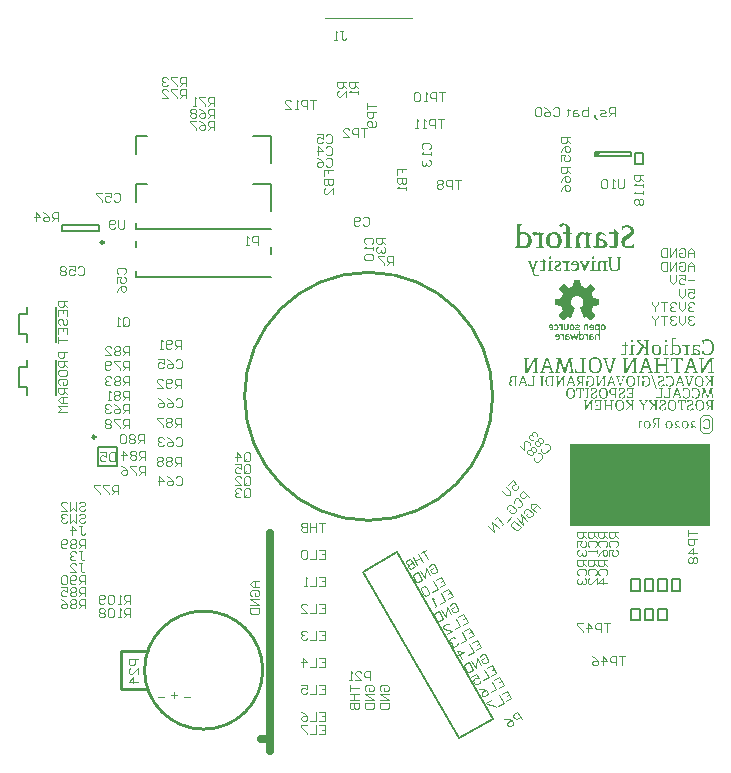
<source format=gbo>
G04 Layer_Color=13813960*
%FSAX24Y24*%
%MOIN*%
G70*
G01*
G75*
%ADD90C,0.0100*%
%ADD95C,0.0250*%
%ADD96C,0.0080*%
%ADD135C,0.0098*%
%ADD139C,0.0039*%
%ADD141C,0.0079*%
%ADD142C,0.0050*%
%ADD143C,0.0040*%
%ADD144C,0.0020*%
%ADD244R,0.4710X0.2770*%
G36*
X041035Y030817D02*
X041035Y030815D01*
X041036Y030812D01*
Y030812D01*
X041037Y030808D01*
Y030805D01*
Y030802D01*
Y030802D01*
Y030797D01*
Y030796D01*
Y030795D01*
Y030792D01*
Y030791D01*
Y030789D01*
X040978Y030778D01*
Y030354D01*
X040989Y030353D01*
X040998Y030352D01*
X041002Y030351D01*
X041005D01*
X041007Y030350D01*
X041008D01*
X041019Y030348D01*
X041028Y030345D01*
X041032Y030344D01*
X041035Y030343D01*
X041036Y030343D01*
X041037D01*
X041034Y030312D01*
X040858D01*
X040857Y030313D01*
X040856Y030317D01*
X040855Y030319D01*
Y030320D01*
X040855Y030325D01*
X040854Y030328D01*
Y030331D01*
Y030332D01*
Y030336D01*
X040855Y030337D01*
Y030338D01*
Y030342D01*
Y030343D01*
X040924Y030354D01*
Y030702D01*
X040927Y030762D01*
X040904Y030704D01*
X040674Y030306D01*
Y030305D01*
X040668Y030304D01*
X040662Y030303D01*
X040649D01*
X040642Y030304D01*
X040635D01*
X040628Y030305D01*
X040621Y030306D01*
X040616Y030308D01*
X040615D01*
X040607Y030309D01*
X040601Y030310D01*
X040598Y030312D01*
X040596D01*
Y030778D01*
X040586Y030780D01*
X040578Y030781D01*
X040575Y030782D01*
X040572Y030782D01*
X040570D01*
X040561Y030785D01*
X040552Y030787D01*
X040549Y030788D01*
X040546Y030789D01*
X040545Y030790D01*
X040544D01*
X040546Y030820D01*
X040709D01*
X040710Y030817D01*
X040710Y030815D01*
X040711Y030812D01*
Y030812D01*
X040712Y030808D01*
X040713Y030805D01*
Y030802D01*
Y030802D01*
Y030797D01*
Y030796D01*
Y030795D01*
Y030792D01*
X040712Y030791D01*
Y030789D01*
X040651Y030778D01*
Y030433D01*
X040645Y030356D01*
X040674Y030425D01*
X040875Y030777D01*
X040876D01*
X040901Y030820D01*
X041034D01*
X041035Y030817D01*
D02*
G37*
G36*
X037783D02*
X037785Y030815D01*
X037786Y030812D01*
Y030812D01*
X037787Y030807D01*
Y030804D01*
Y030802D01*
Y030801D01*
Y030797D01*
Y030795D01*
Y030794D01*
X037786Y030791D01*
Y030789D01*
X037752Y030780D01*
X037598Y030312D01*
X037587Y030311D01*
X037575Y030310D01*
X037548D01*
X037541Y030311D01*
X037531D01*
X037528Y030312D01*
X037524D01*
X037378Y030779D01*
X037371Y030781D01*
X037366Y030782D01*
X037362Y030783D01*
X037360D01*
X037354Y030785D01*
X037349Y030787D01*
X037347Y030788D01*
X037346Y030789D01*
X037350Y030820D01*
X037499D01*
X037500Y030817D01*
X037502Y030815D01*
X037503Y030812D01*
Y030812D01*
X037503Y030807D01*
Y030804D01*
Y030802D01*
Y030801D01*
Y030797D01*
Y030795D01*
Y030794D01*
Y030791D01*
Y030789D01*
X037432Y030777D01*
X037544Y030398D01*
X037556Y030357D01*
X037562Y030382D01*
X037685Y030778D01*
X037679Y030779D01*
X037674D01*
X037671Y030780D01*
X037669D01*
X037663Y030781D01*
X037658Y030782D01*
X037655Y030782D01*
X037653D01*
X037648Y030784D01*
X037643Y030785D01*
X037639Y030786D01*
X037638D01*
X037632Y030787D01*
X037627Y030788D01*
X037623Y030789D01*
X037623D01*
X037626Y030820D01*
X037782D01*
X037783Y030817D01*
D02*
G37*
G36*
X035187D02*
X035188Y030815D01*
X035189Y030812D01*
Y030812D01*
X035189Y030808D01*
Y030805D01*
Y030802D01*
Y030802D01*
Y030797D01*
Y030796D01*
Y030795D01*
Y030792D01*
Y030791D01*
Y030789D01*
X035130Y030778D01*
Y030354D01*
X035141Y030353D01*
X035150Y030352D01*
X035154Y030351D01*
X035158D01*
X035159Y030350D01*
X035160D01*
X035171Y030348D01*
X035180Y030345D01*
X035184Y030344D01*
X035187Y030343D01*
X035189Y030343D01*
X035189D01*
X035186Y030312D01*
X035010D01*
X035009Y030313D01*
X035009Y030317D01*
X035008Y030319D01*
Y030320D01*
X035007Y030325D01*
X035006Y030328D01*
Y030331D01*
Y030332D01*
Y030336D01*
X035007Y030337D01*
Y030338D01*
Y030342D01*
Y030343D01*
X035076Y030354D01*
Y030702D01*
X035079Y030762D01*
X035056Y030704D01*
X034826Y030306D01*
Y030305D01*
X034820Y030304D01*
X034815Y030303D01*
X034801D01*
X034795Y030304D01*
X034788D01*
X034780Y030305D01*
X034774Y030306D01*
X034769Y030308D01*
X034767D01*
X034760Y030309D01*
X034754Y030310D01*
X034750Y030312D01*
X034749D01*
Y030778D01*
X034739Y030780D01*
X034730Y030781D01*
X034727Y030782D01*
X034725Y030782D01*
X034722D01*
X034713Y030785D01*
X034705Y030787D01*
X034701Y030788D01*
X034699Y030789D01*
X034697Y030790D01*
X034696D01*
X034699Y030820D01*
X034861D01*
X034862Y030817D01*
X034863Y030815D01*
X034864Y030812D01*
Y030812D01*
X034864Y030808D01*
X034865Y030805D01*
Y030802D01*
Y030802D01*
Y030797D01*
Y030796D01*
Y030795D01*
Y030792D01*
X034864Y030791D01*
Y030789D01*
X034803Y030778D01*
Y030433D01*
X034798Y030356D01*
X034826Y030425D01*
X035028Y030777D01*
X035029D01*
X035054Y030820D01*
X035186D01*
X035187Y030817D01*
D02*
G37*
G36*
X038485D02*
X038486Y030815D01*
X038486Y030812D01*
Y030812D01*
X038487Y030808D01*
Y030805D01*
Y030802D01*
Y030802D01*
Y030797D01*
Y030796D01*
Y030795D01*
Y030792D01*
Y030791D01*
Y030789D01*
X038428Y030778D01*
Y030354D01*
X038439Y030353D01*
X038448Y030352D01*
X038452Y030351D01*
X038456D01*
X038457Y030350D01*
X038458D01*
X038469Y030348D01*
X038478Y030345D01*
X038482Y030344D01*
X038485Y030343D01*
X038486Y030343D01*
X038487D01*
X038484Y030312D01*
X038308D01*
X038307Y030313D01*
X038306Y030317D01*
X038306Y030319D01*
Y030320D01*
X038305Y030325D01*
X038304Y030328D01*
Y030331D01*
Y030332D01*
Y030336D01*
X038305Y030337D01*
Y030338D01*
Y030342D01*
Y030343D01*
X038374Y030354D01*
Y030702D01*
X038377Y030762D01*
X038354Y030704D01*
X038124Y030306D01*
Y030305D01*
X038118Y030304D01*
X038112Y030303D01*
X038099D01*
X038092Y030304D01*
X038086D01*
X038078Y030305D01*
X038072Y030306D01*
X038067Y030308D01*
X038065D01*
X038057Y030309D01*
X038052Y030310D01*
X038048Y030312D01*
X038047D01*
Y030778D01*
X038037Y030780D01*
X038028Y030781D01*
X038025Y030782D01*
X038022Y030782D01*
X038020D01*
X038011Y030785D01*
X038002Y030787D01*
X037999Y030788D01*
X037997Y030789D01*
X037995Y030790D01*
X037994D01*
X037997Y030820D01*
X038159D01*
X038160Y030817D01*
X038161Y030815D01*
X038161Y030812D01*
Y030812D01*
X038162Y030808D01*
X038163Y030805D01*
Y030802D01*
Y030802D01*
Y030797D01*
Y030796D01*
Y030795D01*
Y030792D01*
X038162Y030791D01*
Y030789D01*
X038101Y030778D01*
Y030433D01*
X038096Y030356D01*
X038124Y030425D01*
X038326Y030777D01*
X038326D01*
X038351Y030820D01*
X038484D01*
X038485Y030817D01*
D02*
G37*
G36*
X040004Y030815D02*
Y030805D01*
Y030795D01*
Y030791D01*
Y030787D01*
Y030786D01*
Y030785D01*
X040003Y030773D01*
Y030763D01*
X040002Y030759D01*
Y030756D01*
Y030754D01*
Y030753D01*
X040002Y030742D01*
X040001Y030732D01*
X040000Y030728D01*
Y030725D01*
Y030723D01*
Y030722D01*
X039999Y030712D01*
X039998Y030705D01*
X039997Y030700D01*
Y030699D01*
Y030698D01*
X039991Y030697D01*
X039985Y030697D01*
X039980Y030696D01*
X039971D01*
X039964Y030697D01*
X039959Y030697D01*
X039957D01*
X039950Y030782D01*
X039830D01*
Y030354D01*
X039836Y030353D01*
X039841D01*
X039845Y030353D01*
X039847D01*
X039853Y030352D01*
X039860Y030351D01*
X039864Y030350D01*
X039866D01*
X039872Y030349D01*
X039878Y030348D01*
X039882Y030347D01*
X039884D01*
X039891Y030345D01*
X039896Y030344D01*
X039899Y030343D01*
X039900Y030343D01*
X039897Y030312D01*
X039693D01*
X039693Y030313D01*
X039692Y030317D01*
X039691Y030319D01*
Y030320D01*
X039690Y030325D01*
X039689Y030328D01*
Y030331D01*
Y030332D01*
Y030336D01*
Y030337D01*
Y030338D01*
Y030342D01*
Y030343D01*
X039768Y030356D01*
Y030782D01*
X039647D01*
X039640Y030697D01*
X039633Y030697D01*
X039626Y030696D01*
X039619D01*
X039612Y030697D01*
X039606Y030697D01*
X039602Y030698D01*
X039600D01*
X039599Y030707D01*
X039598Y030714D01*
Y030717D01*
X039598Y030720D01*
Y030722D01*
Y030722D01*
X039597Y030733D01*
X039596Y030743D01*
X039595Y030747D01*
Y030751D01*
Y030752D01*
Y030753D01*
X039594Y030765D01*
X039593Y030775D01*
Y030779D01*
Y030782D01*
Y030784D01*
Y030785D01*
X039593Y030797D01*
Y030807D01*
Y030810D01*
Y030812D01*
Y030814D01*
Y030815D01*
X039600Y030820D01*
X039997D01*
X040004Y030815D01*
D02*
G37*
G36*
X038813Y028707D02*
X038824Y028706D01*
X038833Y028704D01*
X038841Y028703D01*
X038848Y028701D01*
X038853Y028699D01*
X038856Y028698D01*
X038857Y028698D01*
X038857D01*
X038866Y028694D01*
X038874Y028689D01*
X038881Y028685D01*
X038886Y028680D01*
X038891Y028677D01*
X038895Y028673D01*
X038897Y028671D01*
X038897Y028670D01*
X038903Y028664D01*
X038907Y028657D01*
X038912Y028650D01*
X038915Y028644D01*
X038917Y028638D01*
X038919Y028634D01*
X038920Y028631D01*
X038921Y028630D01*
X038924Y028621D01*
X038925Y028613D01*
X038927Y028604D01*
X038927Y028597D01*
X038928Y028591D01*
X038929Y028586D01*
Y028582D01*
Y028582D01*
Y028581D01*
Y028571D01*
X038928Y028562D01*
X038927Y028554D01*
X038926Y028547D01*
X038925Y028541D01*
X038925Y028536D01*
X038924Y028533D01*
Y028532D01*
X038922Y028523D01*
X038919Y028516D01*
X038916Y028509D01*
X038914Y028503D01*
X038911Y028498D01*
X038909Y028495D01*
X038907Y028492D01*
X038907Y028492D01*
X038902Y028486D01*
X038896Y028480D01*
X038891Y028476D01*
X038885Y028472D01*
X038880Y028468D01*
X038876Y028466D01*
X038874Y028465D01*
X038873Y028465D01*
X038865Y028461D01*
X038856Y028459D01*
X038847Y028457D01*
X038839Y028456D01*
X038831Y028456D01*
X038825Y028455D01*
X038820D01*
X038808Y028456D01*
X038798Y028457D01*
X038788Y028458D01*
X038780Y028460D01*
X038773Y028462D01*
X038768Y028463D01*
X038765Y028464D01*
X038764Y028465D01*
X038755Y028468D01*
X038747Y028473D01*
X038740Y028477D01*
X038734Y028482D01*
X038729Y028486D01*
X038726Y028489D01*
X038724Y028491D01*
X038723Y028492D01*
X038717Y028498D01*
X038712Y028506D01*
X038708Y028512D01*
X038705Y028518D01*
X038702Y028524D01*
X038700Y028528D01*
X038699Y028531D01*
X038699Y028532D01*
X038696Y028541D01*
X038694Y028550D01*
X038693Y028558D01*
X038692Y028566D01*
X038691Y028573D01*
X038690Y028578D01*
Y028581D01*
Y028582D01*
Y028582D01*
Y028592D01*
X038691Y028601D01*
X038692Y028609D01*
X038693Y028617D01*
X038694Y028623D01*
X038695Y028628D01*
X038695Y028631D01*
Y028632D01*
X038698Y028640D01*
X038700Y028648D01*
X038703Y028654D01*
X038706Y028661D01*
X038709Y028665D01*
X038711Y028669D01*
X038713Y028671D01*
X038713Y028672D01*
X038718Y028678D01*
X038724Y028683D01*
X038730Y028687D01*
X038735Y028691D01*
X038740Y028694D01*
X038744Y028696D01*
X038746Y028697D01*
X038748Y028698D01*
X038756Y028701D01*
X038765Y028703D01*
X038774Y028705D01*
X038783Y028707D01*
X038790Y028707D01*
X038796Y028708D01*
X038801D01*
X038813Y028707D01*
D02*
G37*
G36*
X036346Y030814D02*
X036348Y030809D01*
X036349Y030805D01*
Y030804D01*
Y030803D01*
Y030797D01*
Y030791D01*
X036348Y030787D01*
Y030786D01*
X036338Y030784D01*
X036329Y030782D01*
X036326Y030782D01*
X036323D01*
X036321Y030781D01*
X036321D01*
X036310Y030780D01*
X036301Y030778D01*
X036297D01*
X036295Y030777D01*
X036288D01*
X036325Y030353D01*
X036328Y030352D01*
X036331D01*
X036335Y030351D01*
X036345D01*
X036348Y030350D01*
X036350D01*
X036355Y030349D01*
X036359D01*
X036362Y030348D01*
X036363D01*
X036367Y030348D01*
X036370Y030347D01*
X036371Y030346D01*
X036372D01*
X036371Y030312D01*
X036220D01*
X036219Y030318D01*
Y030323D01*
X036218Y030327D01*
Y030328D01*
Y030335D01*
Y030340D01*
Y030344D01*
Y030346D01*
X036226Y030348D01*
X036234Y030349D01*
X036238D01*
X036241Y030350D01*
X036243D01*
X036254Y030351D01*
X036264Y030352D01*
X036268Y030353D01*
X036274D01*
X036245Y030705D01*
X036241Y030776D01*
X036223Y030707D01*
X036092Y030312D01*
X036081Y030311D01*
X036071Y030310D01*
X036062D01*
X036052Y030311D01*
X036042Y030312D01*
X036038Y030313D01*
X036035D01*
X036033Y030313D01*
X036032D01*
X035912Y030698D01*
X035897Y030775D01*
X035890Y030699D01*
X035844Y030351D01*
X035906Y030345D01*
X035905Y030312D01*
X035732D01*
X035731Y030318D01*
X035730Y030323D01*
Y030327D01*
Y030328D01*
Y030335D01*
Y030340D01*
Y030343D01*
Y030345D01*
X035780Y030352D01*
X035837Y030777D01*
X035827Y030779D01*
X035818Y030780D01*
X035815D01*
X035812Y030781D01*
X035811D01*
X035802Y030782D01*
X035794Y030784D01*
X035790Y030785D01*
X035787D01*
X035786Y030786D01*
X035785D01*
X035787Y030820D01*
X035926D01*
X036043Y030429D01*
X036055Y030383D01*
X036196Y030820D01*
X036346D01*
X036346Y030814D01*
D02*
G37*
G36*
X039543Y030817D02*
X039544Y030815D01*
X039545Y030812D01*
Y030812D01*
X039546Y030808D01*
X039547Y030805D01*
Y030802D01*
Y030802D01*
Y030797D01*
Y030796D01*
Y030795D01*
Y030792D01*
X039546Y030791D01*
Y030789D01*
X039489Y030778D01*
Y030354D01*
X039500Y030353D01*
X039509Y030352D01*
X039513Y030351D01*
X039517D01*
X039518Y030350D01*
X039519D01*
X039530Y030348D01*
X039539Y030345D01*
X039543Y030344D01*
X039545Y030343D01*
X039547Y030343D01*
X039548D01*
X039545Y030312D01*
X039360D01*
X039359Y030313D01*
Y030317D01*
X039359Y030319D01*
Y030320D01*
X039358Y030325D01*
X039357Y030328D01*
Y030331D01*
Y030332D01*
Y030336D01*
Y030337D01*
Y030338D01*
Y030342D01*
Y030343D01*
X039426Y030354D01*
Y030549D01*
X039176D01*
Y030354D01*
X039182Y030353D01*
X039187D01*
X039191Y030353D01*
X039193D01*
X039199Y030352D01*
X039204Y030351D01*
X039209Y030350D01*
X039210D01*
X039217Y030349D01*
X039223Y030348D01*
X039227Y030347D01*
X039229D01*
X039234Y030345D01*
X039239Y030344D01*
X039243Y030343D01*
X039244Y030343D01*
X039239Y030312D01*
X039055D01*
X039054Y030313D01*
X039054Y030317D01*
X039053Y030319D01*
Y030320D01*
X039052Y030325D01*
X039051Y030328D01*
Y030331D01*
Y030332D01*
Y030336D01*
Y030337D01*
Y030338D01*
Y030342D01*
X039052Y030343D01*
X039113Y030354D01*
Y030778D01*
X039102Y030780D01*
X039093Y030781D01*
X039089Y030782D01*
X039086Y030782D01*
X039084D01*
X039073Y030785D01*
X039064Y030787D01*
X039059Y030788D01*
X039057Y030789D01*
X039055Y030790D01*
X039054D01*
X039058Y030820D01*
X039232D01*
X039233Y030817D01*
X039234Y030815D01*
X039234Y030812D01*
Y030812D01*
X039235Y030808D01*
X039236Y030805D01*
Y030802D01*
Y030802D01*
Y030797D01*
Y030796D01*
Y030795D01*
Y030792D01*
X039235Y030791D01*
Y030789D01*
X039176Y030778D01*
Y030590D01*
X039426D01*
Y030778D01*
X039421Y030779D01*
X039417D01*
X039413Y030780D01*
X039412D01*
X039405Y030781D01*
X039399Y030782D01*
X039395Y030782D01*
X039393D01*
X039386Y030784D01*
X039380Y030785D01*
X039377Y030786D01*
X039375D01*
X039369Y030787D01*
X039364Y030789D01*
X039360Y030791D01*
X039359D01*
X039363Y030820D01*
X039543D01*
X039543Y030817D01*
D02*
G37*
G36*
X036772Y030816D02*
X036773Y030814D01*
Y030813D01*
X036774Y030807D01*
X036775Y030804D01*
Y030803D01*
Y030799D01*
X036775Y030797D01*
Y030797D01*
X036775Y030792D01*
Y030790D01*
Y030789D01*
X036717Y030778D01*
Y030353D01*
X036728Y030352D01*
X036737Y030351D01*
X036741Y030350D01*
X036745D01*
X036746Y030349D01*
X036747D01*
X036758Y030348D01*
X036767Y030345D01*
X036770Y030344D01*
X036773Y030343D01*
X036775Y030343D01*
X036775D01*
X036773Y030312D01*
X036428D01*
X036421Y030317D01*
X036420Y030325D01*
X036419Y030333D01*
X036418Y030338D01*
Y030340D01*
Y030342D01*
Y030343D01*
X036417Y030353D01*
X036416Y030363D01*
X036416Y030368D01*
Y030371D01*
Y030373D01*
Y030373D01*
X036415Y030386D01*
X036414Y030396D01*
X036413Y030400D01*
Y030403D01*
Y030405D01*
Y030406D01*
X036412Y030417D01*
X036411Y030426D01*
Y030429D01*
Y030432D01*
Y030433D01*
Y030434D01*
X036418Y030436D01*
X036424Y030437D01*
X036429Y030438D01*
X036451D01*
X036476Y030353D01*
X036654D01*
Y030778D01*
X036648Y030779D01*
X036643D01*
X036639Y030780D01*
X036637D01*
X036630Y030782D01*
X036624Y030782D01*
X036620Y030783D01*
X036618D01*
X036610Y030785D01*
X036605Y030786D01*
X036601Y030787D01*
X036600D01*
X036594Y030788D01*
X036589Y030789D01*
X036585Y030791D01*
X036585D01*
X036587Y030820D01*
X036771D01*
X036772Y030816D01*
D02*
G37*
G36*
X036821Y034993D02*
X036858Y034982D01*
X036902Y034974D01*
X036961D01*
Y034945D01*
X036943D01*
X036928Y034941D01*
X036910Y034937D01*
X036902Y034930D01*
X036898Y034926D01*
X036895Y034915D01*
X036891Y034904D01*
Y034893D01*
Y034889D01*
X036887Y034871D01*
Y034848D01*
Y034830D01*
Y034826D01*
Y034822D01*
Y034660D01*
Y034619D01*
Y034585D01*
X036891Y034560D01*
X036895Y034541D01*
X036898Y034526D01*
X036902Y034519D01*
X036906Y034511D01*
X036921Y034500D01*
X036939Y034493D01*
X036954Y034489D01*
X036961D01*
Y034463D01*
X036828Y034471D01*
X036698Y034463D01*
Y034489D01*
X036721Y034493D01*
X036739Y034497D01*
X036747Y034500D01*
X036750D01*
X036758Y034511D01*
X036761Y034523D01*
X036765Y034534D01*
Y034537D01*
X036769Y034563D01*
Y034597D01*
Y034619D01*
Y034626D01*
Y034630D01*
Y034908D01*
X036743Y034919D01*
X036710Y034926D01*
X036695D01*
X036684Y034930D01*
X036673D01*
X036639Y034926D01*
X036610Y034915D01*
X036591Y034897D01*
X036576Y034882D01*
X036565Y034863D01*
X036561Y034845D01*
X036558Y034834D01*
Y034830D01*
X036554Y034785D01*
Y034745D01*
Y034730D01*
Y034719D01*
Y034711D01*
Y034708D01*
X036558Y034619D01*
Y034585D01*
Y034563D01*
X036561Y034548D01*
Y034545D01*
X036565Y034530D01*
X036573Y034519D01*
X036576Y034511D01*
X036580Y034508D01*
X036595Y034500D01*
X036610Y034493D01*
X036624Y034489D01*
X036632D01*
Y034467D01*
X036498Y034471D01*
X036373Y034467D01*
Y034489D01*
X036395Y034493D01*
X036413Y034497D01*
X036421Y034504D01*
X036424D01*
X036432Y034515D01*
X036436Y034530D01*
X036439Y034541D01*
Y034545D01*
X036443Y034571D01*
Y034600D01*
Y034622D01*
Y034630D01*
Y034634D01*
Y034785D01*
X036447Y034837D01*
Y034856D01*
Y034871D01*
X036450Y034878D01*
Y034882D01*
X036465Y034922D01*
X036491Y034952D01*
X036517Y034974D01*
X036547Y034989D01*
X036576Y034997D01*
X036602Y035004D01*
X036624D01*
X036661Y035000D01*
X036695Y034997D01*
X036713Y034993D01*
X036717Y034989D01*
X036721D01*
X036747Y034978D01*
X036761Y034971D01*
X036772Y034963D01*
X036776Y034959D01*
Y034997D01*
X036787Y035004D01*
X036821Y034993D01*
D02*
G37*
G36*
X036965Y034974D02*
X036961D01*
Y034978D01*
X036965Y034974D01*
D02*
G37*
G36*
X037317Y035000D02*
X037354Y034989D01*
X037369Y034982D01*
X037380Y034978D01*
X037383Y034971D01*
X037387D01*
X037413Y034945D01*
X037432Y034919D01*
X037439Y034900D01*
X037443Y034897D01*
Y034893D01*
X037417Y034874D01*
X037402Y034897D01*
X037387Y034911D01*
X037372Y034922D01*
X037354Y034930D01*
X037339Y034934D01*
X037324Y034937D01*
X037313D01*
X037287Y034934D01*
X037265Y034930D01*
X037246Y034919D01*
X037235Y034911D01*
X037217Y034889D01*
X037213Y034885D01*
Y034882D01*
X037209Y034871D01*
Y034863D01*
Y034856D01*
X037206Y034804D01*
X037287Y034782D01*
X037317Y034771D01*
X037350Y034760D01*
X037365Y034752D01*
X037376Y034748D01*
X037383Y034745D01*
X037387D01*
X037409Y034734D01*
X037428Y034722D01*
X037443Y034711D01*
X037454Y034700D01*
X037469Y034682D01*
X037472Y034678D01*
Y034674D01*
X037483Y034645D01*
X037487Y034622D01*
X037491Y034608D01*
Y034604D01*
X037487Y034578D01*
X037476Y034552D01*
X037469Y034530D01*
X037465Y034526D01*
Y034523D01*
X037450Y034504D01*
X037432Y034493D01*
X037387Y034474D01*
X037369Y034467D01*
X037350D01*
X037339Y034463D01*
X037335D01*
X037302Y034467D01*
X037276Y034474D01*
X037258Y034478D01*
X037254Y034482D01*
X037232Y034493D01*
X037217Y034508D01*
X037209Y034515D01*
X037206Y034519D01*
X037198Y034500D01*
X037184Y034489D01*
X037158Y034471D01*
X037135Y034463D01*
X037124D01*
X037098Y034467D01*
X037080Y034474D01*
X037065Y034478D01*
X037061Y034482D01*
X037043Y034497D01*
X037028Y034511D01*
X037021Y034526D01*
X037017Y034530D01*
X037032Y034548D01*
X037050Y034541D01*
X037061D01*
X037072Y034545D01*
X037080Y034548D01*
X037084Y034552D01*
X037087Y034556D01*
X037091Y034571D01*
X037095Y034585D01*
Y034600D01*
Y034604D01*
X037091Y034804D01*
Y034859D01*
X037095Y034882D01*
X037102Y034904D01*
X037106Y034919D01*
X037109Y034930D01*
X037113Y034937D01*
Y034941D01*
X037132Y034963D01*
X037154Y034978D01*
X037180Y034993D01*
X037206Y035000D01*
X037228Y035004D01*
X037246Y035008D01*
X037265D01*
X037317Y035000D01*
D02*
G37*
G36*
X035225Y034997D02*
X035247Y034989D01*
X035265Y034985D01*
X035273D01*
X035317Y034978D01*
X035388D01*
X035384Y034941D01*
X035369D01*
X035354Y034937D01*
X035339Y034934D01*
X035328Y034930D01*
Y034926D01*
X035321Y034915D01*
X035317Y034904D01*
Y034893D01*
Y034889D01*
X035314Y034867D01*
Y034845D01*
Y034826D01*
Y034822D01*
Y034819D01*
Y034671D01*
Y034626D01*
Y034593D01*
X035317Y034574D01*
Y034567D01*
X035321Y034545D01*
X035325Y034530D01*
X035328Y034519D01*
X035332Y034515D01*
X035347Y034508D01*
X035365Y034500D01*
X035380Y034497D01*
X035388D01*
Y034471D01*
X035336Y034474D01*
X035243D01*
X035102Y034471D01*
Y034500D01*
X035151D01*
X035165Y034504D01*
X035177Y034511D01*
X035184Y034515D01*
X035188Y034519D01*
X035191Y034530D01*
X035195Y034545D01*
X035199Y034585D01*
Y034604D01*
Y034622D01*
Y034634D01*
Y034637D01*
Y034908D01*
X035180Y034915D01*
X035162Y034922D01*
X035143D01*
X035117Y034919D01*
X035099Y034911D01*
X035084Y034904D01*
X035073Y034897D01*
X035058Y034882D01*
X035054Y034878D01*
Y034874D01*
X035028D01*
X034988Y034959D01*
Y034974D01*
X035017Y034993D01*
X035047Y035000D01*
X035069Y035004D01*
X035080D01*
X035106Y035000D01*
X035128Y034997D01*
X035143Y034993D01*
X035151Y034989D01*
X035173Y034978D01*
X035188Y034967D01*
X035199Y034959D01*
X035202Y034956D01*
Y035000D01*
X035210Y035004D01*
X035225Y034997D01*
D02*
G37*
G36*
X038787Y030822D02*
X038795D01*
X038801Y030821D01*
X038805Y030820D01*
X038807D01*
X038967Y030353D01*
X038974Y030351D01*
X038976Y030350D01*
X038977D01*
X038980Y030349D01*
X038984Y030348D01*
X038986Y030348D01*
X038987D01*
X038990Y030347D01*
X038994Y030346D01*
X038995Y030345D01*
X038996D01*
X039001Y030343D01*
X039002Y030343D01*
X039003D01*
X038999Y030312D01*
X038845D01*
X038841Y030343D01*
X038913Y030354D01*
X038915D01*
X038870Y030486D01*
X038680D01*
X038635Y030354D01*
X038640Y030353D01*
X038645Y030353D01*
X038650Y030352D01*
X038651D01*
X038658Y030351D01*
X038664Y030350D01*
X038668Y030349D01*
X038670D01*
X038676Y030348D01*
X038682Y030348D01*
X038686Y030347D01*
X038688D01*
X038694Y030345D01*
X038699Y030344D01*
X038702Y030343D01*
X038703Y030343D01*
X038700Y030312D01*
X038536D01*
X038532Y030343D01*
X038569Y030351D01*
X038734Y030820D01*
X038740Y030821D01*
X038745Y030822D01*
X038750D01*
X038757Y030822D01*
X038783D01*
X038787Y030822D01*
D02*
G37*
G36*
X040284D02*
X040292D01*
X040298Y030821D01*
X040302Y030820D01*
X040304D01*
X040464Y030353D01*
X040471Y030351D01*
X040473Y030350D01*
X040474D01*
X040477Y030349D01*
X040481Y030348D01*
X040483Y030348D01*
X040484D01*
X040487Y030347D01*
X040491Y030346D01*
X040492Y030345D01*
X040493D01*
X040498Y030343D01*
X040499Y030343D01*
X040500D01*
X040496Y030312D01*
X040341D01*
X040338Y030343D01*
X040410Y030354D01*
X040411D01*
X040367Y030486D01*
X040177D01*
X040132Y030354D01*
X040137Y030353D01*
X040142Y030353D01*
X040147Y030352D01*
X040148D01*
X040155Y030351D01*
X040161Y030350D01*
X040165Y030349D01*
X040167D01*
X040173Y030348D01*
X040179Y030348D01*
X040183Y030347D01*
X040185D01*
X040191Y030345D01*
X040196Y030344D01*
X040199Y030343D01*
X040200Y030343D01*
X040197Y030312D01*
X040032D01*
X040029Y030343D01*
X040066Y030351D01*
X040231Y030820D01*
X040237Y030821D01*
X040241Y030822D01*
X040247D01*
X040254Y030822D01*
X040280D01*
X040284Y030822D01*
D02*
G37*
G36*
X037104Y030829D02*
X037116Y030827D01*
X037127Y030826D01*
X037136Y030824D01*
X037143Y030822D01*
X037147Y030822D01*
X037149Y030821D01*
X037160Y030817D01*
X037171Y030812D01*
X037180Y030808D01*
X037189Y030804D01*
X037195Y030800D01*
X037201Y030797D01*
X037204Y030795D01*
X037205Y030794D01*
X037214Y030787D01*
X037222Y030780D01*
X037229Y030773D01*
X037235Y030767D01*
X037240Y030761D01*
X037244Y030757D01*
X037246Y030753D01*
X037247Y030752D01*
X037259Y030734D01*
X037263Y030725D01*
X037267Y030717D01*
X037270Y030709D01*
X037273Y030703D01*
X037274Y030700D01*
X037274Y030698D01*
X037281Y030676D01*
X037284Y030666D01*
X037286Y030656D01*
X037288Y030648D01*
X037289Y030641D01*
X037290Y030637D01*
Y030635D01*
X037293Y030609D01*
X037294Y030598D01*
Y030587D01*
X037294Y030578D01*
Y030571D01*
Y030566D01*
Y030565D01*
Y030564D01*
Y030563D01*
Y030550D01*
X037294Y030538D01*
Y030526D01*
X037293Y030515D01*
Y030506D01*
X037292Y030499D01*
Y030495D01*
Y030493D01*
X037290Y030481D01*
X037289Y030469D01*
X037287Y030458D01*
X037285Y030449D01*
X037284Y030442D01*
X037282Y030435D01*
X037281Y030432D01*
Y030430D01*
X037278Y030419D01*
X037274Y030409D01*
X037270Y030400D01*
X037267Y030392D01*
X037264Y030385D01*
X037262Y030380D01*
X037260Y030377D01*
X037259Y030376D01*
X037254Y030368D01*
X037248Y030359D01*
X037242Y030352D01*
X037236Y030346D01*
X037231Y030341D01*
X037227Y030338D01*
X037224Y030335D01*
X037224Y030334D01*
X037206Y030323D01*
X037197Y030318D01*
X037189Y030314D01*
X037182Y030312D01*
X037176Y030309D01*
X037173Y030308D01*
X037171Y030308D01*
X037159Y030304D01*
X037147Y030303D01*
X037134Y030301D01*
X037124Y030299D01*
X037114D01*
X037105Y030298D01*
X037074D01*
X037054Y030299D01*
X037034Y030302D01*
X037018Y030305D01*
X037003Y030308D01*
X036991Y030312D01*
X036983Y030315D01*
X036979Y030317D01*
X036977Y030318D01*
X036976Y030318D01*
X036975D01*
X036961Y030327D01*
X036948Y030336D01*
X036936Y030345D01*
X036927Y030354D01*
X036919Y030362D01*
X036914Y030368D01*
X036910Y030373D01*
X036909Y030374D01*
X036900Y030388D01*
X036893Y030403D01*
X036886Y030417D01*
X036881Y030430D01*
X036877Y030441D01*
X036875Y030450D01*
X036873Y030453D01*
Y030456D01*
X036872Y030458D01*
Y030458D01*
X036868Y030477D01*
X036865Y030495D01*
X036863Y030513D01*
X036862Y030528D01*
X036861Y030542D01*
X036860Y030548D01*
Y030553D01*
Y030557D01*
Y030559D01*
Y030561D01*
Y030562D01*
Y030567D01*
Y030580D01*
Y030593D01*
X036861Y030605D01*
Y030616D01*
X036862Y030625D01*
Y030632D01*
X036863Y030636D01*
Y030638D01*
X036864Y030650D01*
X036865Y030662D01*
X036867Y030673D01*
X036869Y030682D01*
X036870Y030690D01*
X036872Y030696D01*
X036873Y030699D01*
Y030701D01*
X036876Y030712D01*
X036880Y030722D01*
X036883Y030730D01*
X036886Y030738D01*
X036889Y030744D01*
X036891Y030749D01*
X036893Y030752D01*
X036894Y030753D01*
X036899Y030762D01*
X036904Y030770D01*
X036910Y030777D01*
X036915Y030782D01*
X036920Y030787D01*
X036924Y030791D01*
X036927Y030793D01*
X036928Y030794D01*
X036936Y030800D01*
X036944Y030806D01*
X036954Y030810D01*
X036961Y030814D01*
X036969Y030817D01*
X036974Y030819D01*
X036978Y030821D01*
X036979D01*
X036991Y030824D01*
X037004Y030827D01*
X037015Y030828D01*
X037026Y030830D01*
X037036D01*
X037044Y030831D01*
X037090D01*
X037104Y030829D01*
D02*
G37*
G36*
X035489Y030822D02*
X035498D01*
X035503Y030821D01*
X035508Y030820D01*
X035509D01*
X035669Y030353D01*
X035676Y030351D01*
X035678Y030350D01*
X035679D01*
X035682Y030349D01*
X035686Y030348D01*
X035688Y030348D01*
X035689D01*
X035692Y030347D01*
X035696Y030346D01*
X035697Y030345D01*
X035698D01*
X035703Y030343D01*
X035704Y030343D01*
X035705D01*
X035702Y030312D01*
X035547D01*
X035543Y030343D01*
X035615Y030354D01*
X035617D01*
X035573Y030486D01*
X035383D01*
X035338Y030354D01*
X035343Y030353D01*
X035348Y030353D01*
X035352Y030352D01*
X035353D01*
X035360Y030351D01*
X035366Y030350D01*
X035370Y030349D01*
X035372D01*
X035378Y030348D01*
X035384Y030348D01*
X035388Y030347D01*
X035390D01*
X035396Y030345D01*
X035401Y030344D01*
X035404Y030343D01*
X035405Y030343D01*
X035403Y030312D01*
X035238D01*
X035234Y030343D01*
X035271Y030351D01*
X035436Y030820D01*
X035442Y030821D01*
X035447Y030822D01*
X035453D01*
X035459Y030822D01*
X035485D01*
X035489Y030822D01*
D02*
G37*
G36*
X041020Y029796D02*
X041021Y029793D01*
X041022Y029790D01*
Y029790D01*
Y029789D01*
Y029785D01*
Y029781D01*
X041021Y029779D01*
Y029778D01*
X041015Y029776D01*
X041009Y029775D01*
X041006Y029775D01*
X041005D01*
X041004Y029774D01*
X041003D01*
X040996Y029774D01*
X040990Y029773D01*
X040988D01*
X040986Y029772D01*
X040982D01*
X041006Y029489D01*
X041008Y029488D01*
X041010D01*
X041013Y029488D01*
X041019D01*
X041021Y029487D01*
X041023D01*
X041026Y029487D01*
X041029D01*
X041031Y029486D01*
X041031D01*
X041034Y029486D01*
X041036Y029485D01*
X041037Y029485D01*
X041038D01*
X041036Y029462D01*
X040936D01*
X040935Y029466D01*
Y029470D01*
X040935Y029472D01*
Y029473D01*
Y029477D01*
Y029481D01*
Y029483D01*
Y029485D01*
X040940Y029486D01*
X040945Y029487D01*
X040948D01*
X040950Y029487D01*
X040952D01*
X040959Y029488D01*
X040965Y029488D01*
X040968Y029489D01*
X040972D01*
X040953Y029724D01*
X040950Y029771D01*
X040938Y029725D01*
X040851Y029462D01*
X040843Y029461D01*
X040837Y029461D01*
X040831D01*
X040824Y029461D01*
X040818Y029462D01*
X040815Y029462D01*
X040813D01*
X040812Y029463D01*
X040811D01*
X040731Y029719D01*
X040721Y029770D01*
X040716Y029720D01*
X040686Y029488D01*
X040727Y029484D01*
X040726Y029462D01*
X040611D01*
X040610Y029466D01*
X040610Y029469D01*
Y029472D01*
Y029473D01*
Y029477D01*
Y029481D01*
Y029483D01*
Y029484D01*
X040643Y029488D01*
X040681Y029772D01*
X040674Y029773D01*
X040668Y029774D01*
X040666D01*
X040665Y029774D01*
X040663D01*
X040658Y029775D01*
X040652Y029776D01*
X040650Y029777D01*
X040648D01*
X040647Y029778D01*
X040646D01*
X040648Y029800D01*
X040740D01*
X040818Y029540D01*
X040826Y029510D01*
X040920Y029800D01*
X041020D01*
X041020Y029796D01*
D02*
G37*
G36*
X036277Y029806D02*
X036285Y029805D01*
X036292Y029804D01*
X036299Y029803D01*
X036303Y029802D01*
X036306Y029801D01*
X036307Y029801D01*
X036315Y029798D01*
X036322Y029795D01*
X036328Y029793D01*
X036334Y029790D01*
X036338Y029787D01*
X036342Y029785D01*
X036344Y029784D01*
X036345Y029783D01*
X036350Y029779D01*
X036356Y029774D01*
X036361Y029769D01*
X036365Y029765D01*
X036368Y029761D01*
X036370Y029758D01*
X036372Y029756D01*
X036372Y029755D01*
X036380Y029743D01*
X036383Y029737D01*
X036386Y029732D01*
X036388Y029727D01*
X036390Y029723D01*
X036390Y029720D01*
X036391Y029719D01*
X036395Y029704D01*
X036397Y029698D01*
X036398Y029691D01*
X036400Y029685D01*
X036401Y029681D01*
X036401Y029678D01*
Y029677D01*
X036403Y029660D01*
X036403Y029652D01*
Y029645D01*
X036404Y029639D01*
Y029634D01*
Y029631D01*
Y029631D01*
Y029630D01*
Y029629D01*
Y029621D01*
X036403Y029612D01*
Y029604D01*
X036403Y029597D01*
Y029591D01*
X036402Y029587D01*
Y029584D01*
Y029583D01*
X036401Y029574D01*
X036400Y029567D01*
X036399Y029559D01*
X036398Y029553D01*
X036397Y029548D01*
X036396Y029544D01*
X036395Y029542D01*
Y029541D01*
X036393Y029533D01*
X036391Y029527D01*
X036388Y029521D01*
X036386Y029515D01*
X036384Y029511D01*
X036382Y029507D01*
X036381Y029505D01*
X036381Y029505D01*
X036377Y029499D01*
X036373Y029493D01*
X036369Y029488D01*
X036365Y029485D01*
X036362Y029481D01*
X036359Y029479D01*
X036357Y029477D01*
X036357Y029477D01*
X036345Y029469D01*
X036339Y029466D01*
X036334Y029463D01*
X036329Y029462D01*
X036325Y029460D01*
X036323Y029460D01*
X036322Y029459D01*
X036314Y029457D01*
X036306Y029456D01*
X036297Y029455D01*
X036290Y029453D01*
X036284D01*
X036278Y029453D01*
X036257D01*
X036244Y029453D01*
X036231Y029455D01*
X036220Y029457D01*
X036210Y029460D01*
X036202Y029462D01*
X036196Y029464D01*
X036194Y029465D01*
X036193Y029466D01*
X036192Y029466D01*
X036191D01*
X036182Y029472D01*
X036173Y029478D01*
X036165Y029484D01*
X036159Y029490D01*
X036154Y029495D01*
X036150Y029500D01*
X036148Y029502D01*
X036148Y029503D01*
X036141Y029513D01*
X036136Y029522D01*
X036132Y029532D01*
X036129Y029541D01*
X036126Y029548D01*
X036124Y029554D01*
X036123Y029556D01*
Y029558D01*
X036123Y029559D01*
Y029559D01*
X036120Y029572D01*
X036118Y029584D01*
X036116Y029596D01*
X036116Y029606D01*
X036115Y029615D01*
X036115Y029619D01*
Y029622D01*
Y029625D01*
Y029627D01*
Y029628D01*
Y029628D01*
Y029632D01*
Y029641D01*
Y029649D01*
X036115Y029657D01*
Y029664D01*
X036116Y029670D01*
Y029675D01*
X036116Y029678D01*
Y029679D01*
X036117Y029687D01*
X036118Y029695D01*
X036119Y029702D01*
X036120Y029708D01*
X036121Y029714D01*
X036123Y029718D01*
X036123Y029720D01*
Y029721D01*
X036125Y029728D01*
X036128Y029735D01*
X036130Y029740D01*
X036132Y029746D01*
X036134Y029750D01*
X036135Y029753D01*
X036136Y029755D01*
X036137Y029756D01*
X036140Y029762D01*
X036144Y029767D01*
X036148Y029771D01*
X036151Y029775D01*
X036155Y029779D01*
X036158Y029781D01*
X036159Y029783D01*
X036160Y029783D01*
X036165Y029787D01*
X036171Y029791D01*
X036177Y029794D01*
X036182Y029796D01*
X036187Y029798D01*
X036191Y029800D01*
X036193Y029801D01*
X036194D01*
X036202Y029803D01*
X036210Y029805D01*
X036218Y029806D01*
X036225Y029807D01*
X036232D01*
X036237Y029808D01*
X036268D01*
X036277Y029806D01*
D02*
G37*
G36*
X039336Y029798D02*
X039336Y029796D01*
Y029796D01*
X039337Y029791D01*
X039338Y029790D01*
Y029789D01*
Y029786D01*
X039338Y029785D01*
Y029785D01*
X039338Y029781D01*
Y029780D01*
Y029780D01*
X039299Y029773D01*
Y029490D01*
X039307Y029488D01*
X039313Y029488D01*
X039315Y029487D01*
X039318D01*
X039319Y029487D01*
X039319D01*
X039327Y029486D01*
X039333Y029484D01*
X039335Y029483D01*
X039336Y029483D01*
X039338Y029482D01*
X039338D01*
X039336Y029462D01*
X039107D01*
X039102Y029465D01*
X039101Y029471D01*
X039101Y029476D01*
X039100Y029479D01*
Y029481D01*
Y029482D01*
Y029482D01*
X039100Y029490D01*
X039099Y029496D01*
X039098Y029499D01*
Y029501D01*
Y029502D01*
Y029503D01*
X039098Y029511D01*
X039097Y029518D01*
X039097Y029521D01*
Y029523D01*
Y029524D01*
Y029525D01*
X039096Y029532D01*
X039096Y029538D01*
Y029540D01*
Y029542D01*
Y029543D01*
Y029543D01*
X039100Y029545D01*
X039104Y029545D01*
X039107Y029546D01*
X039122D01*
X039138Y029490D01*
X039257D01*
Y029773D01*
X039253Y029773D01*
X039250D01*
X039247Y029774D01*
X039246D01*
X039241Y029775D01*
X039237Y029775D01*
X039234Y029776D01*
X039233D01*
X039228Y029777D01*
X039224Y029778D01*
X039222Y029778D01*
X039221D01*
X039217Y029779D01*
X039214Y029780D01*
X039212Y029781D01*
X039211D01*
X039213Y029800D01*
X039335D01*
X039336Y029798D01*
D02*
G37*
G36*
X039615D02*
X039616Y029796D01*
Y029796D01*
X039616Y029791D01*
X039617Y029790D01*
Y029789D01*
Y029786D01*
X039617Y029785D01*
Y029785D01*
X039617Y029781D01*
Y029780D01*
Y029780D01*
X039578Y029773D01*
Y029490D01*
X039586Y029488D01*
X039592Y029488D01*
X039595Y029487D01*
X039597D01*
X039598Y029487D01*
X039598D01*
X039606Y029486D01*
X039612Y029484D01*
X039614Y029483D01*
X039616Y029483D01*
X039617Y029482D01*
X039617D01*
X039616Y029462D01*
X039386D01*
X039381Y029465D01*
X039380Y029471D01*
X039380Y029476D01*
X039379Y029479D01*
Y029481D01*
Y029482D01*
Y029482D01*
X039379Y029490D01*
X039378Y029496D01*
X039378Y029499D01*
Y029501D01*
Y029502D01*
Y029503D01*
X039377Y029511D01*
X039376Y029518D01*
X039376Y029521D01*
Y029523D01*
Y029524D01*
Y029525D01*
X039375Y029532D01*
X039375Y029538D01*
Y029540D01*
Y029542D01*
Y029543D01*
Y029543D01*
X039379Y029545D01*
X039383Y029545D01*
X039386Y029546D01*
X039401D01*
X039418Y029490D01*
X039536D01*
Y029773D01*
X039532Y029773D01*
X039529D01*
X039526Y029774D01*
X039525D01*
X039520Y029775D01*
X039516Y029775D01*
X039514Y029776D01*
X039512D01*
X039507Y029777D01*
X039504Y029778D01*
X039501Y029778D01*
X039500D01*
X039496Y029779D01*
X039493Y029780D01*
X039491Y029781D01*
X039490D01*
X039492Y029800D01*
X039615D01*
X039615Y029798D01*
D02*
G37*
G36*
X037995Y029806D02*
X038002Y029806D01*
X038008Y029805D01*
X038014Y029804D01*
X038018Y029803D01*
X038020Y029802D01*
X038021D01*
X038028Y029800D01*
X038035Y029797D01*
X038040Y029794D01*
X038045Y029790D01*
X038049Y029788D01*
X038052Y029785D01*
X038054Y029784D01*
X038055Y029783D01*
X038062Y029774D01*
X038068Y029765D01*
X038070Y029762D01*
X038072Y029759D01*
X038072Y029757D01*
X038073Y029756D01*
X038075Y029750D01*
X038077Y029743D01*
X038078Y029737D01*
X038078Y029731D01*
X038079Y029725D01*
X038080Y029722D01*
Y029719D01*
Y029718D01*
X038079Y029709D01*
Y029705D01*
X038078Y029702D01*
X038078Y029700D01*
Y029698D01*
X038077Y029697D01*
Y029696D01*
X038075Y029689D01*
X038073Y029684D01*
X038072Y029682D01*
X038071Y029680D01*
X038070Y029680D01*
Y029679D01*
X038067Y029674D01*
X038063Y029670D01*
X038061Y029667D01*
X038060Y029667D01*
Y029666D01*
X038055Y029662D01*
X038050Y029658D01*
X038046Y029656D01*
X038045Y029654D01*
X038045D01*
X038033Y029647D01*
X038028Y029644D01*
X038023Y029641D01*
X038019Y029638D01*
X038016Y029637D01*
X038014Y029636D01*
X038013Y029635D01*
X038002Y029629D01*
X037996Y029626D01*
X037992Y029623D01*
X037987Y029622D01*
X037985Y029620D01*
X037982Y029619D01*
X037982Y029618D01*
X037970Y029612D01*
X037965Y029609D01*
X037960Y029606D01*
X037956Y029604D01*
X037954Y029602D01*
X037951Y029601D01*
X037951Y029601D01*
X037940Y029594D01*
X037935Y029590D01*
X037930Y029587D01*
X037926Y029584D01*
X037924Y029582D01*
X037922Y029581D01*
X037921Y029580D01*
X037918Y029577D01*
X037916Y029574D01*
X037914Y029572D01*
X037914Y029571D01*
X037911Y029567D01*
X037910Y029564D01*
X037909Y029562D01*
X037909Y029561D01*
X037907Y029557D01*
X037907Y029553D01*
X037906Y029551D01*
Y029550D01*
X037906Y029546D01*
Y029542D01*
Y029540D01*
Y029539D01*
Y029538D01*
X037906Y029530D01*
X037907Y029526D01*
X037907Y029522D01*
X037909Y029520D01*
X037909Y029517D01*
X037910Y029516D01*
Y029516D01*
X037912Y029508D01*
X037916Y029503D01*
X037918Y029501D01*
X037919Y029499D01*
X037920Y029498D01*
X037920Y029498D01*
X037926Y029493D01*
X037932Y029490D01*
X037935Y029488D01*
X037937Y029487D01*
X037939Y029487D01*
X037939D01*
X037948Y029485D01*
X037956Y029483D01*
X037960Y029483D01*
X037965D01*
X037974Y029483D01*
X037978D01*
X037982Y029484D01*
X037985D01*
X037987Y029485D01*
X037989D01*
X037996Y029486D01*
X038002Y029488D01*
X038005Y029489D01*
X038007Y029490D01*
X038008Y029490D01*
X038008D01*
X038015Y029493D01*
X038021Y029495D01*
X038023Y029496D01*
X038025Y029497D01*
X038026Y029498D01*
X038026D01*
X038032Y029501D01*
X038038Y029505D01*
X038040Y029506D01*
X038041Y029507D01*
X038042Y029507D01*
X038043D01*
X038043Y029513D01*
X038044Y029518D01*
X038045Y029521D01*
Y029522D01*
X038045Y029527D01*
X038046Y029531D01*
X038046Y029533D01*
Y029534D01*
X038047Y029538D01*
X038047Y029542D01*
X038048Y029544D01*
Y029545D01*
X038048Y029550D01*
X038049Y029553D01*
X038050Y029556D01*
Y029557D01*
Y029557D01*
X038053Y029558D01*
X038055D01*
X038057Y029558D01*
X038057D01*
X038061Y029559D01*
X038077D01*
X038083Y029484D01*
X038077Y029480D01*
X038071Y029477D01*
X038068Y029476D01*
X038066Y029475D01*
X038065Y029474D01*
X038065D01*
X038056Y029471D01*
X038047Y029468D01*
X038044Y029467D01*
X038041Y029466D01*
X038040Y029465D01*
X038039D01*
X038028Y029462D01*
X038023Y029461D01*
X038019Y029460D01*
X038015Y029460D01*
X038012Y029459D01*
X038010Y029458D01*
X038010D01*
X037999Y029457D01*
X037994Y029456D01*
X037989D01*
X037986Y029456D01*
X037976D01*
X037970Y029456D01*
X037965D01*
X037959Y029457D01*
X037952Y029457D01*
X037950D01*
X037948Y029458D01*
X037946D01*
X037939Y029460D01*
X037932Y029461D01*
X037930Y029461D01*
X037927Y029462D01*
X037926Y029462D01*
X037926D01*
X037918Y029465D01*
X037912Y029467D01*
X037909Y029469D01*
X037907Y029470D01*
X037906Y029471D01*
X037906D01*
X037900Y029475D01*
X037894Y029478D01*
X037891Y029481D01*
X037890Y029482D01*
X037890D01*
X037884Y029487D01*
X037880Y029492D01*
X037879Y029494D01*
X037878Y029496D01*
X037876Y029497D01*
Y029497D01*
X037873Y029504D01*
X037870Y029511D01*
X037869Y029513D01*
X037869Y029515D01*
X037868Y029516D01*
Y029517D01*
X037866Y029525D01*
X037865Y029533D01*
X037865Y029536D01*
Y029539D01*
Y029541D01*
Y029541D01*
Y029550D01*
X037865Y029557D01*
Y029560D01*
X037866Y029562D01*
Y029563D01*
Y029564D01*
X037868Y029572D01*
X037870Y029579D01*
X037871Y029582D01*
X037871Y029584D01*
X037873Y029586D01*
Y029586D01*
X037875Y029590D01*
X037877Y029594D01*
X037883Y029601D01*
X037885Y029604D01*
X037887Y029606D01*
X037888Y029607D01*
X037889Y029608D01*
X037893Y029612D01*
X037898Y029616D01*
X037908Y029623D01*
X037913Y029626D01*
X037916Y029628D01*
X037919Y029630D01*
X037920Y029631D01*
X038001Y029676D01*
X038008Y029680D01*
X038013Y029684D01*
X038016Y029685D01*
X038017Y029686D01*
X038018Y029687D01*
X038018D01*
X038023Y029692D01*
X038027Y029695D01*
X038030Y029698D01*
X038031Y029699D01*
X038034Y029704D01*
X038036Y029708D01*
X038037Y029712D01*
X038038Y029712D01*
Y029713D01*
X038039Y029719D01*
X038040Y029724D01*
X038040Y029727D01*
Y029728D01*
Y029729D01*
Y029730D01*
X038040Y029739D01*
X038039Y029743D01*
X038038Y029747D01*
X038037Y029749D01*
X038037Y029751D01*
X038036Y029752D01*
Y029753D01*
X038032Y029759D01*
X038028Y029764D01*
X038025Y029767D01*
X038025Y029768D01*
X038024D01*
X038018Y029772D01*
X038012Y029775D01*
X038010Y029776D01*
X038007Y029776D01*
X038006Y029777D01*
X038006D01*
X037997Y029779D01*
X037990Y029780D01*
X037987Y029780D01*
X037982D01*
X037970Y029780D01*
X037965Y029779D01*
X037960Y029778D01*
X037955Y029778D01*
X037952Y029776D01*
X037950Y029776D01*
X037949D01*
X037937Y029772D01*
X037931Y029770D01*
X037926Y029768D01*
X037922Y029767D01*
X037919Y029765D01*
X037917Y029764D01*
X037916Y029764D01*
X037913Y029717D01*
X037910Y029717D01*
X037907D01*
X037906Y029716D01*
X037890D01*
X037888Y029717D01*
X037885D01*
X037883Y029729D01*
X037881Y029735D01*
X037881Y029741D01*
X037880Y029746D01*
X037880Y029749D01*
X037879Y029752D01*
Y029753D01*
X037878Y029767D01*
X037877Y029773D01*
X037876Y029779D01*
X037876Y029784D01*
X037875Y029788D01*
Y029790D01*
Y029791D01*
X037883Y029793D01*
X037890Y029795D01*
X037892Y029796D01*
X037895Y029796D01*
X037896Y029797D01*
X037897D01*
X037906Y029799D01*
X037910Y029800D01*
X037914Y029801D01*
X037917Y029801D01*
X037920Y029802D01*
X037922Y029803D01*
X037922D01*
X037932Y029804D01*
X037937Y029805D01*
X037941Y029805D01*
X037945D01*
X037948Y029806D01*
X037950D01*
X037960Y029807D01*
X037965D01*
X037969Y029808D01*
X037986D01*
X037995Y029806D01*
D02*
G37*
G36*
X036871Y029799D02*
X036872Y029797D01*
X036873Y029796D01*
Y029795D01*
X036874Y029791D01*
Y029790D01*
Y029789D01*
Y029786D01*
Y029784D01*
Y029784D01*
Y029782D01*
X036873Y029781D01*
Y029780D01*
X036834Y029773D01*
Y029490D01*
X036842Y029489D01*
X036849Y029488D01*
X036851Y029488D01*
X036854D01*
X036855Y029487D01*
X036856D01*
X036864Y029486D01*
X036870Y029484D01*
X036873Y029483D01*
X036875Y029483D01*
X036876Y029482D01*
X036876D01*
X036875Y029462D01*
X036751D01*
X036750Y029463D01*
X036750Y029465D01*
X036749Y029467D01*
Y029467D01*
X036749Y029471D01*
X036748Y029473D01*
Y029475D01*
Y029475D01*
Y029478D01*
X036749Y029478D01*
Y029479D01*
Y029482D01*
Y029482D01*
X036792Y029490D01*
Y029773D01*
X036785Y029774D01*
X036779Y029774D01*
X036776Y029775D01*
X036774Y029775D01*
X036772D01*
X036764Y029777D01*
X036758Y029779D01*
X036755Y029780D01*
X036754Y029780D01*
X036753Y029781D01*
X036752D01*
X036754Y029800D01*
X036871D01*
X036871Y029799D01*
D02*
G37*
G36*
X037372Y029806D02*
X037380Y029805D01*
X037387Y029804D01*
X037394Y029803D01*
X037398Y029802D01*
X037401Y029801D01*
X037402Y029801D01*
X037410Y029798D01*
X037417Y029795D01*
X037423Y029793D01*
X037429Y029790D01*
X037433Y029787D01*
X037437Y029785D01*
X037439Y029784D01*
X037440Y029783D01*
X037445Y029779D01*
X037451Y029774D01*
X037456Y029769D01*
X037460Y029765D01*
X037463Y029761D01*
X037465Y029758D01*
X037467Y029756D01*
X037467Y029755D01*
X037475Y029743D01*
X037478Y029737D01*
X037481Y029732D01*
X037483Y029727D01*
X037485Y029723D01*
X037485Y029720D01*
X037486Y029719D01*
X037490Y029704D01*
X037492Y029698D01*
X037493Y029691D01*
X037495Y029685D01*
X037496Y029681D01*
X037496Y029678D01*
Y029677D01*
X037498Y029660D01*
X037498Y029652D01*
Y029645D01*
X037499Y029639D01*
Y029634D01*
Y029631D01*
Y029631D01*
Y029630D01*
Y029629D01*
Y029621D01*
X037498Y029612D01*
Y029604D01*
X037498Y029597D01*
Y029591D01*
X037497Y029587D01*
Y029584D01*
Y029583D01*
X037496Y029574D01*
X037495Y029567D01*
X037494Y029559D01*
X037493Y029553D01*
X037492Y029548D01*
X037491Y029544D01*
X037490Y029542D01*
Y029541D01*
X037488Y029533D01*
X037486Y029527D01*
X037483Y029521D01*
X037481Y029515D01*
X037479Y029511D01*
X037477Y029507D01*
X037476Y029505D01*
X037476Y029505D01*
X037472Y029499D01*
X037468Y029493D01*
X037464Y029488D01*
X037460Y029485D01*
X037457Y029481D01*
X037454Y029479D01*
X037452Y029477D01*
X037452Y029477D01*
X037440Y029469D01*
X037434Y029466D01*
X037429Y029463D01*
X037424Y029462D01*
X037420Y029460D01*
X037418Y029460D01*
X037417Y029459D01*
X037409Y029457D01*
X037401Y029456D01*
X037392Y029455D01*
X037385Y029453D01*
X037379D01*
X037373Y029453D01*
X037352D01*
X037339Y029453D01*
X037326Y029455D01*
X037315Y029457D01*
X037305Y029460D01*
X037297Y029462D01*
X037291Y029464D01*
X037289Y029465D01*
X037288Y029466D01*
X037287Y029466D01*
X037286D01*
X037277Y029472D01*
X037268Y029478D01*
X037260Y029484D01*
X037254Y029490D01*
X037249Y029495D01*
X037245Y029500D01*
X037243Y029502D01*
X037243Y029503D01*
X037236Y029513D01*
X037232Y029522D01*
X037227Y029532D01*
X037224Y029541D01*
X037221Y029548D01*
X037219Y029554D01*
X037218Y029556D01*
Y029558D01*
X037218Y029559D01*
Y029559D01*
X037215Y029572D01*
X037213Y029584D01*
X037212Y029596D01*
X037211Y029606D01*
X037210Y029615D01*
X037210Y029619D01*
Y029622D01*
Y029625D01*
Y029627D01*
Y029628D01*
Y029628D01*
Y029632D01*
Y029641D01*
Y029649D01*
X037210Y029657D01*
Y029664D01*
X037211Y029670D01*
Y029675D01*
X037212Y029678D01*
Y029679D01*
X037212Y029687D01*
X037213Y029695D01*
X037214Y029702D01*
X037215Y029708D01*
X037217Y029714D01*
X037218Y029718D01*
X037218Y029720D01*
Y029721D01*
X037220Y029728D01*
X037223Y029735D01*
X037225Y029740D01*
X037227Y029746D01*
X037229Y029750D01*
X037230Y029753D01*
X037232Y029755D01*
X037232Y029756D01*
X037235Y029762D01*
X037239Y029767D01*
X037243Y029771D01*
X037246Y029775D01*
X037250Y029779D01*
X037253Y029781D01*
X037254Y029783D01*
X037255Y029783D01*
X037260Y029787D01*
X037266Y029791D01*
X037272Y029794D01*
X037277Y029796D01*
X037282Y029798D01*
X037286Y029800D01*
X037288Y029801D01*
X037289D01*
X037297Y029803D01*
X037305Y029805D01*
X037313Y029806D01*
X037320Y029807D01*
X037327D01*
X037333Y029808D01*
X037363D01*
X037372Y029806D01*
D02*
G37*
G36*
X037058D02*
X037066Y029806D01*
X037072Y029805D01*
X037077Y029804D01*
X037081Y029803D01*
X037083Y029802D01*
X037084D01*
X037091Y029800D01*
X037098Y029797D01*
X037103Y029794D01*
X037108Y029790D01*
X037112Y029788D01*
X037115Y029785D01*
X037117Y029784D01*
X037118Y029783D01*
X037125Y029774D01*
X037131Y029765D01*
X037133Y029762D01*
X037135Y029759D01*
X037135Y029757D01*
X037136Y029756D01*
X037138Y029750D01*
X037140Y029743D01*
X037141Y029737D01*
X037142Y029731D01*
X037142Y029725D01*
X037143Y029722D01*
Y029719D01*
Y029718D01*
X037142Y029709D01*
Y029705D01*
X037142Y029702D01*
X037141Y029700D01*
Y029698D01*
X037140Y029697D01*
Y029696D01*
X037138Y029689D01*
X037136Y029684D01*
X037135Y029682D01*
X037134Y029680D01*
X037133Y029680D01*
Y029679D01*
X037130Y029674D01*
X037126Y029670D01*
X037124Y029667D01*
X037123Y029667D01*
Y029666D01*
X037118Y029662D01*
X037113Y029658D01*
X037109Y029656D01*
X037108Y029654D01*
X037108D01*
X037096Y029647D01*
X037091Y029644D01*
X037086Y029641D01*
X037082Y029638D01*
X037079Y029637D01*
X037077Y029636D01*
X037077Y029635D01*
X037065Y029629D01*
X037059Y029626D01*
X037055Y029623D01*
X037051Y029622D01*
X037048Y029620D01*
X037046Y029619D01*
X037045Y029618D01*
X037033Y029612D01*
X037028Y029609D01*
X037023Y029606D01*
X037019Y029604D01*
X037017Y029602D01*
X037014Y029601D01*
X037014Y029601D01*
X037003Y029594D01*
X036998Y029590D01*
X036993Y029587D01*
X036990Y029584D01*
X036987Y029582D01*
X036985Y029581D01*
X036985Y029580D01*
X036981Y029577D01*
X036979Y029574D01*
X036977Y029572D01*
X036977Y029571D01*
X036975Y029567D01*
X036973Y029564D01*
X036972Y029562D01*
X036972Y029561D01*
X036971Y029557D01*
X036970Y029553D01*
X036970Y029551D01*
Y029550D01*
X036969Y029546D01*
Y029542D01*
Y029540D01*
Y029539D01*
Y029538D01*
X036970Y029530D01*
X036970Y029526D01*
X036971Y029522D01*
X036972Y029520D01*
X036972Y029517D01*
X036973Y029516D01*
Y029516D01*
X036976Y029508D01*
X036980Y029503D01*
X036981Y029501D01*
X036982Y029499D01*
X036983Y029498D01*
X036983Y029498D01*
X036990Y029493D01*
X036996Y029490D01*
X036998Y029488D01*
X037000Y029487D01*
X037002Y029487D01*
X037002D01*
X037011Y029485D01*
X037019Y029483D01*
X037023Y029483D01*
X037028D01*
X037037Y029483D01*
X037041D01*
X037045Y029484D01*
X037048D01*
X037050Y029485D01*
X037052D01*
X037059Y029486D01*
X037066Y029488D01*
X037068Y029489D01*
X037070Y029490D01*
X037071Y029490D01*
X037072D01*
X037078Y029493D01*
X037084Y029495D01*
X037086Y029496D01*
X037088Y029497D01*
X037089Y029498D01*
X037089D01*
X037096Y029501D01*
X037101Y029505D01*
X037103Y029506D01*
X037104Y029507D01*
X037106Y029507D01*
X037106D01*
X037107Y029513D01*
X037107Y029518D01*
X037108Y029521D01*
Y029522D01*
X037108Y029527D01*
X037109Y029531D01*
X037109Y029533D01*
Y029534D01*
X037110Y029538D01*
X037111Y029542D01*
X037111Y029544D01*
Y029545D01*
X037112Y029550D01*
X037112Y029553D01*
X037113Y029556D01*
Y029557D01*
Y029557D01*
X037116Y029558D01*
X037118D01*
X037120Y029558D01*
X037120D01*
X037124Y029559D01*
X037140D01*
X037146Y029484D01*
X037140Y029480D01*
X037134Y029477D01*
X037132Y029476D01*
X037129Y029475D01*
X037128Y029474D01*
X037128D01*
X037119Y029471D01*
X037111Y029468D01*
X037107Y029467D01*
X037104Y029466D01*
X037103Y029465D01*
X037102D01*
X037092Y029462D01*
X037087Y029461D01*
X037082Y029460D01*
X037078Y029460D01*
X037076Y029459D01*
X037073Y029458D01*
X037073D01*
X037062Y029457D01*
X037057Y029456D01*
X037052D01*
X037049Y029456D01*
X037039D01*
X037033Y029456D01*
X037028D01*
X037022Y029457D01*
X037016Y029457D01*
X037013D01*
X037011Y029458D01*
X037009D01*
X037002Y029460D01*
X036996Y029461D01*
X036993Y029461D01*
X036991Y029462D01*
X036990Y029462D01*
X036989D01*
X036981Y029465D01*
X036975Y029467D01*
X036972Y029469D01*
X036971Y029470D01*
X036970Y029471D01*
X036969D01*
X036963Y029475D01*
X036957Y029478D01*
X036954Y029481D01*
X036953Y029482D01*
X036953D01*
X036947Y029487D01*
X036943Y029492D01*
X036942Y029494D01*
X036941Y029496D01*
X036940Y029497D01*
Y029497D01*
X036936Y029504D01*
X036933Y029511D01*
X036932Y029513D01*
X036932Y029515D01*
X036931Y029516D01*
Y029517D01*
X036929Y029525D01*
X036928Y029533D01*
X036928Y029536D01*
Y029539D01*
Y029541D01*
Y029541D01*
Y029550D01*
X036928Y029557D01*
Y029560D01*
X036929Y029562D01*
Y029563D01*
Y029564D01*
X036931Y029572D01*
X036933Y029579D01*
X036934Y029582D01*
X036935Y029584D01*
X036936Y029586D01*
Y029586D01*
X036938Y029590D01*
X036940Y029594D01*
X036946Y029601D01*
X036948Y029604D01*
X036950Y029606D01*
X036951Y029607D01*
X036952Y029608D01*
X036956Y029612D01*
X036961Y029616D01*
X036971Y029623D01*
X036976Y029626D01*
X036980Y029628D01*
X036982Y029630D01*
X036983Y029631D01*
X037064Y029676D01*
X037071Y029680D01*
X037077Y029684D01*
X037079Y029685D01*
X037080Y029686D01*
X037081Y029687D01*
X037082D01*
X037087Y029692D01*
X037091Y029695D01*
X037093Y029698D01*
X037094Y029699D01*
X037097Y029704D01*
X037099Y029708D01*
X037101Y029712D01*
X037101Y029712D01*
Y029713D01*
X037102Y029719D01*
X037103Y029724D01*
X037103Y029727D01*
Y029728D01*
Y029729D01*
Y029730D01*
X037103Y029739D01*
X037102Y029743D01*
X037101Y029747D01*
X037101Y029749D01*
X037100Y029751D01*
X037099Y029752D01*
Y029753D01*
X037096Y029759D01*
X037092Y029764D01*
X037088Y029767D01*
X037088Y029768D01*
X037087D01*
X037081Y029772D01*
X037075Y029775D01*
X037073Y029776D01*
X037071Y029776D01*
X037069Y029777D01*
X037069D01*
X037061Y029779D01*
X037053Y029780D01*
X037050Y029780D01*
X037046D01*
X037033Y029780D01*
X037028Y029779D01*
X037023Y029778D01*
X037018Y029778D01*
X037015Y029776D01*
X037013Y029776D01*
X037012D01*
X037000Y029772D01*
X036995Y029770D01*
X036990Y029768D01*
X036985Y029767D01*
X036982Y029765D01*
X036980Y029764D01*
X036980Y029764D01*
X036976Y029717D01*
X036973Y029717D01*
X036971D01*
X036970Y029716D01*
X036953D01*
X036951Y029717D01*
X036948D01*
X036946Y029729D01*
X036945Y029735D01*
X036944Y029741D01*
X036943Y029746D01*
X036943Y029749D01*
X036942Y029752D01*
Y029753D01*
X036941Y029767D01*
X036940Y029773D01*
X036940Y029779D01*
X036939Y029784D01*
X036938Y029788D01*
Y029790D01*
Y029791D01*
X036946Y029793D01*
X036953Y029795D01*
X036956Y029796D01*
X036958Y029796D01*
X036960Y029797D01*
X036960D01*
X036969Y029799D01*
X036973Y029800D01*
X036977Y029801D01*
X036981Y029801D01*
X036983Y029802D01*
X036985Y029803D01*
X036986D01*
X036996Y029804D01*
X037000Y029805D01*
X037004Y029805D01*
X037008D01*
X037011Y029806D01*
X037013D01*
X037023Y029807D01*
X037028D01*
X037032Y029808D01*
X037049D01*
X037058Y029806D01*
D02*
G37*
G36*
X040428Y029807D02*
X040440Y029806D01*
X040451Y029804D01*
X040460Y029802D01*
X040468Y029800D01*
X040474Y029798D01*
X040476Y029798D01*
X040478Y029797D01*
X040479Y029796D01*
X040479D01*
X040489Y029792D01*
X040499Y029786D01*
X040507Y029781D01*
X040514Y029775D01*
X040520Y029770D01*
X040524Y029767D01*
X040527Y029764D01*
X040528Y029763D01*
X040535Y029754D01*
X040541Y029744D01*
X040547Y029735D01*
X040551Y029727D01*
X040555Y029718D01*
X040557Y029712D01*
X040558Y029710D01*
X040559Y029708D01*
X040559Y029707D01*
Y029707D01*
X040562Y029693D01*
X040565Y029680D01*
X040567Y029667D01*
X040569Y029654D01*
Y029649D01*
X040569Y029644D01*
Y029639D01*
X040570Y029636D01*
Y029632D01*
Y029630D01*
Y029628D01*
Y029628D01*
Y029614D01*
X040569Y029602D01*
X040568Y029591D01*
X040567Y029582D01*
X040566Y029574D01*
X040565Y029568D01*
Y029566D01*
X040565Y029564D01*
Y029564D01*
Y029563D01*
X040562Y029554D01*
X040560Y029545D01*
X040558Y029537D01*
X040556Y029531D01*
X040554Y029525D01*
X040552Y029521D01*
X040551Y029518D01*
X040550Y029517D01*
X040546Y029511D01*
X040542Y029505D01*
X040539Y029499D01*
X040535Y029495D01*
X040532Y029491D01*
X040530Y029488D01*
X040528Y029486D01*
X040528Y029486D01*
X040517Y029477D01*
X040512Y029475D01*
X040508Y029472D01*
X040504Y029470D01*
X040500Y029468D01*
X040498Y029467D01*
X040498Y029467D01*
X040485Y029463D01*
X040478Y029461D01*
X040473Y029460D01*
X040468Y029459D01*
X040464Y029458D01*
X040462Y029458D01*
X040461D01*
X040446Y029456D01*
X040439Y029456D01*
X040433D01*
X040427Y029455D01*
X040419D01*
X040405Y029456D01*
X040399Y029456D01*
X040394Y029457D01*
X040390D01*
X040386Y029457D01*
X040384Y029458D01*
X040383D01*
X040377Y029459D01*
X040371Y029460D01*
X040365Y029461D01*
X040360Y029462D01*
X040357Y029463D01*
X040354Y029464D01*
X040352Y029465D01*
X040352D01*
X040347Y029466D01*
X040342Y029467D01*
X040338Y029469D01*
X040334Y029470D01*
X040332Y029471D01*
X040329Y029472D01*
X040328Y029473D01*
X040328D01*
X040321Y029476D01*
X040317Y029480D01*
X040314Y029482D01*
X040313Y029482D01*
X040313Y029490D01*
Y029496D01*
Y029498D01*
Y029500D01*
Y029501D01*
Y029502D01*
Y029509D01*
Y029515D01*
X040313Y029517D01*
Y029518D01*
Y029520D01*
Y029520D01*
Y029526D01*
Y029531D01*
X040314Y029535D01*
Y029535D01*
Y029536D01*
Y029541D01*
Y029545D01*
Y029547D01*
Y029548D01*
X040317Y029548D01*
X040320Y029549D01*
X040322Y029550D01*
X040328D01*
X040333Y029549D01*
X040335D01*
X040337Y029548D01*
X040339D01*
X040352Y029496D01*
X040355Y029495D01*
X040359Y029493D01*
X040362Y029492D01*
X040363Y029492D01*
X040363D01*
X040368Y029491D01*
X040373Y029490D01*
X040377Y029489D01*
X040378Y029488D01*
X040378D01*
X040384Y029488D01*
X040390Y029487D01*
X040392D01*
X040394Y029486D01*
X040395D01*
X040402Y029486D01*
X040413D01*
X040424Y029486D01*
X040435Y029487D01*
X040444Y029488D01*
X040451Y029490D01*
X040458Y029492D01*
X040463Y029493D01*
X040465Y029494D01*
X040466Y029495D01*
X040474Y029498D01*
X040481Y029503D01*
X040486Y029507D01*
X040491Y029512D01*
X040495Y029516D01*
X040499Y029520D01*
X040500Y029522D01*
X040501Y029522D01*
X040505Y029530D01*
X040509Y029537D01*
X040513Y029545D01*
X040515Y029552D01*
X040517Y029558D01*
X040519Y029564D01*
X040519Y029567D01*
X040520Y029568D01*
Y029568D01*
X040521Y029579D01*
X040523Y029590D01*
X040524Y029601D01*
X040525Y029611D01*
Y029620D01*
X040525Y029624D01*
Y029627D01*
Y029630D01*
Y029632D01*
Y029633D01*
Y029633D01*
Y029645D01*
X040524Y029656D01*
X040524Y029666D01*
X040523Y029675D01*
X040521Y029682D01*
X040521Y029688D01*
X040520Y029689D01*
X040520Y029691D01*
Y029692D01*
Y029692D01*
X040518Y029702D01*
X040515Y029710D01*
X040512Y029718D01*
X040509Y029725D01*
X040506Y029730D01*
X040504Y029734D01*
X040503Y029737D01*
X040503Y029738D01*
X040498Y029744D01*
X040493Y029750D01*
X040488Y029755D01*
X040483Y029759D01*
X040478Y029763D01*
X040475Y029765D01*
X040472Y029767D01*
X040471Y029767D01*
X040464Y029770D01*
X040456Y029773D01*
X040448Y029775D01*
X040441Y029776D01*
X040434Y029777D01*
X040429Y029778D01*
X040414D01*
X040412Y029777D01*
X040408D01*
X040402Y029776D01*
X040395Y029776D01*
X040393Y029775D01*
X040392D01*
X040390Y029775D01*
X040390D01*
X040383Y029774D01*
X040377Y029772D01*
X040374Y029771D01*
X040373Y029771D01*
X040372Y029770D01*
X040371D01*
X040364Y029768D01*
X040358Y029766D01*
X040356Y029765D01*
X040354Y029764D01*
X040353Y029763D01*
X040353D01*
X040349Y029712D01*
X040344Y029711D01*
X040339D01*
X040336Y029710D01*
X040330D01*
X040326Y029711D01*
X040323Y029712D01*
X040322D01*
X040321Y029716D01*
X040321Y029721D01*
X040319Y029724D01*
Y029725D01*
Y029726D01*
X040318Y029733D01*
X040317Y029739D01*
X040317Y029742D01*
X040316Y029744D01*
Y029745D01*
Y029745D01*
X040315Y029754D01*
X040314Y029761D01*
Y029764D01*
X040313Y029766D01*
Y029767D01*
Y029768D01*
X040313Y029775D01*
Y029782D01*
Y029784D01*
Y029786D01*
Y029787D01*
Y029788D01*
X040313Y029790D01*
X040319Y029792D01*
X040324Y029794D01*
X040326Y029794D01*
X040328Y029795D01*
X040329Y029795D01*
X040329D01*
X040337Y029798D01*
X040344Y029800D01*
X040347Y029800D01*
X040349Y029801D01*
X040351Y029801D01*
X040352D01*
X040361Y029803D01*
X040366Y029804D01*
X040370Y029805D01*
X040374Y029805D01*
X040377D01*
X040379Y029806D01*
X040380D01*
X040392Y029807D01*
X040398D01*
X040403Y029808D01*
X040414D01*
X040428Y029807D01*
D02*
G37*
G36*
X038562Y028707D02*
X038563D01*
X038572Y028705D01*
X038579Y028704D01*
X038583Y028704D01*
X038585D01*
X038587Y028703D01*
X038587D01*
X038597Y028702D01*
X038601Y028701D01*
X038605Y028700D01*
X038608Y028700D01*
X038610Y028699D01*
X038612Y028699D01*
X038613D01*
X038622Y028697D01*
X038625Y028696D01*
X038628Y028695D01*
X038631Y028694D01*
X038633Y028694D01*
X038634Y028693D01*
X038634D01*
X038632Y028673D01*
X038578Y028673D01*
Y028488D01*
X038581Y028488D01*
X038584D01*
X038587Y028487D01*
X038588D01*
X038592Y028487D01*
X038596Y028486D01*
X038599Y028486D01*
X038600D01*
X038604Y028485D01*
X038609Y028485D01*
X038612Y028484D01*
X038613D01*
X038617Y028483D01*
X038620Y028483D01*
X038623Y028482D01*
X038624D01*
X038622Y028462D01*
X038499D01*
X038498Y028466D01*
X038498Y028468D01*
X038497Y028471D01*
Y028472D01*
Y028476D01*
Y028479D01*
Y028481D01*
Y028482D01*
X038505Y028483D01*
X038511Y028485D01*
X038514Y028485D01*
X038516Y028486D01*
X038518D01*
X038526Y028487D01*
X038533Y028488D01*
X038536D01*
X038537Y028488D01*
X038539D01*
Y028702D01*
X038546Y028707D01*
X038559D01*
X038562Y028707D01*
D02*
G37*
G36*
X039250Y028796D02*
X039251Y028794D01*
X039252Y028791D01*
Y028790D01*
Y028786D01*
Y028783D01*
Y028781D01*
Y028780D01*
X039244Y028778D01*
X039238Y028777D01*
X039236Y028777D01*
X039234D01*
X039233Y028776D01*
X039233D01*
X039225Y028775D01*
X039220Y028774D01*
X039217D01*
X039215Y028774D01*
X039214D01*
Y028490D01*
X039221Y028488D01*
X039227Y028488D01*
X039230Y028487D01*
X039232D01*
X039233Y028487D01*
X039234D01*
X039241Y028486D01*
X039247Y028484D01*
X039249Y028483D01*
X039251Y028483D01*
X039252Y028482D01*
X039253D01*
X039251Y028462D01*
X039136D01*
X039136Y028463D01*
X039135Y028465D01*
X039134Y028466D01*
Y028467D01*
X039134Y028470D01*
X039133Y028472D01*
Y028473D01*
Y028474D01*
Y028477D01*
X039134Y028478D01*
Y028478D01*
Y028480D01*
Y028481D01*
X039134Y028482D01*
X039172Y028490D01*
Y028593D01*
X039166Y028593D01*
X039162D01*
X039159Y028592D01*
X039151D01*
X039148Y028592D01*
X039117D01*
X039042Y028462D01*
X038974D01*
X038973Y028466D01*
X038973Y028467D01*
Y028468D01*
X038972Y028471D01*
X038972Y028473D01*
Y028474D01*
Y028475D01*
X038971Y028477D01*
Y028478D01*
Y028480D01*
Y028480D01*
Y028482D01*
Y028482D01*
Y028483D01*
X039007Y028489D01*
X039078Y028598D01*
X039070Y028600D01*
X039063Y028602D01*
X039057Y028604D01*
X039052Y028607D01*
X039048Y028609D01*
X039045Y028612D01*
X039043Y028613D01*
X039042Y028613D01*
X039037Y028618D01*
X039033Y028622D01*
X039029Y028627D01*
X039026Y028631D01*
X039023Y028634D01*
X039021Y028637D01*
X039020Y028639D01*
X039020Y028640D01*
X039014Y028651D01*
X039012Y028657D01*
X039010Y028662D01*
X039009Y028666D01*
X039008Y028669D01*
X039007Y028672D01*
Y028672D01*
X039005Y028685D01*
X039005Y028691D01*
Y028696D01*
X039004Y028700D01*
Y028704D01*
Y028706D01*
Y028707D01*
Y028717D01*
X039005Y028725D01*
X039006Y028733D01*
X039007Y028739D01*
X039008Y028745D01*
X039009Y028749D01*
X039010Y028752D01*
X039010Y028752D01*
X039013Y028759D01*
X039016Y028764D01*
X039019Y028769D01*
X039022Y028773D01*
X039025Y028777D01*
X039028Y028779D01*
X039030Y028780D01*
X039030Y028781D01*
X039036Y028785D01*
X039042Y028788D01*
X039047Y028790D01*
X039053Y028793D01*
X039058Y028794D01*
X039062Y028795D01*
X039064Y028796D01*
X039066D01*
X039074Y028798D01*
X039083Y028799D01*
X039091Y028799D01*
X039099Y028800D01*
X039107Y028800D01*
X039249D01*
X039250Y028796D01*
D02*
G37*
G36*
X039544Y028707D02*
X039555Y028706D01*
X039564Y028704D01*
X039572Y028703D01*
X039579Y028701D01*
X039584Y028699D01*
X039587Y028698D01*
X039588Y028698D01*
X039588D01*
X039597Y028694D01*
X039605Y028689D01*
X039612Y028685D01*
X039617Y028680D01*
X039622Y028677D01*
X039626Y028673D01*
X039628Y028671D01*
X039628Y028670D01*
X039634Y028664D01*
X039638Y028657D01*
X039643Y028650D01*
X039646Y028644D01*
X039648Y028638D01*
X039650Y028634D01*
X039651Y028631D01*
X039652Y028630D01*
X039654Y028621D01*
X039656Y028613D01*
X039658Y028604D01*
X039658Y028597D01*
X039659Y028591D01*
X039659Y028586D01*
Y028582D01*
Y028582D01*
Y028581D01*
Y028571D01*
X039659Y028562D01*
X039658Y028554D01*
X039657Y028547D01*
X039656Y028541D01*
X039656Y028536D01*
X039655Y028533D01*
Y028532D01*
X039653Y028523D01*
X039650Y028516D01*
X039647Y028509D01*
X039644Y028503D01*
X039642Y028498D01*
X039640Y028495D01*
X039638Y028492D01*
X039638Y028492D01*
X039633Y028486D01*
X039627Y028480D01*
X039622Y028476D01*
X039616Y028472D01*
X039611Y028468D01*
X039607Y028466D01*
X039605Y028465D01*
X039604Y028465D01*
X039596Y028461D01*
X039587Y028459D01*
X039578Y028457D01*
X039570Y028456D01*
X039562Y028456D01*
X039556Y028455D01*
X039551D01*
X039539Y028456D01*
X039528Y028457D01*
X039519Y028458D01*
X039511Y028460D01*
X039504Y028462D01*
X039499Y028463D01*
X039496Y028464D01*
X039495Y028465D01*
X039486Y028468D01*
X039478Y028473D01*
X039471Y028477D01*
X039465Y028482D01*
X039460Y028486D01*
X039457Y028489D01*
X039455Y028491D01*
X039454Y028492D01*
X039448Y028498D01*
X039443Y028506D01*
X039439Y028512D01*
X039436Y028518D01*
X039433Y028524D01*
X039431Y028528D01*
X039430Y028531D01*
X039430Y028532D01*
X039427Y028541D01*
X039425Y028550D01*
X039424Y028558D01*
X039422Y028566D01*
X039422Y028573D01*
X039421Y028578D01*
Y028581D01*
Y028582D01*
Y028582D01*
Y028592D01*
X039422Y028601D01*
X039423Y028609D01*
X039424Y028617D01*
X039425Y028623D01*
X039426Y028628D01*
X039426Y028631D01*
Y028632D01*
X039429Y028640D01*
X039431Y028648D01*
X039434Y028654D01*
X039437Y028661D01*
X039440Y028665D01*
X039442Y028669D01*
X039444Y028671D01*
X039444Y028672D01*
X039449Y028678D01*
X039455Y028683D01*
X039461Y028687D01*
X039466Y028691D01*
X039471Y028694D01*
X039475Y028696D01*
X039477Y028697D01*
X039479Y028698D01*
X039487Y028701D01*
X039496Y028703D01*
X039505Y028705D01*
X039513Y028707D01*
X039521Y028707D01*
X039527Y028708D01*
X039532D01*
X039544Y028707D01*
D02*
G37*
G36*
X040081D02*
X040091Y028706D01*
X040101Y028704D01*
X040109Y028703D01*
X040116Y028701D01*
X040121Y028699D01*
X040124Y028698D01*
X040125Y028698D01*
X040125D01*
X040133Y028694D01*
X040141Y028689D01*
X040148Y028685D01*
X040154Y028680D01*
X040159Y028677D01*
X040162Y028673D01*
X040164Y028671D01*
X040165Y028670D01*
X040171Y028664D01*
X040175Y028657D01*
X040179Y028650D01*
X040182Y028644D01*
X040185Y028638D01*
X040187Y028634D01*
X040188Y028631D01*
X040188Y028630D01*
X040191Y028621D01*
X040193Y028613D01*
X040194Y028604D01*
X040195Y028597D01*
X040196Y028591D01*
X040196Y028586D01*
Y028582D01*
Y028582D01*
Y028581D01*
Y028571D01*
X040196Y028562D01*
X040194Y028554D01*
X040194Y028547D01*
X040193Y028541D01*
X040192Y028536D01*
X040192Y028533D01*
Y028532D01*
X040189Y028523D01*
X040187Y028516D01*
X040184Y028509D01*
X040181Y028503D01*
X040178Y028498D01*
X040177Y028495D01*
X040175Y028492D01*
X040174Y028492D01*
X040170Y028486D01*
X040164Y028480D01*
X040158Y028476D01*
X040153Y028472D01*
X040148Y028468D01*
X040144Y028466D01*
X040142Y028465D01*
X040141Y028465D01*
X040132Y028461D01*
X040123Y028459D01*
X040115Y028457D01*
X040106Y028456D01*
X040098Y028456D01*
X040093Y028455D01*
X040087D01*
X040076Y028456D01*
X040065Y028457D01*
X040056Y028458D01*
X040047Y028460D01*
X040041Y028462D01*
X040036Y028463D01*
X040032Y028464D01*
X040031Y028465D01*
X040022Y028468D01*
X040015Y028473D01*
X040008Y028477D01*
X040002Y028482D01*
X039997Y028486D01*
X039994Y028489D01*
X039991Y028491D01*
X039991Y028492D01*
X039985Y028498D01*
X039980Y028506D01*
X039976Y028512D01*
X039972Y028518D01*
X039970Y028524D01*
X039968Y028528D01*
X039967Y028531D01*
X039966Y028532D01*
X039964Y028541D01*
X039961Y028550D01*
X039960Y028558D01*
X039959Y028566D01*
X039959Y028573D01*
X039958Y028578D01*
Y028581D01*
Y028582D01*
Y028582D01*
Y028592D01*
X039959Y028601D01*
X039960Y028609D01*
X039960Y028617D01*
X039961Y028623D01*
X039962Y028628D01*
X039963Y028631D01*
Y028632D01*
X039965Y028640D01*
X039968Y028648D01*
X039971Y028654D01*
X039974Y028661D01*
X039976Y028665D01*
X039979Y028669D01*
X039980Y028671D01*
X039981Y028672D01*
X039986Y028678D01*
X039991Y028683D01*
X039997Y028687D01*
X040003Y028691D01*
X040007Y028694D01*
X040012Y028696D01*
X040014Y028697D01*
X040015Y028698D01*
X040024Y028701D01*
X040032Y028703D01*
X040041Y028705D01*
X040050Y028707D01*
X040057Y028707D01*
X040063Y028708D01*
X040069D01*
X040081Y028707D01*
D02*
G37*
G36*
X039819Y029801D02*
X039824D01*
X039828Y029801D01*
X039831Y029800D01*
X039832D01*
X039939Y029489D01*
X039943Y029488D01*
X039945Y029487D01*
X039945D01*
X039948Y029487D01*
X039950Y029486D01*
X039951Y029486D01*
X039952D01*
X039954Y029485D01*
X039956Y029485D01*
X039958Y029484D01*
X039958D01*
X039961Y029483D01*
X039962Y029482D01*
X039963D01*
X039960Y029462D01*
X039857D01*
X039855Y029482D01*
X039903Y029490D01*
X039904D01*
X039874Y029578D01*
X039748D01*
X039718Y029490D01*
X039721Y029490D01*
X039724Y029489D01*
X039727Y029488D01*
X039728D01*
X039733Y029488D01*
X039737Y029487D01*
X039739Y029487D01*
X039741D01*
X039745Y029486D01*
X039749Y029486D01*
X039752Y029485D01*
X039753D01*
X039757Y029484D01*
X039760Y029483D01*
X039762Y029483D01*
X039763Y029482D01*
X039761Y029462D01*
X039651D01*
X039649Y029482D01*
X039673Y029488D01*
X039783Y029800D01*
X039787Y029801D01*
X039790Y029801D01*
X039794D01*
X039799Y029802D01*
X039816D01*
X039819Y029801D01*
D02*
G37*
G36*
X040112Y029807D02*
X040125Y029806D01*
X040136Y029804D01*
X040145Y029802D01*
X040153Y029800D01*
X040159Y029798D01*
X040161Y029798D01*
X040163Y029797D01*
X040163Y029796D01*
X040164D01*
X040174Y029792D01*
X040183Y029786D01*
X040192Y029781D01*
X040199Y029775D01*
X040205Y029770D01*
X040209Y029767D01*
X040212Y029764D01*
X040213Y029763D01*
X040220Y029754D01*
X040226Y029744D01*
X040232Y029735D01*
X040236Y029727D01*
X040239Y029718D01*
X040242Y029712D01*
X040243Y029710D01*
X040243Y029708D01*
X040244Y029707D01*
Y029707D01*
X040247Y029693D01*
X040250Y029680D01*
X040252Y029667D01*
X040253Y029654D01*
Y029649D01*
X040254Y029644D01*
Y029639D01*
X040254Y029636D01*
Y029632D01*
Y029630D01*
Y029628D01*
Y029628D01*
Y029614D01*
X040254Y029602D01*
X040253Y029591D01*
X040252Y029582D01*
X040251Y029574D01*
X040250Y029568D01*
Y029566D01*
X040249Y029564D01*
Y029564D01*
Y029563D01*
X040247Y029554D01*
X040245Y029545D01*
X040243Y029537D01*
X040241Y029531D01*
X040238Y029525D01*
X040237Y029521D01*
X040236Y029518D01*
X040235Y029517D01*
X040231Y029511D01*
X040227Y029505D01*
X040224Y029499D01*
X040220Y029495D01*
X040217Y029491D01*
X040215Y029488D01*
X040213Y029486D01*
X040212Y029486D01*
X040202Y029477D01*
X040197Y029475D01*
X040192Y029472D01*
X040188Y029470D01*
X040185Y029468D01*
X040183Y029467D01*
X040182Y029467D01*
X040170Y029463D01*
X040163Y029461D01*
X040157Y029460D01*
X040153Y029459D01*
X040149Y029458D01*
X040147Y029458D01*
X040146D01*
X040131Y029456D01*
X040124Y029456D01*
X040117D01*
X040112Y029455D01*
X040104D01*
X040090Y029456D01*
X040084Y029456D01*
X040079Y029457D01*
X040075D01*
X040071Y029457D01*
X040069Y029458D01*
X040068D01*
X040061Y029459D01*
X040056Y029460D01*
X040050Y029461D01*
X040045Y029462D01*
X040042Y029463D01*
X040039Y029464D01*
X040037Y029465D01*
X040036D01*
X040031Y029466D01*
X040026Y029467D01*
X040022Y029469D01*
X040019Y029470D01*
X040016Y029471D01*
X040014Y029472D01*
X040013Y029473D01*
X040012D01*
X040006Y029476D01*
X040001Y029480D01*
X039999Y029482D01*
X039998Y029482D01*
X039997Y029490D01*
Y029496D01*
Y029498D01*
Y029500D01*
Y029501D01*
Y029502D01*
Y029509D01*
Y029515D01*
X039998Y029517D01*
Y029518D01*
Y029520D01*
Y029520D01*
Y029526D01*
Y029531D01*
X039999Y029535D01*
Y029535D01*
Y029536D01*
Y029541D01*
Y029545D01*
Y029547D01*
Y029548D01*
X040002Y029548D01*
X040005Y029549D01*
X040007Y029550D01*
X040013D01*
X040018Y029549D01*
X040020D01*
X040022Y029548D01*
X040024D01*
X040037Y029496D01*
X040040Y029495D01*
X040044Y029493D01*
X040047Y029492D01*
X040047Y029492D01*
X040048D01*
X040053Y029491D01*
X040058Y029490D01*
X040061Y029489D01*
X040062Y029488D01*
X040063D01*
X040069Y029488D01*
X040075Y029487D01*
X040077D01*
X040079Y029486D01*
X040080D01*
X040087Y029486D01*
X040098D01*
X040109Y029486D01*
X040120Y029487D01*
X040128Y029488D01*
X040136Y029490D01*
X040143Y029492D01*
X040147Y029493D01*
X040150Y029494D01*
X040151Y029495D01*
X040159Y029498D01*
X040166Y029503D01*
X040171Y029507D01*
X040176Y029512D01*
X040180Y029516D01*
X040183Y029520D01*
X040185Y029522D01*
X040186Y029522D01*
X040190Y029530D01*
X040194Y029537D01*
X040197Y029545D01*
X040200Y029552D01*
X040202Y029558D01*
X040203Y029564D01*
X040204Y029567D01*
X040205Y029568D01*
Y029568D01*
X040206Y029579D01*
X040208Y029590D01*
X040209Y029601D01*
X040209Y029611D01*
Y029620D01*
X040210Y029624D01*
Y029627D01*
Y029630D01*
Y029632D01*
Y029633D01*
Y029633D01*
Y029645D01*
X040209Y029656D01*
X040208Y029666D01*
X040207Y029675D01*
X040206Y029682D01*
X040206Y029688D01*
X040205Y029689D01*
X040205Y029691D01*
Y029692D01*
Y029692D01*
X040202Y029702D01*
X040200Y029710D01*
X040197Y029718D01*
X040194Y029725D01*
X040191Y029730D01*
X040189Y029734D01*
X040188Y029737D01*
X040187Y029738D01*
X040182Y029744D01*
X040177Y029750D01*
X040172Y029755D01*
X040167Y029759D01*
X040163Y029763D01*
X040160Y029765D01*
X040157Y029767D01*
X040156Y029767D01*
X040148Y029770D01*
X040141Y029773D01*
X040133Y029775D01*
X040126Y029776D01*
X040119Y029777D01*
X040114Y029778D01*
X040099D01*
X040096Y029777D01*
X040093D01*
X040086Y029776D01*
X040080Y029776D01*
X040078Y029775D01*
X040076D01*
X040075Y029775D01*
X040075D01*
X040067Y029774D01*
X040061Y029772D01*
X040059Y029771D01*
X040057Y029771D01*
X040056Y029770D01*
X040056D01*
X040049Y029768D01*
X040043Y029766D01*
X040041Y029765D01*
X040039Y029764D01*
X040038Y029763D01*
X040037D01*
X040034Y029712D01*
X040029Y029711D01*
X040024D01*
X040021Y029710D01*
X040015D01*
X040011Y029711D01*
X040008Y029712D01*
X040007D01*
X040006Y029716D01*
X040005Y029721D01*
X040004Y029724D01*
Y029725D01*
Y029726D01*
X040003Y029733D01*
X040002Y029739D01*
X040001Y029742D01*
X040001Y029744D01*
Y029745D01*
Y029745D01*
X040000Y029754D01*
X039999Y029761D01*
Y029764D01*
X039998Y029766D01*
Y029767D01*
Y029768D01*
X039997Y029775D01*
Y029782D01*
Y029784D01*
Y029786D01*
Y029787D01*
Y029788D01*
X039998Y029790D01*
X040004Y029792D01*
X040009Y029794D01*
X040011Y029794D01*
X040012Y029795D01*
X040014Y029795D01*
X040014D01*
X040021Y029798D01*
X040029Y029800D01*
X040032Y029800D01*
X040034Y029801D01*
X040036Y029801D01*
X040036D01*
X040046Y029803D01*
X040051Y029804D01*
X040055Y029805D01*
X040059Y029805D01*
X040062D01*
X040064Y029806D01*
X040065D01*
X040076Y029807D01*
X040082D01*
X040087Y029808D01*
X040099D01*
X040112Y029807D01*
D02*
G37*
G36*
X039830Y028707D02*
X039835Y028707D01*
X039839Y028706D01*
X039843Y028705D01*
X039845Y028704D01*
X039847Y028704D01*
X039848D01*
X039857Y028701D01*
X039861Y028700D01*
X039864Y028699D01*
X039868Y028698D01*
X039870Y028697D01*
X039871Y028696D01*
X039871D01*
X039878Y028693D01*
X039884Y028690D01*
X039887Y028688D01*
X039888Y028687D01*
X039888D01*
X039892Y028684D01*
X039895Y028683D01*
X039896Y028682D01*
X039896Y028681D01*
X039882Y028659D01*
X039879Y028661D01*
X039875Y028663D01*
X039873Y028664D01*
X039872Y028664D01*
X039868Y028667D01*
X039863Y028668D01*
X039860Y028669D01*
X039859Y028670D01*
X039859D01*
X039853Y028672D01*
X039848Y028673D01*
X039845Y028674D01*
X039844D01*
X039843Y028674D01*
X039843D01*
X039836Y028675D01*
X039829Y028676D01*
X039815D01*
X039812Y028675D01*
X039808D01*
X039806Y028675D01*
X039804D01*
X039803Y028674D01*
X039803D01*
X039797Y028673D01*
X039793Y028670D01*
X039790Y028668D01*
X039789Y028668D01*
X039785Y028664D01*
X039783Y028660D01*
X039781Y028657D01*
X039780Y028656D01*
Y028656D01*
X039779Y028649D01*
X039778Y028643D01*
X039778Y028641D01*
Y028639D01*
Y028637D01*
Y028637D01*
X039778Y028627D01*
X039779Y028623D01*
X039779Y028619D01*
X039780Y028616D01*
X039781Y028614D01*
X039782Y028612D01*
Y028612D01*
X039785Y028604D01*
X039789Y028598D01*
X039790Y028596D01*
X039792Y028594D01*
X039792Y028593D01*
X039793Y028593D01*
X039800Y028583D01*
X039805Y028578D01*
X039809Y028573D01*
X039812Y028570D01*
X039815Y028567D01*
X039817Y028565D01*
X039817Y028564D01*
X039828Y028554D01*
X039833Y028550D01*
X039837Y028546D01*
X039841Y028542D01*
X039844Y028540D01*
X039846Y028538D01*
X039846Y028537D01*
X039858Y028528D01*
X039863Y028523D01*
X039867Y028520D01*
X039870Y028517D01*
X039873Y028515D01*
X039875Y028513D01*
X039876Y028512D01*
X039886Y028505D01*
X039890Y028501D01*
X039894Y028498D01*
X039896Y028496D01*
X039899Y028495D01*
X039900Y028493D01*
X039900Y028493D01*
Y028490D01*
X039900Y028488D01*
Y028486D01*
Y028485D01*
X039899Y028482D01*
Y028479D01*
X039899Y028477D01*
Y028476D01*
X039898Y028473D01*
X039897Y028471D01*
X039896Y028468D01*
Y028468D01*
X039895Y028465D01*
X039894Y028463D01*
X039893Y028462D01*
Y028462D01*
X039731D01*
X039730Y028467D01*
X039730Y028472D01*
X039729Y028473D01*
Y028475D01*
Y028476D01*
Y028477D01*
X039729Y028483D01*
Y028490D01*
Y028492D01*
Y028493D01*
Y028495D01*
Y028495D01*
X039728Y028501D01*
Y028507D01*
Y028509D01*
Y028511D01*
Y028511D01*
Y028512D01*
Y028517D01*
Y028522D01*
Y028524D01*
Y028525D01*
X039733Y028526D01*
X039737Y028526D01*
X039755D01*
X039763Y028490D01*
X039866Y028486D01*
X039859Y028491D01*
X039852Y028496D01*
X039849Y028497D01*
X039847Y028499D01*
X039845Y028500D01*
X039845Y028501D01*
X039835Y028508D01*
X039830Y028512D01*
X039826Y028515D01*
X039823Y028517D01*
X039820Y028520D01*
X039818Y028521D01*
X039818Y028522D01*
X039807Y028531D01*
X039802Y028535D01*
X039798Y028538D01*
X039794Y028542D01*
X039791Y028544D01*
X039789Y028546D01*
X039789Y028546D01*
X039779Y028556D01*
X039774Y028561D01*
X039770Y028565D01*
X039768Y028568D01*
X039765Y028571D01*
X039764Y028573D01*
X039763Y028573D01*
X039755Y028583D01*
X039752Y028588D01*
X039749Y028592D01*
X039747Y028596D01*
X039745Y028599D01*
X039744Y028601D01*
X039744Y028601D01*
X039741Y028606D01*
X039739Y028611D01*
X039738Y028616D01*
X039737Y028619D01*
X039736Y028623D01*
X039735Y028626D01*
Y028627D01*
Y028628D01*
X039735Y028636D01*
Y028642D01*
X039735Y028648D01*
X039736Y028654D01*
X039737Y028658D01*
X039738Y028661D01*
X039738Y028663D01*
Y028664D01*
X039740Y028669D01*
X039742Y028674D01*
X039744Y028678D01*
X039747Y028682D01*
X039749Y028684D01*
X039751Y028687D01*
X039752Y028688D01*
X039753Y028688D01*
X039757Y028692D01*
X039762Y028695D01*
X039770Y028699D01*
X039774Y028701D01*
X039777Y028702D01*
X039779Y028703D01*
X039780D01*
X039787Y028704D01*
X039793Y028705D01*
X039800Y028707D01*
X039806Y028707D01*
X039812Y028708D01*
X039820D01*
X039830Y028707D01*
D02*
G37*
G36*
X040367D02*
X040372Y028707D01*
X040376Y028706D01*
X040379Y028705D01*
X040382Y028704D01*
X040384Y028704D01*
X040384D01*
X040394Y028701D01*
X040398Y028700D01*
X040401Y028699D01*
X040404Y028698D01*
X040406Y028697D01*
X040408Y028696D01*
X040408D01*
X040415Y028693D01*
X040420Y028690D01*
X040424Y028688D01*
X040424Y028687D01*
X040425D01*
X040429Y028684D01*
X040431Y028683D01*
X040433Y028682D01*
X040433Y028681D01*
X040419Y028659D01*
X040415Y028661D01*
X040412Y028663D01*
X040410Y028664D01*
X040409Y028664D01*
X040404Y028667D01*
X040400Y028668D01*
X040396Y028669D01*
X040396Y028670D01*
X040395D01*
X040390Y028672D01*
X040384Y028673D01*
X040382Y028674D01*
X040381D01*
X040380Y028674D01*
X040379D01*
X040373Y028675D01*
X040366Y028676D01*
X040352D01*
X040348Y028675D01*
X040345D01*
X040343Y028675D01*
X040341D01*
X040340Y028674D01*
X040339D01*
X040334Y028673D01*
X040329Y028670D01*
X040327Y028668D01*
X040325Y028668D01*
X040322Y028664D01*
X040319Y028660D01*
X040318Y028657D01*
X040317Y028656D01*
Y028656D01*
X040315Y028649D01*
X040315Y028643D01*
X040314Y028641D01*
Y028639D01*
Y028637D01*
Y028637D01*
X040315Y028627D01*
X040315Y028623D01*
X040316Y028619D01*
X040317Y028616D01*
X040318Y028614D01*
X040318Y028612D01*
Y028612D01*
X040322Y028604D01*
X040325Y028598D01*
X040327Y028596D01*
X040328Y028594D01*
X040329Y028593D01*
X040329Y028593D01*
X040337Y028583D01*
X040342Y028578D01*
X040345Y028573D01*
X040349Y028570D01*
X040352Y028567D01*
X040353Y028565D01*
X040354Y028564D01*
X040364Y028554D01*
X040369Y028550D01*
X040374Y028546D01*
X040378Y028542D01*
X040380Y028540D01*
X040383Y028538D01*
X040383Y028537D01*
X040394Y028528D01*
X040399Y028523D01*
X040404Y028520D01*
X040407Y028517D01*
X040410Y028515D01*
X040412Y028513D01*
X040413Y028512D01*
X040423Y028505D01*
X040426Y028501D01*
X040430Y028498D01*
X040433Y028496D01*
X040435Y028495D01*
X040436Y028493D01*
X040437Y028493D01*
Y028490D01*
X040436Y028488D01*
Y028486D01*
Y028485D01*
X040436Y028482D01*
Y028479D01*
X040435Y028477D01*
Y028476D01*
X040434Y028473D01*
X040434Y028471D01*
X040433Y028468D01*
Y028468D01*
X040432Y028465D01*
X040431Y028463D01*
X040430Y028462D01*
Y028462D01*
X040268D01*
X040267Y028467D01*
X040267Y028472D01*
X040266Y028473D01*
Y028475D01*
Y028476D01*
Y028477D01*
X040266Y028483D01*
Y028490D01*
Y028492D01*
Y028493D01*
Y028495D01*
Y028495D01*
X040265Y028501D01*
Y028507D01*
Y028509D01*
Y028511D01*
Y028511D01*
Y028512D01*
Y028517D01*
Y028522D01*
Y028524D01*
Y028525D01*
X040269Y028526D01*
X040274Y028526D01*
X040292D01*
X040300Y028490D01*
X040403Y028486D01*
X040396Y028491D01*
X040389Y028496D01*
X040386Y028497D01*
X040384Y028499D01*
X040382Y028500D01*
X040382Y028501D01*
X040372Y028508D01*
X040367Y028512D01*
X040363Y028515D01*
X040359Y028517D01*
X040357Y028520D01*
X040355Y028521D01*
X040354Y028522D01*
X040344Y028531D01*
X040339Y028535D01*
X040334Y028538D01*
X040331Y028542D01*
X040328Y028544D01*
X040326Y028546D01*
X040325Y028546D01*
X040315Y028556D01*
X040311Y028561D01*
X040307Y028565D01*
X040304Y028568D01*
X040302Y028571D01*
X040300Y028573D01*
X040300Y028573D01*
X040292Y028583D01*
X040289Y028588D01*
X040286Y028592D01*
X040284Y028596D01*
X040282Y028599D01*
X040281Y028601D01*
X040280Y028601D01*
X040278Y028606D01*
X040276Y028611D01*
X040274Y028616D01*
X040273Y028619D01*
X040273Y028623D01*
X040272Y028626D01*
Y028627D01*
Y028628D01*
X040272Y028636D01*
Y028642D01*
X040272Y028648D01*
X040273Y028654D01*
X040274Y028658D01*
X040274Y028661D01*
X040275Y028663D01*
Y028664D01*
X040277Y028669D01*
X040279Y028674D01*
X040281Y028678D01*
X040284Y028682D01*
X040286Y028684D01*
X040288Y028687D01*
X040289Y028688D01*
X040289Y028688D01*
X040294Y028692D01*
X040298Y028695D01*
X040307Y028699D01*
X040310Y028701D01*
X040314Y028702D01*
X040316Y028703D01*
X040317D01*
X040323Y028704D01*
X040330Y028705D01*
X040337Y028707D01*
X040343Y028707D01*
X040348Y028708D01*
X040357D01*
X040367Y028707D01*
D02*
G37*
G36*
X037776Y035059D02*
X037791Y035037D01*
X037806Y035019D01*
X037820Y035004D01*
X037828Y034993D01*
X037835Y034989D01*
X037839Y034985D01*
X037861Y034971D01*
X037883Y034959D01*
X037898Y034952D01*
X037902Y034948D01*
X037906D01*
Y034930D01*
X037835D01*
X037839Y034660D01*
X037835Y034608D01*
Y034585D01*
X037832Y034571D01*
X037828Y034560D01*
Y034556D01*
X037813Y034523D01*
X037791Y034500D01*
X037769Y034482D01*
X037743Y034471D01*
X037720Y034463D01*
X037702Y034460D01*
X037683D01*
X037639Y034463D01*
X037609Y034471D01*
X037591Y034478D01*
X037583Y034482D01*
X037561Y034497D01*
X037550Y034511D01*
X037543Y034519D01*
X037539Y034523D01*
X037554Y034545D01*
X037572Y034537D01*
X037598Y034530D01*
X037620Y034526D01*
X037628D01*
X037661Y034530D01*
X037687Y034545D01*
X037698Y034556D01*
X037702Y034560D01*
X037713Y034589D01*
X037717Y034619D01*
X037720Y034641D01*
Y034648D01*
Y034652D01*
Y034930D01*
X037543D01*
Y034997D01*
X037720D01*
Y035115D01*
X037743D01*
X037776Y035059D01*
D02*
G37*
G36*
X035909Y031925D02*
X035917Y031923D01*
X035933Y031917D01*
X035941Y031910D01*
X035948Y031902D01*
X035950D01*
Y031925D01*
X035991D01*
Y031726D01*
X035950D01*
Y031845D01*
Y031847D01*
Y031849D01*
X035948Y031858D01*
X035944Y031867D01*
X035939Y031876D01*
X035937Y031878D01*
X035931Y031882D01*
X035924Y031886D01*
X035913Y031888D01*
X035911D01*
X035904Y031886D01*
X035894Y031884D01*
X035885Y031876D01*
X035857Y031912D01*
X035861Y031913D01*
X035868Y031919D01*
X035881Y031925D01*
X035898Y031926D01*
X035904D01*
X035909Y031925D01*
D02*
G37*
G36*
X036766D02*
X036774Y031923D01*
X036790Y031917D01*
X036800Y031910D01*
X036807Y031902D01*
Y031925D01*
X036848D01*
Y031726D01*
X036807D01*
Y031843D01*
Y031845D01*
Y031847D01*
X036805Y031856D01*
X036801Y031867D01*
X036796Y031876D01*
X036794Y031878D01*
X036788Y031882D01*
X036779Y031886D01*
X036768Y031888D01*
X036764D01*
X036759Y031886D01*
X036750Y031884D01*
X036740Y031876D01*
X036738Y031875D01*
X036735Y031869D01*
X036731Y031858D01*
X036729Y031843D01*
Y031726D01*
X036690D01*
Y031858D01*
Y031860D01*
Y031863D01*
X036692Y031871D01*
Y031878D01*
X036700Y031895D01*
X036703Y031902D01*
X036711Y031910D01*
X036714Y031912D01*
X036724Y031919D01*
X036738Y031925D01*
X036755Y031926D01*
X036761D01*
X036766Y031925D01*
D02*
G37*
G36*
X036322D02*
X036333Y031923D01*
X036346Y031917D01*
X036348Y031915D01*
X036355Y031912D01*
X036363Y031906D01*
X036370Y031899D01*
X036372Y031897D01*
X036376Y031891D01*
X036379Y031884D01*
X036385Y031873D01*
Y031871D01*
X036387Y031862D01*
X036389Y031847D01*
X036390Y031826D01*
Y031825D01*
Y031821D01*
Y031815D01*
Y031808D01*
X036389Y031791D01*
X036385Y031776D01*
X036383Y031775D01*
X036381Y031767D01*
X036376Y031760D01*
X036370Y031751D01*
X036368Y031749D01*
X036363Y031745D01*
X036355Y031739D01*
X036346Y031732D01*
X036344Y031730D01*
X036335Y031728D01*
X036324Y031726D01*
X036309Y031725D01*
X036305D01*
X036294Y031726D01*
X036283Y031728D01*
X036270Y031732D01*
X036268Y031734D01*
X036261Y031738D01*
X036253Y031743D01*
X036246Y031751D01*
X036244Y031752D01*
X036241Y031758D01*
X036235Y031765D01*
X036231Y031776D01*
X036229Y031780D01*
X036228Y031789D01*
X036226Y031804D01*
Y031825D01*
Y031826D01*
Y031830D01*
Y031836D01*
Y031843D01*
X036228Y031860D01*
X036231Y031873D01*
Y031876D01*
X036235Y031882D01*
X036239Y031891D01*
X036246Y031899D01*
X036248Y031900D01*
X036252Y031906D01*
X036261Y031912D01*
X036270Y031917D01*
X036272Y031919D01*
X036281Y031923D01*
X036292Y031925D01*
X036309Y031926D01*
X036313D01*
X036322Y031925D01*
D02*
G37*
G36*
X037359D02*
X037371Y031923D01*
X037384Y031917D01*
X037386Y031915D01*
X037392Y031912D01*
X037399Y031906D01*
X037408Y031899D01*
X037410Y031897D01*
X037414Y031891D01*
X037418Y031884D01*
X037423Y031873D01*
Y031871D01*
X037425Y031862D01*
X037427Y031847D01*
Y031826D01*
Y031825D01*
Y031821D01*
Y031815D01*
Y031808D01*
X037425Y031791D01*
X037423Y031776D01*
X037421Y031775D01*
X037420Y031767D01*
X037414Y031760D01*
X037408Y031751D01*
X037407Y031749D01*
X037401Y031745D01*
X037394Y031739D01*
X037384Y031732D01*
X037383Y031730D01*
X037373Y031728D01*
X037362Y031726D01*
X037346Y031725D01*
X037342D01*
X037331Y031726D01*
X037320Y031728D01*
X037307Y031732D01*
X037305Y031734D01*
X037297Y031738D01*
X037290Y031743D01*
X037283Y031751D01*
X037281Y031752D01*
X037277Y031758D01*
X037273Y031765D01*
X037270Y031776D01*
X037268Y031780D01*
X037266Y031789D01*
X037264Y031804D01*
Y031825D01*
Y031826D01*
Y031830D01*
Y031836D01*
Y031843D01*
X037266Y031860D01*
X037270Y031873D01*
Y031876D01*
X037273Y031882D01*
X037277Y031891D01*
X037283Y031899D01*
X037284Y031900D01*
X037288Y031906D01*
X037297Y031912D01*
X037307Y031917D01*
X037309Y031919D01*
X037318Y031923D01*
X037329Y031925D01*
X037346Y031926D01*
X037349D01*
X037359Y031925D01*
D02*
G37*
G36*
X035793D02*
X035802Y031921D01*
X035813Y031917D01*
X035824Y031912D01*
X035833Y031902D01*
X035835Y031900D01*
X035837Y031899D01*
X035841Y031891D01*
X035846Y031884D01*
X035852Y031873D01*
X035856Y031860D01*
X035857Y031843D01*
X035859Y031825D01*
Y031823D01*
Y031815D01*
X035857Y031806D01*
X035856Y031795D01*
X035848Y031769D01*
X035843Y031758D01*
X035833Y031747D01*
X035831Y031745D01*
X035828Y031743D01*
X035824Y031739D01*
X035817Y031736D01*
X035796Y031726D01*
X035785Y031725D01*
X035772Y031723D01*
X035770D01*
X035765Y031725D01*
X035756Y031726D01*
X035746Y031728D01*
X035733Y031734D01*
X035722Y031739D01*
X035711Y031747D01*
X035700Y031758D01*
X035730Y031786D01*
X035731Y031782D01*
X035741Y031775D01*
X035752Y031767D01*
X035769Y031764D01*
X035776D01*
X035785Y031767D01*
X035794Y031771D01*
X035804Y031778D01*
X035813Y031789D01*
X035818Y031804D01*
X035820Y031825D01*
Y031828D01*
Y031834D01*
X035817Y031845D01*
X035813Y031856D01*
X035807Y031869D01*
X035798Y031878D01*
X035785Y031886D01*
X035769Y031888D01*
X035765D01*
X035754Y031884D01*
X035743Y031878D01*
X035730Y031865D01*
X035700Y031893D01*
X035702Y031895D01*
X035706Y031899D01*
X035711Y031902D01*
X035719Y031910D01*
X035730Y031915D01*
X035741Y031921D01*
X035756Y031925D01*
X035772Y031926D01*
X035785D01*
X035793Y031925D01*
D02*
G37*
G36*
X036192Y031793D02*
Y031791D01*
Y031788D01*
X036191Y031782D01*
X036189Y031773D01*
X036181Y031756D01*
X036170Y031741D01*
X036168D01*
X036166Y031739D01*
X036157Y031732D01*
X036142Y031726D01*
X036126Y031723D01*
X036120D01*
X036115Y031725D01*
X036107Y031726D01*
X036091Y031734D01*
X036081Y031739D01*
X036074Y031747D01*
Y031726D01*
X036035D01*
Y031925D01*
X036074D01*
Y031806D01*
Y031802D01*
X036076Y031795D01*
X036078Y031784D01*
X036085Y031775D01*
X036087Y031773D01*
X036092Y031769D01*
X036100Y031765D01*
X036113Y031764D01*
X036115D01*
X036122Y031765D01*
X036131Y031769D01*
X036141Y031775D01*
X036142Y031776D01*
X036146Y031782D01*
X036150Y031793D01*
X036152Y031806D01*
Y031925D01*
X036192D01*
Y031793D01*
D02*
G37*
G36*
X035626Y031925D02*
X035645Y031917D01*
X035656Y031912D01*
X035665Y031904D01*
X035667Y031902D01*
X035669Y031900D01*
X035672Y031893D01*
X035676Y031886D01*
X035682Y031875D01*
X035685Y031860D01*
X035687Y031843D01*
X035689Y031823D01*
Y031821D01*
Y031813D01*
X035687Y031804D01*
X035685Y031791D01*
X035676Y031765D01*
X035670Y031752D01*
X035661Y031743D01*
X035659D01*
X035656Y031739D01*
X035652Y031738D01*
X035645Y031734D01*
X035626Y031726D01*
X035615Y031725D01*
X035602Y031723D01*
X035595D01*
X035587Y031725D01*
X035578Y031726D01*
X035567Y031730D01*
X035556Y031738D01*
X035543Y031745D01*
X035532Y031756D01*
X035559Y031782D01*
X035563Y031778D01*
X035570Y031773D01*
X035583Y031765D01*
X035593Y031764D01*
X035600Y031762D01*
X035604D01*
X035613Y031764D01*
X035624Y031767D01*
X035637Y031773D01*
X035639Y031775D01*
X035643Y031782D01*
X035648Y031795D01*
X035650Y031812D01*
X035528D01*
Y031813D01*
Y031819D01*
Y031826D01*
Y031843D01*
Y031845D01*
Y031849D01*
X035530Y031856D01*
X035532Y031865D01*
X035537Y031884D01*
X035545Y031893D01*
X035552Y031902D01*
X035554Y031904D01*
X035556Y031906D01*
X035567Y031915D01*
X035585Y031923D01*
X035596Y031925D01*
X035607Y031926D01*
X035619D01*
X035626Y031925D01*
D02*
G37*
G36*
X036981D02*
X036999Y031917D01*
X037011Y031912D01*
X037020Y031904D01*
X037022Y031902D01*
X037023Y031900D01*
X037027Y031893D01*
X037031Y031886D01*
X037036Y031875D01*
X037040Y031860D01*
X037042Y031843D01*
X037044Y031823D01*
Y031821D01*
Y031813D01*
X037042Y031804D01*
X037040Y031791D01*
X037036Y031778D01*
X037033Y031765D01*
X037025Y031752D01*
X037016Y031743D01*
X037014D01*
X037011Y031739D01*
X037005Y031738D01*
X036998Y031734D01*
X036979Y031726D01*
X036968Y031725D01*
X036957Y031723D01*
X036949D01*
X036942Y031725D01*
X036933Y031726D01*
X036922Y031730D01*
X036909Y031738D01*
X036898Y031745D01*
X036885Y031756D01*
X036914Y031782D01*
X036918Y031778D01*
X036927Y031773D01*
X036940Y031765D01*
X036949Y031764D01*
X036957Y031762D01*
X036961D01*
X036970Y031764D01*
X036981Y031767D01*
X036992Y031773D01*
X036994Y031775D01*
X036998Y031782D01*
X037001Y031795D01*
X037003Y031812D01*
X036881D01*
Y031813D01*
Y031819D01*
Y031826D01*
Y031843D01*
Y031845D01*
Y031849D01*
X036883Y031856D01*
X036885Y031865D01*
X036892Y031884D01*
X036899Y031893D01*
X036907Y031902D01*
X036909Y031904D01*
X036911Y031906D01*
X036922Y031915D01*
X036940Y031923D01*
X036951Y031925D01*
X036962Y031926D01*
X036974D01*
X036981Y031925D01*
D02*
G37*
G36*
X036513D02*
X036529Y031921D01*
X036546Y031912D01*
X036550Y031910D01*
X036557Y031900D01*
X036564Y031886D01*
X036570Y031865D01*
Y031863D01*
Y031862D01*
X036566Y031851D01*
X036561Y031838D01*
X036551Y031825D01*
X036548Y031823D01*
X036540Y031817D01*
X036527Y031812D01*
X036511Y031808D01*
X036476Y031806D01*
X036472D01*
X036464Y031804D01*
X036455Y031799D01*
X036453Y031793D01*
X036452Y031788D01*
Y031786D01*
Y031784D01*
X036457Y031775D01*
X036463Y031769D01*
X036470Y031765D01*
X036479Y031764D01*
X036492Y031762D01*
X036498D01*
X036505Y031764D01*
X036514Y031765D01*
X036533Y031773D01*
X036544Y031778D01*
X036553Y031788D01*
X036581Y031760D01*
X036579Y031758D01*
X036574Y031754D01*
X036566Y031749D01*
X036555Y031741D01*
X036542Y031734D01*
X036527Y031728D01*
X036511Y031725D01*
X036494Y031723D01*
X036489D01*
X036481Y031725D01*
X036472Y031726D01*
X036453Y031730D01*
X036435Y031739D01*
X036433D01*
X036431Y031743D01*
X036424Y031752D01*
X036416Y031765D01*
X036413Y031775D01*
Y031786D01*
Y031788D01*
Y031789D01*
Y031799D01*
X036416Y031812D01*
X036426Y031825D01*
X036427Y031826D01*
X036437Y031834D01*
X036450Y031839D01*
X036470Y031843D01*
X036503Y031845D01*
X036505D01*
X036507Y031847D01*
X036516Y031851D01*
X036524Y031856D01*
X036527Y031860D01*
Y031865D01*
Y031867D01*
Y031869D01*
X036524Y031876D01*
X036520Y031880D01*
X036514Y031886D01*
X036505Y031888D01*
X036494Y031889D01*
X036483D01*
X036476Y031888D01*
X036459Y031882D01*
X036442Y031871D01*
X036416Y031900D01*
X036418Y031902D01*
X036422Y031904D01*
X036427Y031908D01*
X036437Y031913D01*
X036448Y031919D01*
X036461Y031923D01*
X036476Y031925D01*
X036494Y031926D01*
X036505D01*
X036513Y031925D01*
D02*
G37*
G36*
X036759Y031612D02*
X036766Y031610D01*
X036783Y031604D01*
X036792Y031597D01*
X036800Y031590D01*
X036801D01*
Y031612D01*
X036840D01*
Y031414D01*
X036801D01*
Y031532D01*
Y031534D01*
Y031536D01*
X036800Y031543D01*
X036796Y031554D01*
X036788Y031564D01*
X036787Y031565D01*
X036781Y031569D01*
X036774Y031573D01*
X036762Y031575D01*
X036761D01*
X036753Y031573D01*
X036744Y031571D01*
X036735Y031565D01*
X036707Y031599D01*
X036711Y031601D01*
X036718Y031606D01*
X036731Y031612D01*
X036748Y031614D01*
X036753D01*
X036759Y031612D01*
D02*
G37*
G36*
X035833D02*
X035841D01*
X035859Y031604D01*
X035870Y031599D01*
X035880Y031591D01*
X035881Y031590D01*
X035883Y031588D01*
X035887Y031582D01*
X035891Y031573D01*
X035896Y031562D01*
X035900Y031547D01*
X035902Y031530D01*
X035904Y031510D01*
Y031508D01*
Y031501D01*
X035902Y031491D01*
X035900Y031478D01*
X035893Y031453D01*
X035887Y031440D01*
X035878Y031430D01*
X035876D01*
X035872Y031427D01*
X035867Y031425D01*
X035859Y031421D01*
X035841Y031414D01*
X035830Y031412D01*
X035809D01*
X035802Y031414D01*
X035793Y031416D01*
X035781Y031419D01*
X035770Y031425D01*
X035757Y031432D01*
X035746Y031441D01*
X035776Y031467D01*
X035780Y031464D01*
X035787Y031458D01*
X035800Y031453D01*
X035817Y031449D01*
X035820D01*
X035830Y031451D01*
X035841Y031454D01*
X035852Y031460D01*
X035854Y031462D01*
X035857Y031469D01*
X035863Y031480D01*
X035865Y031497D01*
X035743D01*
Y031501D01*
Y031504D01*
Y031514D01*
Y031530D01*
Y031532D01*
Y031538D01*
X035744Y031543D01*
X035746Y031552D01*
X035752Y031573D01*
X035759Y031582D01*
X035767Y031591D01*
X035769Y031593D01*
X035770Y031595D01*
X035781Y031602D01*
X035800Y031610D01*
X035811Y031614D01*
X035828D01*
X035833Y031612D01*
D02*
G37*
G36*
X036587Y031590D02*
X036589Y031591D01*
X036590Y031593D01*
X036601Y031601D01*
X036618Y031610D01*
X036627Y031612D01*
X036638Y031614D01*
X036644D01*
X036651Y031612D01*
X036659Y031610D01*
X036676Y031602D01*
X036685Y031595D01*
X036692Y031588D01*
X036694Y031586D01*
X036696Y031580D01*
X036700Y031573D01*
X036703Y031562D01*
Y031558D01*
Y031551D01*
X036705Y031534D01*
Y031525D01*
Y031512D01*
Y031510D01*
Y031506D01*
Y031501D01*
Y031491D01*
Y031475D01*
X036703Y031460D01*
Y031458D01*
X036700Y031451D01*
X036698Y031443D01*
X036692Y031436D01*
X036688Y031432D01*
X036679Y031425D01*
X036663Y031416D01*
X036651Y031414D01*
X036638Y031412D01*
X036633D01*
X036627Y031414D01*
X036620Y031416D01*
X036603Y031423D01*
X036587Y031434D01*
Y031414D01*
X036548D01*
Y031691D01*
X036587D01*
Y031590D01*
D02*
G37*
G36*
X035957Y031612D02*
X035965Y031610D01*
X035983Y031604D01*
X035992Y031597D01*
X036000Y031590D01*
Y031612D01*
X036039D01*
Y031414D01*
X036000D01*
Y031532D01*
Y031534D01*
Y031536D01*
X035998Y031543D01*
X035994Y031554D01*
X035989Y031564D01*
X035987Y031565D01*
X035980Y031569D01*
X035972Y031573D01*
X035961Y031575D01*
X035959D01*
X035952Y031573D01*
X035944Y031571D01*
X035935Y031565D01*
X035905Y031599D01*
X035909Y031601D01*
X035917Y031606D01*
X035930Y031612D01*
X035946Y031614D01*
X035952D01*
X035957Y031612D01*
D02*
G37*
G36*
X036981D02*
X036992Y031610D01*
X037003Y031608D01*
X037014Y031602D01*
X037023Y031595D01*
X037033Y031584D01*
X037001Y031562D01*
X036999Y031564D01*
X036994Y031569D01*
X036983Y031575D01*
X036974Y031577D01*
X036957D01*
X036951Y031575D01*
X036944Y031573D01*
X036935Y031571D01*
X036929Y031565D01*
X036925Y031560D01*
X036924Y031551D01*
Y031530D01*
X036990D01*
X036998Y031528D01*
X037014Y031523D01*
X037029Y031514D01*
X037031Y031510D01*
X037036Y031503D01*
X037042Y031490D01*
X037044Y031471D01*
Y031469D01*
Y031467D01*
X037042Y031456D01*
X037036Y031441D01*
X037027Y031428D01*
X037023Y031427D01*
X037014Y031421D01*
X036998Y031414D01*
X036974Y031412D01*
X036968D01*
X036961Y031414D01*
X036953D01*
X036936Y031419D01*
X036929Y031425D01*
X036924Y031430D01*
Y031414D01*
X036885D01*
Y031549D01*
Y031551D01*
Y031554D01*
X036887Y031560D01*
Y031569D01*
X036894Y031584D01*
X036899Y031593D01*
X036907Y031599D01*
X036909D01*
X036911Y031601D01*
X036916Y031604D01*
X036922Y031606D01*
X036942Y031612D01*
X036966Y031614D01*
X036974D01*
X036981Y031612D01*
D02*
G37*
G36*
X037160Y031923D02*
X037175Y031915D01*
X037186Y031908D01*
X037188Y031906D01*
X037190Y031904D01*
Y031925D01*
X037231D01*
Y031669D01*
Y031630D01*
Y031593D01*
Y031562D01*
Y031534D01*
Y031510D01*
Y031490D01*
Y031473D01*
Y031458D01*
Y031445D01*
Y031436D01*
Y031428D01*
Y031423D01*
Y031416D01*
Y031414D01*
X037190D01*
Y031532D01*
X037188Y031545D01*
X037185Y031554D01*
X037181Y031560D01*
X037179Y031562D01*
X037170Y031569D01*
X037160Y031571D01*
X037153Y031573D01*
X037151D01*
X037138Y031571D01*
X037129Y031567D01*
X037123Y031564D01*
X037122Y031562D01*
X037114Y031552D01*
X037112Y031543D01*
X037110Y031536D01*
Y031532D01*
Y031414D01*
X037072D01*
Y031545D01*
Y031556D01*
X037075Y031567D01*
X037083Y031582D01*
X037090Y031591D01*
X037092Y031595D01*
X037094D01*
X037109Y031606D01*
X037123Y031612D01*
X037135Y031614D01*
X037138D01*
X037149Y031612D01*
X037160Y031610D01*
X037175Y031602D01*
X037186Y031593D01*
X037188Y031591D01*
X037190Y031590D01*
Y031747D01*
X037181Y031739D01*
X037173Y031734D01*
X037155Y031726D01*
X037149Y031725D01*
X037144Y031723D01*
X037138D01*
X037125Y031725D01*
X037116Y031728D01*
X037099Y031738D01*
X037090Y031747D01*
X037086Y031749D01*
Y031751D01*
X037081Y031758D01*
X037077Y031765D01*
X037075Y031771D01*
Y031773D01*
X037073Y031788D01*
X037072Y031804D01*
Y031813D01*
Y031819D01*
Y031823D01*
Y031825D01*
Y031838D01*
Y031849D01*
X037073Y031858D01*
Y031865D01*
X037075Y031873D01*
Y031876D01*
X037079Y031886D01*
X037083Y031895D01*
X037085Y031899D01*
X037086Y031900D01*
X037094Y031910D01*
X037101Y031915D01*
X037118Y031923D01*
X037125Y031925D01*
X037133Y031926D01*
X037149D01*
X037160Y031923D01*
D02*
G37*
G36*
X036464Y031414D02*
X036429D01*
X036385Y031551D01*
X036344Y031414D01*
X036309D01*
X036246Y031612D01*
X036289D01*
X036326Y031473D01*
X036328D01*
X036372Y031612D01*
X036402D01*
X036446Y031473D01*
X036483Y031612D01*
X036526D01*
X036464Y031414D01*
D02*
G37*
G36*
X036179Y031612D02*
X036191Y031610D01*
X036202Y031608D01*
X036213Y031602D01*
X036222Y031595D01*
X036231Y031584D01*
X036200Y031562D01*
X036198Y031564D01*
X036192Y031569D01*
X036181Y031575D01*
X036172Y031577D01*
X036157D01*
X036150Y031575D01*
X036142Y031573D01*
X036135Y031571D01*
X036128Y031565D01*
X036124Y031560D01*
X036122Y031551D01*
Y031530D01*
X036191D01*
X036198Y031528D01*
X036213Y031523D01*
X036228Y031514D01*
X036229Y031510D01*
X036235Y031503D01*
X036242Y031490D01*
X036244Y031471D01*
Y031469D01*
Y031467D01*
X036242Y031456D01*
X036237Y031441D01*
X036226Y031428D01*
X036222Y031427D01*
X036213Y031421D01*
X036196Y031414D01*
X036174Y031412D01*
X036168D01*
X036161Y031414D01*
X036154D01*
X036137Y031419D01*
X036129Y031425D01*
X036124Y031430D01*
X036122D01*
Y031414D01*
X036083D01*
Y031549D01*
Y031551D01*
Y031554D01*
X036085Y031560D01*
Y031569D01*
X036092Y031584D01*
X036098Y031593D01*
X036105Y031599D01*
X036107D01*
X036109Y031601D01*
X036115Y031604D01*
X036120Y031606D01*
X036141Y031612D01*
X036165Y031614D01*
X036172D01*
X036179Y031612D01*
D02*
G37*
G36*
X037032Y034186D02*
X037047Y034174D01*
X037050Y034160D01*
Y034156D01*
Y034152D01*
X037047Y034141D01*
X037043Y034130D01*
X037028Y034119D01*
X037013Y034111D01*
X037006D01*
X036991Y034115D01*
X036984Y034119D01*
X036969Y034134D01*
X036965Y034145D01*
Y034152D01*
Y034167D01*
X036972Y034174D01*
X036987Y034189D01*
X037002Y034193D01*
X037024D01*
X037032Y034186D01*
D02*
G37*
G36*
X037965Y034167D02*
X037950Y034163D01*
X037939Y034160D01*
X037932Y034156D01*
X037924Y034141D01*
X037920Y034137D01*
Y034134D01*
Y034123D01*
Y034104D01*
Y034093D01*
Y034086D01*
Y033900D01*
X037917Y033863D01*
X037913Y033830D01*
X037909Y033808D01*
Y033804D01*
Y033800D01*
X037891Y033767D01*
X037869Y033745D01*
X037839Y033726D01*
X037813Y033715D01*
X037783Y033708D01*
X037761Y033704D01*
X037739D01*
X037691Y033708D01*
X037654Y033719D01*
X037620Y033734D01*
X037598Y033749D01*
X037583Y033763D01*
X037572Y033778D01*
X037565Y033789D01*
Y033793D01*
X037558Y033837D01*
X037554Y033878D01*
Y033893D01*
Y033908D01*
Y033915D01*
Y033919D01*
Y034056D01*
Y034086D01*
Y034104D01*
Y034115D01*
Y034119D01*
X037546Y034141D01*
X037539Y034145D01*
Y034149D01*
X037528Y034156D01*
X037517Y034163D01*
X037502D01*
Y034182D01*
X037532Y034178D01*
X037583D01*
X037658Y034182D01*
Y034163D01*
X037643Y034160D01*
X037635Y034156D01*
X037628Y034152D01*
X037620Y034145D01*
X037617Y034137D01*
Y034134D01*
Y034130D01*
X037613Y034119D01*
Y034100D01*
Y034086D01*
Y034082D01*
Y034078D01*
Y033904D01*
Y033856D01*
X037620Y033819D01*
Y033804D01*
X037624Y033793D01*
X037628Y033789D01*
Y033786D01*
X037639Y033771D01*
X037650Y033763D01*
X037683Y033749D01*
X037698D01*
X037713Y033745D01*
X037724D01*
X037750Y033749D01*
X037772Y033752D01*
X037791Y033760D01*
X037802Y033767D01*
X037820Y033778D01*
X037824Y033786D01*
X037835Y033823D01*
X037843Y033860D01*
Y033874D01*
Y033889D01*
Y033897D01*
Y033900D01*
Y034060D01*
Y034089D01*
Y034108D01*
Y034119D01*
Y034123D01*
X037835Y034145D01*
X037832Y034149D01*
Y034152D01*
X037820Y034160D01*
X037809Y034163D01*
X037795D01*
Y034186D01*
X037824Y034182D01*
X037850Y034178D01*
X037883D01*
X037965Y034186D01*
Y034167D01*
D02*
G37*
G36*
X036910Y034026D02*
X036906D01*
X036898Y034023D01*
X036895D01*
X036891Y034019D01*
X036884Y034012D01*
X036876Y034000D01*
X036869Y033982D01*
X036865Y033978D01*
X036861Y033971D01*
X036754Y033700D01*
X036721Y033704D01*
X036602Y033974D01*
X036587Y034000D01*
X036584Y034004D01*
X036576Y034012D01*
X036565Y034023D01*
X036550Y034026D01*
Y034045D01*
X036617Y034041D01*
X036628D01*
X036650Y034045D01*
X036684D01*
Y034030D01*
X036673D01*
X036665Y034026D01*
X036658Y034023D01*
X036654Y034019D01*
X036650Y034004D01*
Y033997D01*
X036654Y033989D01*
X036658Y033974D01*
X036724Y033815D01*
X036735Y033852D01*
X036780Y033974D01*
X036784Y033978D01*
X036787Y033986D01*
X036791Y033997D01*
X036795Y034004D01*
Y034008D01*
Y034012D01*
X036791Y034015D01*
X036784Y034019D01*
X036780Y034023D01*
X036776Y034026D01*
X036769Y034030D01*
X036758D01*
Y034045D01*
X036787D01*
X036839Y034041D01*
X036910Y034045D01*
Y034026D01*
D02*
G37*
G36*
X035602Y034186D02*
X035617Y034174D01*
X035621Y034160D01*
Y034156D01*
Y034152D01*
X035617Y034141D01*
X035613Y034130D01*
X035599Y034119D01*
X035588Y034111D01*
X035580D01*
X035565Y034115D01*
X035554Y034119D01*
X035539Y034134D01*
X035536Y034145D01*
Y034152D01*
Y034167D01*
X035543Y034174D01*
X035558Y034189D01*
X035573Y034193D01*
X035595D01*
X035602Y034186D01*
D02*
G37*
G36*
X036080Y035289D02*
X036128Y035271D01*
X036165Y035245D01*
X036191Y035219D01*
X036213Y035189D01*
X036224Y035163D01*
X036228Y035145D01*
X036232Y035141D01*
Y035137D01*
X036236Y035115D01*
Y035093D01*
Y035078D01*
Y035074D01*
Y035071D01*
X036239Y034997D01*
X036258Y034982D01*
X036280Y034971D01*
X036299Y034963D01*
X036302Y034959D01*
X036306D01*
Y034930D01*
X036239D01*
Y034667D01*
Y034626D01*
Y034589D01*
X036243Y034563D01*
X036247Y034545D01*
X036250Y034530D01*
X036254Y034523D01*
X036258Y034515D01*
X036273Y034504D01*
X036291Y034497D01*
X036306Y034493D01*
X036313D01*
Y034471D01*
X036295D01*
X036269Y034474D01*
X036169D01*
X036028Y034471D01*
Y034497D01*
X036043D01*
X036054Y034500D01*
X036073D01*
X036087Y034504D01*
X036102Y034511D01*
X036106Y034515D01*
X036110Y034519D01*
X036113Y034530D01*
X036117Y034545D01*
X036121Y034585D01*
Y034604D01*
Y034622D01*
Y034634D01*
Y034637D01*
Y034930D01*
X036006D01*
Y034997D01*
X036121D01*
Y035100D01*
Y035134D01*
X036117Y035156D01*
Y035174D01*
Y035178D01*
X036110Y035196D01*
X036102Y035211D01*
X036099Y035219D01*
X036095Y035222D01*
X036076Y035234D01*
X036062Y035237D01*
X036043D01*
X036017Y035234D01*
X035999Y035226D01*
X035984Y035219D01*
X035969Y035208D01*
X035954Y035185D01*
X035950Y035178D01*
Y035174D01*
X035939D01*
X035884Y035245D01*
X035887Y035256D01*
X035910Y035271D01*
X035928Y035278D01*
X035973Y035293D01*
X035991D01*
X036006Y035296D01*
X036054D01*
X036080Y035289D01*
D02*
G37*
G36*
X038187Y035226D02*
X038231Y035215D01*
X038265Y035200D01*
X038294Y035185D01*
X038313Y035171D01*
X038324Y035159D01*
X038331Y035152D01*
X038335Y035148D01*
X038350Y035122D01*
X038357Y035100D01*
X038368Y035067D01*
Y035045D01*
Y035037D01*
X038365Y034989D01*
X038350Y034952D01*
X038346Y034941D01*
X038339Y034930D01*
X038335Y034926D01*
Y034922D01*
X038306Y034893D01*
X038272Y034863D01*
X038257Y034852D01*
X038246Y034845D01*
X038239Y034841D01*
X038235Y034837D01*
X038165Y034789D01*
X038135Y034767D01*
X038113Y034748D01*
X038098Y034734D01*
X038094Y034730D01*
X038076Y034704D01*
X038069Y034678D01*
X038065Y034656D01*
Y034652D01*
Y034648D01*
X038069Y034608D01*
X038087Y034578D01*
X038109Y034556D01*
X038135Y034545D01*
X038161Y034534D01*
X038187Y034530D01*
X038239D01*
X038261Y034534D01*
X038276Y034537D01*
X038283D01*
X038306Y034548D01*
X038320Y034560D01*
X038331Y034567D01*
X038335Y034571D01*
X038346Y034593D01*
X038354Y034615D01*
X038357Y034634D01*
Y034637D01*
Y034641D01*
X038387D01*
X038383Y034585D01*
Y034541D01*
Y034519D01*
Y034504D01*
Y034497D01*
Y034493D01*
X038354Y034485D01*
X038324Y034478D01*
X038265Y034474D01*
X038180D01*
X038154Y034478D01*
X038102Y034489D01*
X038083Y034497D01*
X038065Y034500D01*
X038054Y034508D01*
X038050D01*
X038020Y034526D01*
X037998Y034552D01*
X037980Y034582D01*
X037965Y034611D01*
X037957Y034637D01*
X037954Y034663D01*
X037950Y034678D01*
Y034685D01*
Y034715D01*
X037957Y034737D01*
X037961Y034760D01*
X037969Y034778D01*
X037976Y034789D01*
X037983Y034800D01*
X037987Y034808D01*
X037991D01*
X038020Y034837D01*
X038050Y034863D01*
X038072Y034878D01*
X038076Y034885D01*
X038080D01*
X038161Y034937D01*
X038194Y034959D01*
X038220Y034978D01*
X038235Y034989D01*
X038239Y034993D01*
X038254Y035015D01*
X038261Y035037D01*
X038265Y035052D01*
Y035059D01*
X038261Y035089D01*
X038254Y035115D01*
X038246Y035130D01*
X038243Y035134D01*
X038231Y035145D01*
X038213Y035152D01*
X038180Y035163D01*
X038161Y035167D01*
X038106D01*
X038080Y035163D01*
X038057Y035159D01*
X038043Y035152D01*
X038028Y035148D01*
X038020Y035141D01*
X038013Y035137D01*
X037998Y035115D01*
X037991Y035093D01*
X037987Y035071D01*
Y035067D01*
Y035063D01*
X037961D01*
X037965Y035145D01*
X037961Y035215D01*
X038043Y035222D01*
X038076Y035226D01*
X038102D01*
X038124Y035230D01*
X038131D01*
X038187Y035226D01*
D02*
G37*
G36*
X035747Y035004D02*
X035787Y034993D01*
X035825Y034978D01*
X035854Y034959D01*
X035876Y034945D01*
X035891Y034930D01*
X035899Y034919D01*
X035902Y034915D01*
X035925Y034882D01*
X035939Y034848D01*
X035950Y034819D01*
X035954Y034789D01*
X035958Y034763D01*
X035962Y034745D01*
Y034730D01*
Y034726D01*
X035958Y034682D01*
X035950Y034641D01*
X035939Y034608D01*
X035928Y034582D01*
X035917Y034560D01*
X035906Y034545D01*
X035899Y034534D01*
X035895Y034530D01*
X035869Y034508D01*
X035839Y034489D01*
X035806Y034478D01*
X035776Y034471D01*
X035750Y034463D01*
X035728Y034460D01*
X035710D01*
X035658Y034467D01*
X035617Y034478D01*
X035580Y034493D01*
X035551Y034508D01*
X035528Y034526D01*
X035513Y034537D01*
X035506Y034548D01*
X035502Y034552D01*
X035480Y034585D01*
X035465Y034619D01*
X035454Y034652D01*
X035451Y034682D01*
X035447Y034708D01*
X035443Y034726D01*
Y034741D01*
Y034745D01*
X035447Y034789D01*
X035454Y034826D01*
X035465Y034859D01*
X035476Y034885D01*
X035488Y034908D01*
X035499Y034926D01*
X035506Y034934D01*
X035510Y034937D01*
X035536Y034959D01*
X035565Y034978D01*
X035599Y034989D01*
X035628Y035000D01*
X035654Y035004D01*
X035676Y035008D01*
X035695D01*
X035747Y035004D01*
D02*
G37*
G36*
X034480Y035293D02*
X034499Y035285D01*
X034514Y035282D01*
X034521D01*
X034573Y035274D01*
X034614Y035271D01*
X034628Y035267D01*
X034651D01*
Y035248D01*
X034632Y035245D01*
X034621Y035241D01*
X034617Y035237D01*
X034614D01*
X034603Y035234D01*
X034599Y035230D01*
X034595Y035226D01*
X034591Y035215D01*
X034588Y035200D01*
X034584Y035163D01*
Y035145D01*
Y035130D01*
Y035119D01*
Y035115D01*
Y035000D01*
X034617Y035004D01*
X034651Y035008D01*
X034688D01*
X034747Y035000D01*
X034773Y034997D01*
X034795Y034989D01*
X034810Y034982D01*
X034825Y034978D01*
X034832Y034971D01*
X034836D01*
X034877Y034937D01*
X034910Y034900D01*
X034921Y034885D01*
X034928Y034871D01*
X034936Y034863D01*
Y034859D01*
X034951Y034811D01*
X034958Y034767D01*
X034962Y034748D01*
Y034734D01*
Y034722D01*
Y034719D01*
X034958Y034678D01*
X034951Y034641D01*
X034940Y034608D01*
X034928Y034582D01*
X034917Y034560D01*
X034906Y034545D01*
X034902Y034537D01*
X034899Y034534D01*
X034873Y034511D01*
X034843Y034493D01*
X034817Y034482D01*
X034788Y034474D01*
X034762Y034467D01*
X034743Y034463D01*
X034725D01*
X034688Y034467D01*
X034658Y034474D01*
X034640Y034478D01*
X034632Y034482D01*
X034606Y034493D01*
X034591Y034504D01*
X034580Y034508D01*
X034577Y034511D01*
Y034467D01*
X034566Y034463D01*
X034547Y034471D01*
X034528Y034474D01*
X034514Y034478D01*
X034506D01*
X034462Y034482D01*
X034425Y034485D01*
X034410Y034489D01*
X034391D01*
Y034511D01*
X034410Y034515D01*
X034425Y034519D01*
X034443Y034526D01*
X034451Y034534D01*
X034454Y034537D01*
X034458Y034548D01*
Y034563D01*
X034462Y034600D01*
Y034622D01*
Y034637D01*
Y034648D01*
Y034652D01*
Y035196D01*
Y035237D01*
X034458Y035267D01*
Y035285D01*
Y035289D01*
X034469Y035296D01*
X034480Y035293D01*
D02*
G37*
G36*
X037409Y034041D02*
X037421Y034037D01*
X037424D01*
X037454Y034034D01*
X037491D01*
Y034004D01*
X037472Y034008D01*
X037461Y034004D01*
X037454Y034000D01*
Y033997D01*
X037450Y033989D01*
Y033982D01*
X037446Y033956D01*
X037450Y033937D01*
Y033930D01*
Y033926D01*
Y033834D01*
X037446Y033808D01*
Y033786D01*
X037450Y033767D01*
Y033756D01*
X037454Y033745D01*
Y033741D01*
X037458Y033737D01*
X037469Y033730D01*
X037480Y033726D01*
X037495D01*
Y033704D01*
X037472Y033708D01*
X037461D01*
X037413Y033712D01*
X037383D01*
X037354Y033708D01*
X037332Y033704D01*
X037324D01*
Y033723D01*
X037339D01*
X037350Y033726D01*
X037354Y033730D01*
X037358D01*
X037365Y033745D01*
X037369Y033749D01*
Y033752D01*
Y033771D01*
Y033789D01*
Y033804D01*
Y033812D01*
Y033986D01*
X037350Y033993D01*
X037332Y033997D01*
X037317Y034000D01*
X037309D01*
X037287Y033997D01*
X037272Y033993D01*
X037258Y033982D01*
X037250Y033971D01*
X037243Y033952D01*
X037239Y033945D01*
Y033941D01*
X037235Y033912D01*
Y033886D01*
Y033867D01*
Y033863D01*
Y033860D01*
Y033804D01*
Y033786D01*
X037239Y033767D01*
X037243Y033749D01*
X037246Y033737D01*
X037250Y033734D01*
X037258Y033730D01*
X037269Y033726D01*
X037276Y033723D01*
X037280D01*
Y033704D01*
X037258Y033708D01*
X037117D01*
Y033726D01*
X037132D01*
X037143Y033730D01*
X037146Y033734D01*
X037150D01*
X037158Y033749D01*
X037161Y033752D01*
Y033756D01*
Y033775D01*
Y033793D01*
Y033808D01*
Y033815D01*
X037165Y033945D01*
X037169Y033974D01*
X037176Y034000D01*
X037191Y034019D01*
X037209Y034030D01*
X037228Y034041D01*
X037246Y034049D01*
X037261Y034052D01*
X037302D01*
X037321Y034049D01*
X037335Y034045D01*
X037339Y034041D01*
X037354Y034034D01*
X037365Y034026D01*
X037372Y034023D01*
X037376D01*
Y034045D01*
X037383Y034052D01*
X037409Y034041D01*
D02*
G37*
G36*
X035569Y034049D02*
X035580Y034045D01*
X035584D01*
X035625Y034037D01*
X035662D01*
Y034015D01*
X035639Y034012D01*
X035628Y034008D01*
X035621Y034004D01*
Y034000D01*
X035617Y033993D01*
Y033986D01*
X035613Y033960D01*
Y033941D01*
Y033934D01*
Y033930D01*
Y033837D01*
Y033808D01*
Y033786D01*
Y033771D01*
X035617Y033756D01*
X035621Y033749D01*
Y033745D01*
X035625Y033741D01*
X035636Y033734D01*
X035650Y033730D01*
X035662Y033726D01*
X035665D01*
Y033708D01*
X035639Y033712D01*
X035517D01*
X035502Y033708D01*
X035495D01*
Y033726D01*
X035513Y033730D01*
X035525Y033734D01*
X035532Y033741D01*
X035536Y033749D01*
Y033760D01*
X035539Y033786D01*
X035543Y033808D01*
Y033815D01*
Y033819D01*
Y033915D01*
Y033949D01*
Y033978D01*
Y034000D01*
X035539Y034019D01*
Y034034D01*
Y034041D01*
Y034049D01*
X035547Y034056D01*
X035569Y034049D01*
D02*
G37*
G36*
X036998D02*
X037009Y034045D01*
X037013D01*
X037054Y034037D01*
X037091D01*
Y034015D01*
X037069Y034012D01*
X037058Y034008D01*
X037050Y034004D01*
Y034000D01*
X037047Y033993D01*
Y033986D01*
X037043Y033960D01*
Y033941D01*
Y033934D01*
Y033930D01*
Y033837D01*
Y033808D01*
Y033786D01*
Y033771D01*
X037047Y033756D01*
X037050Y033749D01*
Y033745D01*
X037054Y033741D01*
X037065Y033734D01*
X037080Y033730D01*
X037091Y033726D01*
X037095D01*
Y033708D01*
X037065Y033712D01*
X036943D01*
X036928Y033708D01*
X036921D01*
Y033726D01*
X036939Y033730D01*
X036954Y033734D01*
X036961Y033741D01*
X036965Y033749D01*
Y033760D01*
X036969Y033786D01*
Y033808D01*
Y033815D01*
Y033819D01*
Y033915D01*
Y033949D01*
Y033978D01*
Y034000D01*
Y034019D01*
Y034034D01*
Y034041D01*
Y034049D01*
X036976Y034056D01*
X036998Y034049D01*
D02*
G37*
G36*
X036576Y033407D02*
X036579Y033405D01*
X036581Y033400D01*
X036614Y033213D01*
Y033211D01*
X036616Y033209D01*
X036624Y033202D01*
X036751Y033150D01*
X036755Y033148D01*
X036759D01*
X036764Y033150D01*
X036920Y033259D01*
X036929D01*
X036935Y033257D01*
X037064Y033126D01*
X037066Y033122D01*
X037068Y033118D01*
X037066Y033113D01*
X036961Y032959D01*
Y032957D01*
X036959Y032956D01*
Y032950D01*
Y032946D01*
X037016Y032815D01*
Y032813D01*
X037018Y032811D01*
X037020Y032807D01*
X037025Y032806D01*
X037207Y032772D01*
X037209D01*
X037210Y032770D01*
X037214Y032769D01*
X037216Y032763D01*
Y032576D01*
Y032574D01*
X037214Y032572D01*
X037210Y032569D01*
X037207Y032565D01*
X037031Y032534D01*
X037029D01*
X037027Y032532D01*
X037023Y032530D01*
X037020Y032524D01*
X036964Y032385D01*
Y032384D01*
X036962Y032382D01*
Y032376D01*
X036964Y032372D01*
X037066Y032226D01*
Y032224D01*
X037068Y032223D01*
X037066Y032217D01*
X037064Y032213D01*
X036935Y032082D01*
X036933D01*
X036929Y032080D01*
X036925Y032078D01*
X036920Y032080D01*
X036777Y032180D01*
X036775D01*
X036772Y032182D01*
X036768D01*
X036762Y032180D01*
X036700Y032147D01*
X036698D01*
X036696Y032145D01*
X036692Y032147D01*
X036690Y032149D01*
X036559Y032467D01*
Y032469D01*
X036557Y032471D01*
X036559Y032474D01*
X036561Y032478D01*
X036589Y032495D01*
X036590Y032497D01*
X036596Y032500D01*
X036603Y032506D01*
X036613Y032515D01*
X036624Y032524D01*
X036635Y032537D01*
X036657Y032567D01*
X036659Y032569D01*
X036661Y032574D01*
X036664Y032585D01*
X036670Y032596D01*
X036676Y032611D01*
X036679Y032630D01*
X036683Y032648D01*
X036685Y032669D01*
Y032670D01*
Y032672D01*
X036683Y032683D01*
X036681Y032700D01*
X036676Y032720D01*
X036668Y032743D01*
X036657Y032769D01*
X036642Y032793D01*
X036624Y032815D01*
X036622Y032817D01*
X036613Y032824D01*
X036600Y032833D01*
X036583Y032844D01*
X036563Y032856D01*
X036537Y032865D01*
X036509Y032872D01*
X036477Y032876D01*
X036474D01*
X036463Y032874D01*
X036446Y032872D01*
X036426Y032867D01*
X036403Y032859D01*
X036379Y032848D01*
X036355Y032833D01*
X036331Y032815D01*
X036329Y032813D01*
X036322Y032804D01*
X036313Y032793D01*
X036302Y032776D01*
X036291Y032754D01*
X036281Y032730D01*
X036274Y032700D01*
X036270Y032669D01*
Y032667D01*
Y032659D01*
X036272Y032648D01*
X036274Y032635D01*
X036276Y032619D01*
X036281Y032602D01*
X036287Y032585D01*
X036296Y032567D01*
X036298Y032565D01*
X036302Y032559D01*
X036307Y032552D01*
X036315Y032541D01*
X036324Y032530D01*
X036337Y032517D01*
X036350Y032506D01*
X036366Y032495D01*
X036376Y032487D01*
X036392Y032478D01*
X036394Y032474D01*
X036396Y032471D01*
Y032467D01*
X036265Y032149D01*
X036263Y032147D01*
X036259Y032145D01*
X036255Y032147D01*
X036191Y032180D01*
X036189D01*
X036187Y032182D01*
X036181D01*
X036178Y032180D01*
X036033Y032080D01*
X036031D01*
X036030Y032078D01*
X036026Y032080D01*
X036020Y032082D01*
X035889Y032213D01*
Y032215D01*
X035887Y032217D01*
Y032221D01*
X035889Y032226D01*
X035989Y032372D01*
Y032374D01*
X035991Y032376D01*
Y032380D01*
Y032385D01*
X035933Y032524D01*
Y032526D01*
X035931Y032528D01*
X035928Y032532D01*
X035924Y032534D01*
X035746Y032565D01*
X035744D01*
X035743Y032567D01*
X035741Y032571D01*
X035739Y032576D01*
Y032763D01*
Y032765D01*
Y032767D01*
X035743Y032770D01*
X035746Y032772D01*
X035750D01*
X035754Y032774D01*
X035761Y032776D01*
X035774Y032778D01*
X035789Y032780D01*
X035811Y032783D01*
X035837Y032789D01*
X035928Y032806D01*
X035930D01*
X035931Y032807D01*
X035935Y032811D01*
X035939Y032815D01*
X035994Y032946D01*
Y032948D01*
X035996Y032950D01*
Y032954D01*
X035994Y032959D01*
X035889Y033113D01*
Y033115D01*
X035887Y033117D01*
Y033122D01*
X035889Y033126D01*
X036020Y033257D01*
X036022D01*
X036024Y033259D01*
X036033D01*
X036191Y033150D01*
X036194Y033148D01*
X036198D01*
X036203Y033150D01*
X036329Y033202D01*
X036331D01*
X036333Y033205D01*
X036337Y033207D01*
X036339Y033213D01*
X036374Y033400D01*
Y033402D01*
X036376Y033405D01*
X036377Y033407D01*
X036383Y033409D01*
X036574D01*
X036576Y033407D01*
D02*
G37*
G36*
X035850Y034052D02*
X035873Y034049D01*
X035880Y034045D01*
X035884D01*
X035899Y034034D01*
X035910Y034019D01*
X035925Y033993D01*
X035932Y033971D01*
Y033963D01*
Y033960D01*
X035928Y033934D01*
X035921Y033919D01*
X035917Y033908D01*
X035913Y033904D01*
X035887Y033882D01*
X035880Y033878D01*
X035876Y033874D01*
X035828Y033845D01*
X035806Y033830D01*
X035795Y033812D01*
X035787Y033800D01*
Y033793D01*
X035791Y033778D01*
X035799Y033767D01*
X035817Y033752D01*
X035836Y033745D01*
X035850D01*
X035876Y033749D01*
X035895Y033756D01*
X035902Y033763D01*
X035906Y033767D01*
X035913Y033778D01*
X035917Y033793D01*
Y033808D01*
Y033812D01*
X035943D01*
X035939Y033782D01*
Y033756D01*
Y033734D01*
Y033726D01*
Y033723D01*
X035906Y033712D01*
X035876Y033708D01*
X035858Y033704D01*
X035850D01*
X035821Y033708D01*
X035795Y033715D01*
X035776Y033719D01*
X035769Y033723D01*
X035754Y033734D01*
X035743Y033745D01*
X035728Y033775D01*
X035721Y033800D01*
Y033808D01*
Y033812D01*
X035725Y033834D01*
X035736Y033852D01*
X035743Y033863D01*
X035747Y033867D01*
X035762Y033882D01*
X035776Y033893D01*
X035787Y033897D01*
X035791Y033900D01*
X035832Y033926D01*
X035836D01*
X035854Y033941D01*
X035865Y033956D01*
X035873Y033971D01*
Y033974D01*
X035869Y033989D01*
X035862Y034000D01*
X035843Y034015D01*
X035825Y034019D01*
X035817D01*
X035795Y034015D01*
X035776Y034008D01*
X035769Y034000D01*
X035765Y033997D01*
X035758Y033986D01*
X035750Y033974D01*
Y033963D01*
Y033960D01*
X035728D01*
X035732Y033974D01*
Y033978D01*
Y033982D01*
Y034026D01*
X035728Y034045D01*
X035769Y034052D01*
X035817Y034056D01*
X035850Y034052D01*
D02*
G37*
G36*
X035065Y034045D02*
X035084Y034041D01*
X035110D01*
X035184Y034045D01*
Y034026D01*
X035173Y034023D01*
X035162Y034015D01*
X035158Y034008D01*
X035154Y034004D01*
X035032Y033693D01*
X035040Y033675D01*
X035054Y033638D01*
X035069Y033612D01*
X035077Y033597D01*
X035080Y033589D01*
X035095Y033575D01*
X035110Y033567D01*
X035121Y033563D01*
X035128D01*
X035151Y033567D01*
X035165Y033578D01*
X035173Y033589D01*
X035177Y033593D01*
X035188D01*
X035221Y033556D01*
Y033545D01*
X035195Y033530D01*
X035169Y033523D01*
X035117D01*
X035095Y033526D01*
X035069Y033541D01*
X035051Y033552D01*
X035047Y033556D01*
X035028Y033582D01*
X035014Y033608D01*
X035010Y033623D01*
X035006Y033630D01*
X034877Y033974D01*
X034869Y033997D01*
X034862Y034012D01*
X034854Y034019D01*
X034836Y034026D01*
X034832D01*
Y034045D01*
X034899Y034041D01*
X034932Y034045D01*
X034951Y034049D01*
X034958D01*
Y034026D01*
X034940Y034023D01*
X034936Y034019D01*
X034928Y034008D01*
Y034004D01*
Y033997D01*
X034932Y033986D01*
X034936Y033974D01*
Y033971D01*
X034995Y033793D01*
X035062Y033971D01*
X035069Y033986D01*
X035073Y033997D01*
Y034000D01*
Y034004D01*
X035069Y034019D01*
X035065Y034023D01*
X035047Y034030D01*
X035032D01*
Y034049D01*
X035065Y034045D01*
D02*
G37*
G36*
X036128Y034049D02*
X036143Y034045D01*
X036158Y034041D01*
X036162D01*
X036187Y034037D01*
X036210Y034034D01*
X036228D01*
Y034004D01*
X036210D01*
X036199Y034000D01*
X036191Y033997D01*
Y033993D01*
X036187Y033989D01*
X036184Y033978D01*
Y033956D01*
Y033937D01*
Y033930D01*
Y033926D01*
Y033834D01*
Y033804D01*
Y033782D01*
Y033767D01*
X036187Y033752D01*
Y033745D01*
X036191Y033741D01*
Y033737D01*
X036202Y033730D01*
X036217Y033726D01*
X036232D01*
Y033704D01*
X036202Y033708D01*
X036143D01*
X036050Y033704D01*
Y033726D01*
X036069Y033730D01*
X036080D01*
X036095Y033737D01*
X036102Y033741D01*
X036106Y033749D01*
Y033756D01*
X036110Y033782D01*
Y033804D01*
Y033812D01*
Y033815D01*
Y033986D01*
X036099Y033993D01*
X036087Y033997D01*
X036076D01*
X036047Y033989D01*
X036028Y033982D01*
X036021Y033971D01*
X036017Y033967D01*
X036006D01*
X035976Y034023D01*
Y034034D01*
X035995Y034045D01*
X036013Y034049D01*
X036028Y034052D01*
X036036D01*
X036073Y034045D01*
X036095Y034037D01*
X036110Y034026D01*
X036113Y034023D01*
Y034049D01*
X036117Y034052D01*
X036128Y034049D01*
D02*
G37*
G36*
X035380Y034086D02*
X035399Y034060D01*
X035413Y034045D01*
X035421Y034037D01*
X035447Y034023D01*
X035458Y034019D01*
X035462D01*
Y034000D01*
X035417D01*
Y033800D01*
Y033786D01*
X035413Y033775D01*
Y033771D01*
Y033767D01*
X035402Y033745D01*
X035391Y033730D01*
X035376Y033719D01*
X035358Y033712D01*
X035343Y033708D01*
X035328Y033704D01*
X035317D01*
X035291Y033708D01*
X035273Y033712D01*
X035262Y033715D01*
X035258Y033719D01*
X035243Y033730D01*
X035236Y033737D01*
X035228Y033745D01*
X035236Y033760D01*
X035247Y033752D01*
X035265Y033749D01*
X035276Y033745D01*
X035284D01*
X035306Y033749D01*
X035321Y033756D01*
X035328Y033760D01*
X035332Y033763D01*
X035339Y033782D01*
X035343Y033804D01*
Y033823D01*
Y033830D01*
Y034004D01*
X035228D01*
Y034045D01*
X035343D01*
Y034119D01*
X035358D01*
X035380Y034086D01*
D02*
G37*
G36*
X036432Y034045D02*
X036461Y034037D01*
X036487Y034023D01*
X036506Y034008D01*
X036517Y033993D01*
X036524Y033978D01*
X036532Y033971D01*
Y033967D01*
X036539Y033941D01*
X036547Y033923D01*
X036550Y033904D01*
X036554Y033893D01*
Y033874D01*
Y033871D01*
X036550Y033841D01*
X036547Y033815D01*
X036528Y033775D01*
X036502Y033745D01*
X036473Y033726D01*
X036443Y033715D01*
X036421Y033708D01*
X036402Y033704D01*
X036395D01*
X036365Y033708D01*
X036343Y033715D01*
X036321Y033723D01*
X036302Y033730D01*
X036291Y033741D01*
X036280Y033749D01*
X036273Y033752D01*
Y033756D01*
X036287Y033775D01*
X036310Y033763D01*
X036336Y033756D01*
X036358Y033752D01*
X036365D01*
X036395Y033756D01*
X036421Y033767D01*
X036439Y033782D01*
X036454Y033800D01*
X036461Y033819D01*
X036469Y033834D01*
X036473Y033845D01*
Y033849D01*
X036476Y033878D01*
X036480Y033889D01*
Y033893D01*
X036269D01*
Y033912D01*
X036273Y033945D01*
X036280Y033974D01*
X036291Y033997D01*
X036295Y034000D01*
Y034004D01*
X036306Y034019D01*
X036324Y034034D01*
X036354Y034045D01*
X036373Y034049D01*
X036384Y034052D01*
X036395D01*
X036432Y034045D01*
D02*
G37*
G36*
X038076Y030199D02*
X038077Y030197D01*
X038078Y030195D01*
Y030195D01*
X038078Y030192D01*
Y030190D01*
Y030188D01*
Y030188D01*
Y030185D01*
Y030184D01*
Y030183D01*
X038078Y030181D01*
Y030180D01*
X038056Y030174D01*
X037953Y029862D01*
X037945Y029861D01*
X037937Y029861D01*
X037919D01*
X037915Y029861D01*
X037908D01*
X037906Y029862D01*
X037903D01*
X037806Y030173D01*
X037801Y030174D01*
X037798Y030175D01*
X037795Y030176D01*
X037794D01*
X037790Y030177D01*
X037787Y030179D01*
X037785Y030179D01*
X037785Y030180D01*
X037787Y030200D01*
X037887D01*
X037887Y030199D01*
X037888Y030197D01*
X037889Y030195D01*
Y030195D01*
X037890Y030192D01*
Y030190D01*
Y030188D01*
Y030188D01*
Y030185D01*
Y030184D01*
Y030183D01*
Y030181D01*
Y030180D01*
X037842Y030172D01*
X037917Y029919D01*
X037925Y029892D01*
X037928Y029908D01*
X038011Y030173D01*
X038007Y030173D01*
X038003D01*
X038001Y030174D01*
X038000D01*
X037996Y030174D01*
X037993Y030175D01*
X037991Y030175D01*
X037989D01*
X037986Y030176D01*
X037982Y030177D01*
X037980Y030178D01*
X037979D01*
X037975Y030179D01*
X037972Y030179D01*
X037970Y030180D01*
X037969D01*
X037971Y030200D01*
X038076D01*
X038076Y030199D01*
D02*
G37*
G36*
X037431D02*
X037432Y030197D01*
X037432Y030195D01*
Y030195D01*
X037433Y030193D01*
Y030190D01*
Y030189D01*
Y030188D01*
Y030185D01*
Y030184D01*
Y030184D01*
Y030182D01*
Y030181D01*
Y030180D01*
X037393Y030173D01*
Y029890D01*
X037401Y029889D01*
X037407Y029888D01*
X037410Y029888D01*
X037412D01*
X037413Y029887D01*
X037413D01*
X037421Y029886D01*
X037427Y029884D01*
X037430Y029883D01*
X037431Y029883D01*
X037432Y029882D01*
X037433D01*
X037431Y029862D01*
X037314D01*
X037313Y029863D01*
X037312Y029865D01*
X037312Y029867D01*
Y029867D01*
X037311Y029871D01*
X037311Y029873D01*
Y029875D01*
Y029875D01*
Y029878D01*
X037311Y029878D01*
Y029879D01*
Y029882D01*
Y029882D01*
X037357Y029890D01*
Y030122D01*
X037360Y030162D01*
X037344Y030123D01*
X037191Y029858D01*
Y029857D01*
X037187Y029857D01*
X037183Y029856D01*
X037174D01*
X037170Y029857D01*
X037165D01*
X037160Y029857D01*
X037156Y029858D01*
X037153Y029859D01*
X037151D01*
X037146Y029860D01*
X037143Y029861D01*
X037140Y029862D01*
X037139D01*
Y030173D01*
X037133Y030174D01*
X037127Y030174D01*
X037125Y030175D01*
X037123Y030175D01*
X037121D01*
X037115Y030177D01*
X037110Y030179D01*
X037108Y030179D01*
X037106Y030180D01*
X037105Y030180D01*
X037104D01*
X037106Y030200D01*
X037214D01*
X037215Y030199D01*
X037215Y030197D01*
X037216Y030195D01*
Y030195D01*
X037216Y030193D01*
X037217Y030190D01*
Y030189D01*
Y030188D01*
Y030185D01*
Y030184D01*
Y030184D01*
Y030182D01*
X037216Y030181D01*
Y030180D01*
X037175Y030173D01*
Y029943D01*
X037172Y029891D01*
X037191Y029937D01*
X037325Y030171D01*
X037326D01*
X037342Y030200D01*
X037431D01*
X037431Y030199D01*
D02*
G37*
G36*
X036083D02*
X036083Y030197D01*
X036084Y030195D01*
Y030195D01*
X036084Y030193D01*
Y030190D01*
Y030189D01*
Y030188D01*
Y030185D01*
Y030184D01*
Y030184D01*
Y030182D01*
Y030181D01*
Y030180D01*
X036045Y030173D01*
Y029890D01*
X036052Y029889D01*
X036058Y029888D01*
X036061Y029888D01*
X036063D01*
X036064Y029887D01*
X036065D01*
X036072Y029886D01*
X036078Y029884D01*
X036081Y029883D01*
X036083Y029883D01*
X036084Y029882D01*
X036084D01*
X036082Y029862D01*
X035965D01*
X035964Y029863D01*
X035964Y029865D01*
X035963Y029867D01*
Y029867D01*
X035963Y029871D01*
X035962Y029873D01*
Y029875D01*
Y029875D01*
Y029878D01*
X035963Y029878D01*
Y029879D01*
Y029882D01*
Y029882D01*
X036009Y029890D01*
Y030122D01*
X036011Y030162D01*
X035995Y030123D01*
X035842Y029858D01*
Y029857D01*
X035838Y029857D01*
X035834Y029856D01*
X035826D01*
X035821Y029857D01*
X035817D01*
X035812Y029857D01*
X035807Y029858D01*
X035804Y029859D01*
X035803D01*
X035798Y029860D01*
X035794Y029861D01*
X035792Y029862D01*
X035791D01*
Y030173D01*
X035784Y030174D01*
X035778Y030174D01*
X035776Y030175D01*
X035775Y030175D01*
X035773D01*
X035767Y030177D01*
X035761Y030179D01*
X035759Y030179D01*
X035757Y030180D01*
X035756Y030180D01*
X035756D01*
X035757Y030200D01*
X035866D01*
X035866Y030199D01*
X035867Y030197D01*
X035867Y030195D01*
Y030195D01*
X035868Y030193D01*
X035868Y030190D01*
Y030189D01*
Y030188D01*
Y030185D01*
Y030184D01*
Y030184D01*
Y030182D01*
X035868Y030181D01*
Y030180D01*
X035827Y030173D01*
Y029943D01*
X035823Y029891D01*
X035842Y029937D01*
X035977Y030171D01*
X035977D01*
X035994Y030200D01*
X036082D01*
X036083Y030199D01*
D02*
G37*
G36*
X039124Y031255D02*
X039139Y031253D01*
X039153Y031252D01*
X039164Y031249D01*
X039174Y031246D01*
X039181Y031244D01*
X039185Y031243D01*
X039187Y031242D01*
X039199Y031236D01*
X039209Y031230D01*
X039219Y031223D01*
X039226Y031218D01*
X039233Y031212D01*
X039237Y031208D01*
X039240Y031204D01*
X039241Y031203D01*
X039249Y031194D01*
X039255Y031184D01*
X039260Y031175D01*
X039265Y031166D01*
X039269Y031158D01*
X039271Y031153D01*
X039272Y031148D01*
X039273Y031147D01*
X039276Y031135D01*
X039279Y031123D01*
X039280Y031111D01*
X039281Y031101D01*
X039282Y031092D01*
X039283Y031085D01*
Y031080D01*
Y031079D01*
Y031078D01*
Y031065D01*
X039282Y031053D01*
X039281Y031040D01*
X039279Y031030D01*
X039279Y031022D01*
X039278Y031015D01*
X039277Y031011D01*
Y031009D01*
X039274Y030998D01*
X039270Y030987D01*
X039267Y030977D01*
X039263Y030968D01*
X039259Y030962D01*
X039257Y030957D01*
X039255Y030953D01*
X039254Y030953D01*
X039248Y030944D01*
X039240Y030937D01*
X039233Y030930D01*
X039225Y030925D01*
X039219Y030921D01*
X039214Y030918D01*
X039210Y030916D01*
X039209Y030915D01*
X039197Y030911D01*
X039184Y030908D01*
X039172Y030905D01*
X039160Y030903D01*
X039150Y030903D01*
X039142Y030902D01*
X039134D01*
X039118Y030903D01*
X039104Y030904D01*
X039090Y030906D01*
X039079Y030908D01*
X039069Y030911D01*
X039063Y030913D01*
X039059Y030914D01*
X039057Y030915D01*
X039045Y030921D01*
X039034Y030927D01*
X039025Y030933D01*
X039017Y030939D01*
X039010Y030944D01*
X039006Y030948D01*
X039003Y030952D01*
X039002Y030953D01*
X038994Y030962D01*
X038988Y030972D01*
X038982Y030981D01*
X038978Y030990D01*
X038974Y030998D01*
X038971Y031003D01*
X038970Y031008D01*
X038970Y031009D01*
X038966Y031022D01*
X038963Y031033D01*
X038961Y031045D01*
X038960Y031056D01*
X038960Y031065D01*
X038959Y031073D01*
Y031077D01*
Y031078D01*
Y031092D01*
X038960Y031104D01*
X038960Y031116D01*
X038962Y031127D01*
X038963Y031135D01*
X038965Y031141D01*
X038965Y031145D01*
Y031147D01*
X038968Y031158D01*
X038972Y031169D01*
X038975Y031179D01*
X038979Y031188D01*
X038983Y031194D01*
X038986Y031199D01*
X038988Y031203D01*
X038989Y031203D01*
X038995Y031212D01*
X039003Y031219D01*
X039010Y031226D01*
X039018Y031232D01*
X039024Y031236D01*
X039029Y031239D01*
X039033Y031241D01*
X039034Y031242D01*
X039046Y031247D01*
X039058Y031250D01*
X039070Y031253D01*
X039082Y031254D01*
X039092Y031255D01*
X039100Y031256D01*
X039108D01*
X039124Y031255D01*
D02*
G37*
G36*
X039684Y031476D02*
X039688Y031475D01*
X039690D01*
X039692Y031474D01*
X039693D01*
X039703Y031472D01*
X039711Y031470D01*
X039714Y031469D01*
X039717D01*
X039718Y031468D01*
X039719D01*
X039728Y031467D01*
X039736Y031464D01*
X039742Y031463D01*
X039743Y031462D01*
X039743D01*
X039750Y031461D01*
X039755Y031459D01*
X039758Y031458D01*
X039758D01*
X039755Y031428D01*
X039688D01*
Y031240D01*
X039695Y031243D01*
X039702Y031245D01*
X039708Y031247D01*
X039708Y031248D01*
X039709D01*
X039718Y031250D01*
X039725Y031252D01*
X039730Y031253D01*
X039732D01*
X039739Y031253D01*
X039746Y031254D01*
X039751Y031255D01*
X039753D01*
X039759Y031256D01*
X039769D01*
X039783Y031255D01*
X039797Y031254D01*
X039808Y031253D01*
X039819Y031251D01*
X039827Y031248D01*
X039833Y031247D01*
X039837Y031246D01*
X039839Y031245D01*
X039850Y031241D01*
X039860Y031235D01*
X039868Y031229D01*
X039876Y031224D01*
X039882Y031219D01*
X039886Y031215D01*
X039889Y031212D01*
X039890Y031211D01*
X039897Y031202D01*
X039903Y031193D01*
X039909Y031183D01*
X039913Y031173D01*
X039917Y031165D01*
X039920Y031158D01*
X039921Y031154D01*
X039922Y031153D01*
Y031153D01*
X039925Y031138D01*
X039927Y031124D01*
X039930Y031110D01*
X039931Y031097D01*
X039932Y031085D01*
X039932Y031076D01*
Y031073D01*
Y031070D01*
Y031068D01*
Y031068D01*
Y031055D01*
X039932Y031043D01*
X039931Y031033D01*
X039930Y031023D01*
Y031015D01*
X039929Y031008D01*
X039928Y031005D01*
Y031003D01*
X039927Y030993D01*
X039924Y030983D01*
X039921Y030973D01*
X039918Y030966D01*
X039916Y030959D01*
X039913Y030954D01*
X039912Y030951D01*
X039912Y030950D01*
X039906Y030942D01*
X039900Y030935D01*
X039894Y030929D01*
X039888Y030923D01*
X039883Y030920D01*
X039879Y030917D01*
X039876Y030915D01*
X039875Y030914D01*
X039866Y030910D01*
X039856Y030907D01*
X039846Y030905D01*
X039836Y030903D01*
X039827Y030903D01*
X039820Y030902D01*
X039814D01*
X039802Y030903D01*
X039790Y030904D01*
X039785Y030905D01*
X039782Y030906D01*
X039779Y030907D01*
X039778D01*
X039764Y030911D01*
X039758Y030913D01*
X039753Y030914D01*
X039748Y030916D01*
X039745Y030918D01*
X039743Y030918D01*
X039742D01*
X039728Y030923D01*
X039723Y030927D01*
X039718Y030929D01*
X039714Y030931D01*
X039711Y030933D01*
X039709Y030934D01*
X039708D01*
X039698Y030941D01*
X039690Y030947D01*
X039685Y030950D01*
X039684Y030952D01*
X039683D01*
Y030940D01*
Y030936D01*
X039682Y030932D01*
Y030928D01*
Y030928D01*
X039681Y030923D01*
X039679Y030919D01*
X039678Y030916D01*
X039677Y030915D01*
X039673Y030912D01*
X039669Y030908D01*
X039666Y030907D01*
X039664Y030906D01*
X039658Y030903D01*
X039650Y030903D01*
X039647Y030902D01*
X039642D01*
X039634Y030903D01*
X039627Y030903D01*
X039621Y030904D01*
X039619D01*
X039610Y030906D01*
X039602Y030908D01*
X039598Y030908D01*
X039596D01*
X039595Y030909D01*
X039594D01*
X039585Y030911D01*
X039578Y030913D01*
X039573Y030914D01*
X039572D01*
X039565Y030917D01*
X039561Y030918D01*
X039558Y030919D01*
X039558D01*
X039560Y030948D01*
X039628D01*
Y031438D01*
Y031442D01*
Y031447D01*
X039629Y031450D01*
Y031451D01*
X039630Y031456D01*
X039632Y031460D01*
X039633Y031462D01*
X039634Y031463D01*
X039638Y031467D01*
X039642Y031470D01*
X039645Y031472D01*
X039647Y031472D01*
X039653Y031475D01*
X039661Y031476D01*
X039664Y031477D01*
X039677D01*
X039684Y031476D01*
D02*
G37*
G36*
X040360Y030199D02*
X040361Y030197D01*
X040362Y030195D01*
Y030195D01*
X040362Y030192D01*
Y030190D01*
Y030188D01*
Y030188D01*
Y030185D01*
Y030184D01*
Y030183D01*
X040362Y030181D01*
Y030180D01*
X040339Y030174D01*
X040237Y029862D01*
X040229Y029861D01*
X040221Y029861D01*
X040203D01*
X040198Y029861D01*
X040192D01*
X040190Y029862D01*
X040187D01*
X040090Y030173D01*
X040085Y030174D01*
X040082Y030175D01*
X040079Y030176D01*
X040078D01*
X040074Y030177D01*
X040071Y030179D01*
X040069Y030179D01*
X040069Y030180D01*
X040071Y030200D01*
X040171D01*
X040171Y030199D01*
X040172Y030197D01*
X040173Y030195D01*
Y030195D01*
X040173Y030192D01*
Y030190D01*
Y030188D01*
Y030188D01*
Y030185D01*
Y030184D01*
Y030183D01*
Y030181D01*
Y030180D01*
X040126Y030172D01*
X040201Y029919D01*
X040208Y029892D01*
X040212Y029908D01*
X040294Y030173D01*
X040291Y030173D01*
X040287D01*
X040285Y030174D01*
X040284D01*
X040280Y030174D01*
X040277Y030175D01*
X040274Y030175D01*
X040273D01*
X040269Y030176D01*
X040266Y030177D01*
X040264Y030178D01*
X040263D01*
X040259Y030179D01*
X040256Y030179D01*
X040253Y030180D01*
X040253D01*
X040255Y030200D01*
X040359D01*
X040360Y030199D01*
D02*
G37*
G36*
X035083Y030198D02*
X035084Y030196D01*
Y030196D01*
X035084Y030191D01*
X035085Y030190D01*
Y030189D01*
Y030186D01*
X035085Y030185D01*
Y030185D01*
X035085Y030181D01*
Y030180D01*
Y030180D01*
X035046Y030173D01*
Y029890D01*
X035054Y029888D01*
X035060Y029888D01*
X035062Y029887D01*
X035065D01*
X035066Y029887D01*
X035066D01*
X035074Y029886D01*
X035080Y029884D01*
X035082Y029883D01*
X035084Y029883D01*
X035085Y029882D01*
X035085D01*
X035084Y029862D01*
X034854D01*
X034849Y029865D01*
X034848Y029871D01*
X034848Y029876D01*
X034847Y029879D01*
Y029881D01*
Y029882D01*
Y029882D01*
X034847Y029890D01*
X034846Y029896D01*
X034845Y029899D01*
Y029901D01*
Y029902D01*
Y029903D01*
X034845Y029911D01*
X034844Y029918D01*
X034844Y029921D01*
Y029923D01*
Y029924D01*
Y029925D01*
X034843Y029932D01*
X034843Y029938D01*
Y029940D01*
Y029942D01*
Y029943D01*
Y029943D01*
X034847Y029945D01*
X034851Y029945D01*
X034854Y029946D01*
X034869D01*
X034885Y029890D01*
X035004D01*
Y030173D01*
X035000Y030173D01*
X034997D01*
X034994Y030174D01*
X034993D01*
X034988Y030175D01*
X034984Y030175D01*
X034981Y030176D01*
X034980D01*
X034975Y030177D01*
X034971Y030178D01*
X034969Y030178D01*
X034968D01*
X034964Y030179D01*
X034961Y030180D01*
X034959Y030181D01*
X034958D01*
X034960Y030200D01*
X035082D01*
X035083Y030198D01*
D02*
G37*
G36*
X039565Y030207D02*
X039577Y030206D01*
X039588Y030204D01*
X039598Y030202D01*
X039606Y030200D01*
X039612Y030198D01*
X039614Y030198D01*
X039616Y030197D01*
X039616Y030196D01*
X039617D01*
X039627Y030192D01*
X039636Y030186D01*
X039645Y030181D01*
X039652Y030175D01*
X039658Y030170D01*
X039662Y030167D01*
X039664Y030164D01*
X039666Y030163D01*
X039673Y030154D01*
X039679Y030144D01*
X039684Y030135D01*
X039688Y030127D01*
X039692Y030118D01*
X039694Y030112D01*
X039696Y030110D01*
X039696Y030108D01*
X039697Y030107D01*
Y030107D01*
X039700Y030093D01*
X039703Y030080D01*
X039704Y030067D01*
X039706Y030054D01*
Y030049D01*
X039707Y030044D01*
Y030039D01*
X039707Y030036D01*
Y030032D01*
Y030030D01*
Y030028D01*
Y030028D01*
Y030014D01*
X039707Y030002D01*
X039706Y029991D01*
X039704Y029982D01*
X039704Y029974D01*
X039703Y029968D01*
Y029966D01*
X039702Y029964D01*
Y029964D01*
Y029963D01*
X039700Y029954D01*
X039698Y029945D01*
X039696Y029937D01*
X039693Y029931D01*
X039691Y029925D01*
X039689Y029921D01*
X039688Y029918D01*
X039688Y029917D01*
X039684Y029911D01*
X039680Y029905D01*
X039677Y029899D01*
X039673Y029895D01*
X039669Y029891D01*
X039667Y029888D01*
X039666Y029886D01*
X039665Y029886D01*
X039655Y029877D01*
X039650Y029875D01*
X039645Y029872D01*
X039641Y029870D01*
X039638Y029868D01*
X039636Y029867D01*
X039635Y029867D01*
X039622Y029863D01*
X039616Y029861D01*
X039610Y029860D01*
X039606Y029859D01*
X039602Y029858D01*
X039600Y029858D01*
X039598D01*
X039583Y029856D01*
X039577Y029856D01*
X039570D01*
X039565Y029855D01*
X039557D01*
X039543Y029856D01*
X039537Y029856D01*
X039532Y029857D01*
X039527D01*
X039524Y029857D01*
X039521Y029858D01*
X039521D01*
X039514Y029859D01*
X039509Y029860D01*
X039503Y029861D01*
X039498Y029862D01*
X039495Y029863D01*
X039491Y029864D01*
X039490Y029865D01*
X039489D01*
X039484Y029866D01*
X039479Y029867D01*
X039475Y029869D01*
X039472Y029870D01*
X039469Y029871D01*
X039467Y029872D01*
X039466Y029873D01*
X039465D01*
X039459Y029876D01*
X039454Y029880D01*
X039451Y029882D01*
X039451Y029882D01*
X039450Y029890D01*
Y029896D01*
Y029898D01*
Y029900D01*
Y029901D01*
Y029902D01*
Y029909D01*
Y029915D01*
X039451Y029917D01*
Y029918D01*
Y029920D01*
Y029920D01*
Y029926D01*
Y029931D01*
X039451Y029935D01*
Y029935D01*
Y029936D01*
Y029941D01*
Y029945D01*
Y029947D01*
Y029948D01*
X039455Y029948D01*
X039457Y029949D01*
X039460Y029950D01*
X039466D01*
X039471Y029949D01*
X039473D01*
X039475Y029948D01*
X039476D01*
X039490Y029896D01*
X039493Y029895D01*
X039497Y029893D01*
X039500Y029892D01*
X039500Y029892D01*
X039501D01*
X039506Y029891D01*
X039511Y029890D01*
X039514Y029889D01*
X039515Y029888D01*
X039516D01*
X039522Y029888D01*
X039527Y029887D01*
X039530D01*
X039531Y029886D01*
X039533D01*
X039540Y029886D01*
X039551D01*
X039562Y029886D01*
X039572Y029887D01*
X039581Y029888D01*
X039589Y029890D01*
X039596Y029892D01*
X039600Y029893D01*
X039603Y029894D01*
X039604Y029895D01*
X039612Y029898D01*
X039618Y029903D01*
X039624Y029907D01*
X039629Y029912D01*
X039633Y029916D01*
X039636Y029920D01*
X039638Y029922D01*
X039638Y029922D01*
X039643Y029930D01*
X039647Y029937D01*
X039650Y029945D01*
X039653Y029952D01*
X039655Y029958D01*
X039656Y029964D01*
X039657Y029967D01*
X039657Y029968D01*
Y029968D01*
X039659Y029979D01*
X039661Y029990D01*
X039662Y030001D01*
X039662Y030011D01*
Y030020D01*
X039663Y030024D01*
Y030027D01*
Y030030D01*
Y030032D01*
Y030033D01*
Y030033D01*
Y030045D01*
X039662Y030056D01*
X039661Y030066D01*
X039660Y030075D01*
X039659Y030082D01*
X039658Y030088D01*
X039658Y030089D01*
X039657Y030091D01*
Y030092D01*
Y030092D01*
X039655Y030102D01*
X039652Y030110D01*
X039650Y030118D01*
X039647Y030125D01*
X039644Y030130D01*
X039642Y030134D01*
X039641Y030137D01*
X039640Y030138D01*
X039635Y030144D01*
X039630Y030150D01*
X039625Y030155D01*
X039620Y030159D01*
X039616Y030163D01*
X039612Y030165D01*
X039610Y030167D01*
X039609Y030167D01*
X039601Y030170D01*
X039593Y030173D01*
X039586Y030175D01*
X039578Y030176D01*
X039572Y030177D01*
X039567Y030178D01*
X039551D01*
X039549Y030177D01*
X039546D01*
X039539Y030176D01*
X039533Y030176D01*
X039531Y030175D01*
X039529D01*
X039528Y030175D01*
X039527D01*
X039520Y030174D01*
X039514Y030172D01*
X039512Y030171D01*
X039510Y030171D01*
X039509Y030170D01*
X039509D01*
X039502Y030168D01*
X039496Y030166D01*
X039494Y030165D01*
X039492Y030164D01*
X039491Y030163D01*
X039490D01*
X039486Y030112D01*
X039481Y030111D01*
X039477D01*
X039474Y030110D01*
X039467D01*
X039464Y030111D01*
X039461Y030112D01*
X039460D01*
X039459Y030116D01*
X039458Y030121D01*
X039457Y030124D01*
Y030125D01*
Y030126D01*
X039456Y030133D01*
X039455Y030139D01*
X039454Y030142D01*
X039454Y030144D01*
Y030145D01*
Y030145D01*
X039452Y030154D01*
X039451Y030161D01*
Y030164D01*
X039451Y030166D01*
Y030167D01*
Y030168D01*
X039450Y030175D01*
Y030182D01*
Y030184D01*
Y030186D01*
Y030187D01*
Y030188D01*
X039451Y030190D01*
X039456Y030192D01*
X039461Y030194D01*
X039464Y030194D01*
X039465Y030195D01*
X039466Y030195D01*
X039467D01*
X039474Y030198D01*
X039481Y030200D01*
X039485Y030200D01*
X039487Y030201D01*
X039489Y030201D01*
X039489D01*
X039499Y030203D01*
X039504Y030204D01*
X039508Y030205D01*
X039512Y030205D01*
X039515D01*
X039517Y030206D01*
X039517D01*
X039529Y030207D01*
X039535D01*
X039540Y030208D01*
X039552D01*
X039565Y030207D01*
D02*
G37*
G36*
X038770D02*
X038782Y030206D01*
X038793Y030204D01*
X038803Y030202D01*
X038811Y030200D01*
X038814Y030199D01*
X038817Y030198D01*
X038819Y030198D01*
X038821Y030197D01*
X038821Y030196D01*
X038822D01*
X038833Y030192D01*
X038842Y030186D01*
X038850Y030181D01*
X038858Y030175D01*
X038864Y030170D01*
X038868Y030167D01*
X038870Y030164D01*
X038871Y030163D01*
X038879Y030154D01*
X038885Y030144D01*
X038890Y030135D01*
X038894Y030127D01*
X038898Y030118D01*
X038900Y030112D01*
X038901Y030110D01*
X038902Y030108D01*
X038902Y030107D01*
Y030107D01*
X038906Y030093D01*
X038909Y030080D01*
X038911Y030067D01*
X038912Y030054D01*
X038912Y030049D01*
X038913Y030044D01*
Y030039D01*
X038914Y030036D01*
Y030032D01*
Y030030D01*
Y030028D01*
Y030028D01*
Y030014D01*
X038913Y030002D01*
X038912Y029991D01*
X038911Y029981D01*
X038910Y029973D01*
X038909Y029967D01*
Y029965D01*
X038909Y029963D01*
Y029963D01*
Y029962D01*
X038906Y029952D01*
X038904Y029943D01*
X038901Y029936D01*
X038899Y029929D01*
X038897Y029923D01*
X038895Y029919D01*
X038894Y029917D01*
X038894Y029916D01*
X038890Y029909D01*
X038886Y029903D01*
X038883Y029897D01*
X038879Y029893D01*
X038875Y029890D01*
X038873Y029887D01*
X038871Y029885D01*
X038871Y029885D01*
X038860Y029877D01*
X038855Y029873D01*
X038850Y029871D01*
X038846Y029869D01*
X038843Y029867D01*
X038841Y029867D01*
X038840Y029866D01*
X038828Y029862D01*
X038821Y029861D01*
X038816Y029860D01*
X038811Y029859D01*
X038808Y029858D01*
X038805Y029858D01*
X038804D01*
X038789Y029856D01*
X038782Y029856D01*
X038776D01*
X038770Y029855D01*
X038763D01*
X038749Y029856D01*
X038743Y029856D01*
X038737Y029857D01*
X038733Y029857D01*
X038729Y029858D01*
X038727Y029858D01*
X038726D01*
X038719Y029860D01*
X038713Y029861D01*
X038707Y029862D01*
X038703Y029863D01*
X038698Y029864D01*
X038695Y029865D01*
X038693Y029866D01*
X038693D01*
X038682Y029869D01*
X038678Y029871D01*
X038674Y029872D01*
X038670Y029873D01*
X038668Y029875D01*
X038667Y029876D01*
X038666D01*
X038662Y029878D01*
X038658Y029880D01*
X038656Y029882D01*
X038653Y029883D01*
X038650Y029886D01*
X038649Y029887D01*
Y029993D01*
X038631Y030000D01*
Y030001D01*
Y030002D01*
Y030002D01*
Y030003D01*
Y030006D01*
Y030008D01*
X038632Y030009D01*
Y030010D01*
Y030013D01*
Y030015D01*
X038632Y030017D01*
Y030017D01*
X038633Y030020D01*
Y030022D01*
X038633Y030022D01*
Y030023D01*
X038745D01*
X038746Y030019D01*
X038747Y030018D01*
Y030017D01*
X038747Y030013D01*
X038748Y030011D01*
Y030011D01*
Y030008D01*
Y030006D01*
Y030004D01*
Y030004D01*
Y030002D01*
Y030000D01*
Y029999D01*
Y029999D01*
X038744Y029998D01*
X038740Y029997D01*
X038737Y029997D01*
X038735D01*
X038729Y029996D01*
X038724Y029995D01*
X038722D01*
X038720Y029994D01*
X038719D01*
X038713Y029994D01*
X038707Y029993D01*
X038704Y029993D01*
X038703D01*
X038698Y029992D01*
X038694D01*
X038692Y029992D01*
X038691D01*
Y029895D01*
X038694Y029893D01*
X038698Y029892D01*
X038702Y029891D01*
X038702Y029891D01*
X038703D01*
X038708Y029890D01*
X038713Y029888D01*
X038715Y029888D01*
X038717D01*
X038718Y029887D01*
X038719D01*
X038725Y029887D01*
X038732Y029886D01*
X038734D01*
X038736Y029885D01*
X038738D01*
X038744Y029885D01*
X038756D01*
X038767Y029885D01*
X038778Y029886D01*
X038786Y029887D01*
X038794Y029890D01*
X038801Y029891D01*
X038805Y029892D01*
X038808Y029893D01*
X038809Y029894D01*
X038817Y029898D01*
X038824Y029902D01*
X038829Y029907D01*
X038834Y029911D01*
X038838Y029916D01*
X038841Y029919D01*
X038843Y029921D01*
X038844Y029922D01*
X038848Y029929D01*
X038852Y029937D01*
X038855Y029945D01*
X038858Y029952D01*
X038860Y029958D01*
X038861Y029963D01*
X038862Y029967D01*
X038863Y029967D01*
Y029968D01*
X038864Y029979D01*
X038866Y029990D01*
X038867Y030001D01*
X038868Y030011D01*
Y030020D01*
X038868Y030024D01*
Y030027D01*
Y030030D01*
Y030032D01*
Y030033D01*
Y030033D01*
Y030045D01*
X038867Y030056D01*
X038866Y030066D01*
X038865Y030075D01*
X038864Y030082D01*
X038864Y030088D01*
X038863Y030089D01*
X038863Y030091D01*
Y030092D01*
Y030092D01*
X038860Y030102D01*
X038858Y030110D01*
X038855Y030118D01*
X038852Y030125D01*
X038849Y030130D01*
X038847Y030134D01*
X038846Y030137D01*
X038845Y030138D01*
X038840Y030144D01*
X038835Y030150D01*
X038830Y030155D01*
X038825Y030159D01*
X038821Y030163D01*
X038818Y030165D01*
X038815Y030167D01*
X038814Y030167D01*
X038807Y030170D01*
X038799Y030173D01*
X038791Y030175D01*
X038784Y030176D01*
X038778Y030177D01*
X038773Y030178D01*
X038757D01*
X038755Y030177D01*
X038745D01*
X038739Y030176D01*
X038737Y030176D01*
X038735D01*
X038734Y030175D01*
X038733D01*
X038726Y030174D01*
X038720Y030173D01*
X038718Y030172D01*
X038716Y030171D01*
X038715Y030171D01*
X038714D01*
X038707Y030169D01*
X038701Y030167D01*
X038698Y030165D01*
X038697Y030164D01*
X038695Y030164D01*
X038695D01*
X038690Y030112D01*
X038685Y030112D01*
X038681D01*
X038678Y030111D01*
X038672D01*
X038668Y030112D01*
X038665Y030112D01*
X038664D01*
X038663Y030117D01*
X038662Y030122D01*
X038661Y030125D01*
Y030126D01*
Y030127D01*
X038659Y030134D01*
X038658Y030140D01*
Y030143D01*
X038658Y030145D01*
Y030146D01*
Y030147D01*
X038657Y030154D01*
X038656Y030162D01*
X038656Y030164D01*
Y030167D01*
Y030168D01*
Y030168D01*
X038655Y030176D01*
X038654Y030183D01*
Y030185D01*
Y030186D01*
Y030188D01*
Y030188D01*
X038655Y030191D01*
X038660Y030193D01*
X038665Y030195D01*
X038668Y030195D01*
X038669Y030196D01*
X038670Y030196D01*
X038671D01*
X038679Y030199D01*
X038686Y030200D01*
X038689Y030201D01*
X038692D01*
X038693Y030201D01*
X038694D01*
X038704Y030203D01*
X038709Y030204D01*
X038713Y030205D01*
X038717Y030205D01*
X038720D01*
X038722Y030206D01*
X038723D01*
X038734Y030207D01*
X038740D01*
X038745Y030208D01*
X038757D01*
X038770Y030207D01*
D02*
G37*
G36*
X036909D02*
X036922Y030206D01*
X036933Y030204D01*
X036942Y030202D01*
X036951Y030200D01*
X036954Y030199D01*
X036957Y030198D01*
X036959Y030198D01*
X036961Y030197D01*
X036961Y030196D01*
X036962D01*
X036972Y030192D01*
X036982Y030186D01*
X036990Y030181D01*
X036997Y030175D01*
X037003Y030170D01*
X037007Y030167D01*
X037010Y030164D01*
X037011Y030163D01*
X037018Y030154D01*
X037024Y030144D01*
X037030Y030135D01*
X037034Y030127D01*
X037038Y030118D01*
X037040Y030112D01*
X037041Y030110D01*
X037042Y030108D01*
X037042Y030107D01*
Y030107D01*
X037046Y030093D01*
X037049Y030080D01*
X037050Y030067D01*
X037052Y030054D01*
X037052Y030049D01*
X037053Y030044D01*
Y030039D01*
X037053Y030036D01*
Y030032D01*
Y030030D01*
Y030028D01*
Y030028D01*
Y030014D01*
X037053Y030002D01*
X037052Y029991D01*
X037050Y029981D01*
X037050Y029973D01*
X037049Y029967D01*
Y029965D01*
X037048Y029963D01*
Y029963D01*
Y029962D01*
X037046Y029952D01*
X037044Y029943D01*
X037041Y029936D01*
X037039Y029929D01*
X037037Y029923D01*
X037035Y029919D01*
X037034Y029917D01*
X037033Y029916D01*
X037029Y029909D01*
X037025Y029903D01*
X037022Y029897D01*
X037018Y029893D01*
X037015Y029890D01*
X037013Y029887D01*
X037011Y029885D01*
X037010Y029885D01*
X037000Y029877D01*
X036995Y029873D01*
X036990Y029871D01*
X036986Y029869D01*
X036983Y029867D01*
X036981Y029867D01*
X036980Y029866D01*
X036967Y029862D01*
X036961Y029861D01*
X036956Y029860D01*
X036951Y029859D01*
X036947Y029858D01*
X036945Y029858D01*
X036944D01*
X036929Y029856D01*
X036922Y029856D01*
X036916D01*
X036910Y029855D01*
X036902D01*
X036888Y029856D01*
X036882Y029856D01*
X036877Y029857D01*
X036872Y029857D01*
X036868Y029858D01*
X036866Y029858D01*
X036866D01*
X036859Y029860D01*
X036853Y029861D01*
X036847Y029862D01*
X036842Y029863D01*
X036838Y029864D01*
X036835Y029865D01*
X036833Y029866D01*
X036832D01*
X036822Y029869D01*
X036817Y029871D01*
X036813Y029872D01*
X036810Y029873D01*
X036808Y029875D01*
X036806Y029876D01*
X036806D01*
X036802Y029878D01*
X036798Y029880D01*
X036795Y029882D01*
X036793Y029883D01*
X036790Y029886D01*
X036788Y029887D01*
Y029993D01*
X036771Y030000D01*
Y030001D01*
Y030002D01*
Y030002D01*
Y030003D01*
Y030006D01*
Y030008D01*
X036771Y030009D01*
Y030010D01*
Y030013D01*
Y030015D01*
X036772Y030017D01*
Y030017D01*
X036772Y030020D01*
Y030022D01*
X036773Y030022D01*
Y030023D01*
X036885D01*
X036886Y030019D01*
X036886Y030018D01*
Y030017D01*
X036887Y030013D01*
X036887Y030011D01*
Y030011D01*
Y030008D01*
Y030006D01*
Y030004D01*
Y030004D01*
Y030002D01*
Y030000D01*
Y029999D01*
Y029999D01*
X036883Y029998D01*
X036879Y029997D01*
X036876Y029997D01*
X036875D01*
X036869Y029996D01*
X036863Y029995D01*
X036862D01*
X036860Y029994D01*
X036858D01*
X036852Y029994D01*
X036847Y029993D01*
X036843Y029993D01*
X036842D01*
X036837Y029992D01*
X036834D01*
X036832Y029992D01*
X036831D01*
Y029895D01*
X036834Y029893D01*
X036838Y029892D01*
X036841Y029891D01*
X036842Y029891D01*
X036842D01*
X036848Y029890D01*
X036853Y029888D01*
X036855Y029888D01*
X036857D01*
X036858Y029887D01*
X036858D01*
X036865Y029887D01*
X036871Y029886D01*
X036873D01*
X036876Y029885D01*
X036877D01*
X036884Y029885D01*
X036896D01*
X036907Y029885D01*
X036917Y029886D01*
X036926Y029887D01*
X036934Y029890D01*
X036941Y029891D01*
X036945Y029892D01*
X036948Y029893D01*
X036949Y029894D01*
X036957Y029898D01*
X036963Y029902D01*
X036969Y029907D01*
X036974Y029911D01*
X036978Y029916D01*
X036981Y029919D01*
X036983Y029921D01*
X036983Y029922D01*
X036988Y029929D01*
X036992Y029937D01*
X036995Y029945D01*
X036998Y029952D01*
X037000Y029958D01*
X037001Y029963D01*
X037002Y029967D01*
X037002Y029967D01*
Y029968D01*
X037004Y029979D01*
X037005Y029990D01*
X037007Y030001D01*
X037007Y030011D01*
Y030020D01*
X037008Y030024D01*
Y030027D01*
Y030030D01*
Y030032D01*
Y030033D01*
Y030033D01*
Y030045D01*
X037007Y030056D01*
X037006Y030066D01*
X037005Y030075D01*
X037004Y030082D01*
X037003Y030088D01*
X037003Y030089D01*
X037002Y030091D01*
Y030092D01*
Y030092D01*
X037000Y030102D01*
X036997Y030110D01*
X036994Y030118D01*
X036992Y030125D01*
X036989Y030130D01*
X036987Y030134D01*
X036986Y030137D01*
X036985Y030138D01*
X036980Y030144D01*
X036975Y030150D01*
X036970Y030155D01*
X036965Y030159D01*
X036961Y030163D01*
X036957Y030165D01*
X036954Y030167D01*
X036954Y030167D01*
X036947Y030170D01*
X036939Y030173D01*
X036931Y030175D01*
X036924Y030176D01*
X036917Y030177D01*
X036912Y030178D01*
X036897D01*
X036894Y030177D01*
X036885D01*
X036878Y030176D01*
X036876Y030176D01*
X036875D01*
X036873Y030175D01*
X036873D01*
X036866Y030174D01*
X036860Y030173D01*
X036857Y030172D01*
X036856Y030171D01*
X036855Y030171D01*
X036854D01*
X036847Y030169D01*
X036841Y030167D01*
X036838Y030165D01*
X036836Y030164D01*
X036835Y030164D01*
X036835D01*
X036830Y030112D01*
X036825Y030112D01*
X036821D01*
X036817Y030111D01*
X036811D01*
X036807Y030112D01*
X036805Y030112D01*
X036803D01*
X036802Y030117D01*
X036801Y030122D01*
X036800Y030125D01*
Y030126D01*
Y030127D01*
X036799Y030134D01*
X036798Y030140D01*
Y030143D01*
X036797Y030145D01*
Y030146D01*
Y030147D01*
X036796Y030154D01*
X036796Y030162D01*
X036795Y030164D01*
Y030167D01*
Y030168D01*
Y030168D01*
X036795Y030176D01*
X036794Y030183D01*
Y030185D01*
Y030186D01*
Y030188D01*
Y030188D01*
X036795Y030191D01*
X036800Y030193D01*
X036805Y030195D01*
X036807Y030195D01*
X036809Y030196D01*
X036810Y030196D01*
X036811D01*
X036818Y030199D01*
X036826Y030200D01*
X036828Y030201D01*
X036831D01*
X036833Y030201D01*
X036833D01*
X036843Y030203D01*
X036848Y030204D01*
X036853Y030205D01*
X036857Y030205D01*
X036860D01*
X036862Y030206D01*
X036862D01*
X036874Y030207D01*
X036880D01*
X036885Y030208D01*
X036896D01*
X036909Y030207D01*
D02*
G37*
G36*
X038322Y031255D02*
X038327Y031254D01*
X038328Y031253D01*
X038329D01*
X038337Y031252D01*
X038344Y031251D01*
X038350Y031250D01*
X038351Y031249D01*
X038351D01*
X038360Y031248D01*
X038367Y031245D01*
X038372Y031244D01*
X038373Y031243D01*
X038374D01*
X038381Y031241D01*
X038386Y031239D01*
X038390Y031238D01*
X038391Y031238D01*
X038387Y031207D01*
X038327D01*
Y030950D01*
X038337Y030948D01*
X038346Y030947D01*
X038351Y030946D01*
X038354D01*
X038356Y030945D01*
X038356D01*
X038367Y030943D01*
X038377Y030941D01*
X038381Y030940D01*
X038383Y030939D01*
X038385Y030938D01*
X038386D01*
X038382Y030912D01*
X038211D01*
X038209Y030916D01*
X038208Y030921D01*
Y030924D01*
Y030925D01*
Y030931D01*
Y030935D01*
Y030938D01*
Y030940D01*
X038268Y030950D01*
Y031218D01*
X038269Y031222D01*
Y031226D01*
X038270Y031229D01*
Y031230D01*
X038271Y031235D01*
X038271Y031238D01*
X038273Y031241D01*
X038274Y031242D01*
X038277Y031246D01*
X038281Y031249D01*
X038284Y031251D01*
X038286Y031252D01*
X038293Y031254D01*
X038301Y031255D01*
X038304Y031256D01*
X038316D01*
X038322Y031255D01*
D02*
G37*
G36*
X039450D02*
X039455Y031254D01*
X039456Y031253D01*
X039457D01*
X039465Y031252D01*
X039472Y031251D01*
X039478Y031250D01*
X039478Y031249D01*
X039479D01*
X039488Y031248D01*
X039495Y031245D01*
X039500Y031244D01*
X039501Y031243D01*
X039502D01*
X039508Y031241D01*
X039513Y031239D01*
X039518Y031238D01*
X039518Y031238D01*
X039515Y031207D01*
X039455D01*
Y030950D01*
X039465Y030948D01*
X039474Y030947D01*
X039478Y030946D01*
X039482D01*
X039483Y030945D01*
X039484D01*
X039495Y030943D01*
X039505Y030941D01*
X039508Y030940D01*
X039511Y030939D01*
X039513Y030938D01*
X039513D01*
X039510Y030912D01*
X039339D01*
X039337Y030916D01*
X039336Y030921D01*
Y030924D01*
Y030925D01*
Y030931D01*
Y030935D01*
Y030938D01*
Y030940D01*
X039396Y030950D01*
Y031218D01*
X039397Y031222D01*
Y031226D01*
X039398Y031229D01*
Y031230D01*
X039399Y031235D01*
X039399Y031238D01*
X039401Y031241D01*
X039402Y031242D01*
X039405Y031246D01*
X039408Y031249D01*
X039412Y031251D01*
X039413Y031252D01*
X039421Y031254D01*
X039428Y031255D01*
X039432Y031256D01*
X039443D01*
X039450Y031255D01*
D02*
G37*
G36*
X040027D02*
X040035Y031254D01*
X040041Y031253D01*
X040046Y031251D01*
X040049Y031250D01*
X040052Y031248D01*
X040052D01*
X040064Y031241D01*
X040072Y031233D01*
X040076Y031230D01*
X040078Y031228D01*
X040080Y031226D01*
X040081Y031225D01*
X040082Y031222D01*
X040085Y031219D01*
X040087Y031216D01*
X040087Y031215D01*
X040091Y031211D01*
X040093Y031207D01*
X040095Y031203D01*
X040096Y031203D01*
X040098Y031198D01*
X040101Y031193D01*
X040102Y031190D01*
X040103Y031189D01*
X040106Y031185D01*
X040107Y031183D01*
X040108Y031181D01*
Y031207D01*
Y031214D01*
Y031220D01*
X040109Y031224D01*
Y031226D01*
X040110Y031232D01*
X040112Y031237D01*
X040113Y031240D01*
X040114Y031241D01*
X040117Y031245D01*
X040121Y031249D01*
X040124Y031251D01*
X040126Y031252D01*
X040133Y031254D01*
X040141Y031255D01*
X040144Y031256D01*
X040155D01*
X040161Y031255D01*
X040166Y031254D01*
X040167Y031253D01*
X040167D01*
X040176Y031252D01*
X040183Y031251D01*
X040187Y031250D01*
X040188D01*
X040190Y031249D01*
X040191D01*
X040199Y031248D01*
X040207Y031245D01*
X040212Y031244D01*
X040213Y031243D01*
X040214D01*
X040222Y031241D01*
X040227Y031239D01*
X040231Y031238D01*
X040232Y031238D01*
X040227Y031207D01*
X040165D01*
Y030950D01*
X040175Y030948D01*
X040184Y030947D01*
X040187Y030946D01*
X040191D01*
X040192Y030945D01*
X040193D01*
X040204Y030943D01*
X040213Y030941D01*
X040216Y030940D01*
X040219Y030939D01*
X040221Y030938D01*
X040222D01*
X040218Y030912D01*
X040027D01*
X040026Y030913D01*
X040025Y030916D01*
Y030918D01*
Y030919D01*
X040024Y030923D01*
Y030927D01*
Y030928D01*
Y030929D01*
Y030933D01*
Y030935D01*
Y030936D01*
Y030939D01*
Y030941D01*
Y030943D01*
X040106Y030950D01*
Y031157D01*
X040099Y031164D01*
X040093Y031171D01*
X040089Y031175D01*
X040087Y031177D01*
X040080Y031183D01*
X040072Y031188D01*
X040069Y031190D01*
X040067Y031192D01*
X040065Y031193D01*
X040064D01*
X040056Y031195D01*
X040048Y031198D01*
X040045Y031198D01*
X040043D01*
X040042Y031199D01*
X040041D01*
X040031Y031201D01*
X040022Y031202D01*
X040007D01*
X040001Y031201D01*
X039997Y031200D01*
X039995D01*
X039988Y031199D01*
X039983D01*
X039980Y031198D01*
X039979D01*
X039978Y031203D01*
Y031208D01*
Y031212D01*
Y031213D01*
X039977Y031218D01*
Y031223D01*
Y031227D01*
Y031228D01*
Y031233D01*
Y031238D01*
Y031242D01*
Y031243D01*
Y031247D01*
Y031251D01*
Y031253D01*
Y031253D01*
X039983Y031255D01*
X039987D01*
X039992Y031256D01*
X039996D01*
X040002Y031257D01*
X040020D01*
X040027Y031255D01*
D02*
G37*
G36*
X037313Y029399D02*
X037314Y029397D01*
X037314Y029395D01*
Y029395D01*
X037315Y029393D01*
X037315Y029390D01*
Y029389D01*
Y029388D01*
Y029385D01*
Y029384D01*
Y029384D01*
Y029382D01*
X037315Y029381D01*
Y029380D01*
X037277Y029373D01*
Y029090D01*
X037284Y029088D01*
X037290Y029088D01*
X037293Y029087D01*
X037295D01*
X037296Y029087D01*
X037297D01*
X037304Y029086D01*
X037310Y029084D01*
X037313Y029083D01*
X037314Y029083D01*
X037315Y029082D01*
X037316D01*
X037314Y029062D01*
X037071D01*
X037066Y029065D01*
X037065Y029071D01*
X037064Y029076D01*
X037064Y029078D01*
Y029080D01*
Y029081D01*
Y029082D01*
X037063Y029089D01*
X037063Y029095D01*
X037062Y029097D01*
Y029100D01*
Y029101D01*
Y029101D01*
X037062Y029108D01*
X037061Y029115D01*
X037061Y029117D01*
Y029120D01*
Y029121D01*
Y029121D01*
X037060Y029128D01*
Y029135D01*
X037059Y029137D01*
Y029138D01*
Y029139D01*
Y029140D01*
X037064Y029141D01*
X037068Y029141D01*
X037071Y029142D01*
X037086D01*
X037101Y029090D01*
X037235D01*
Y029223D01*
X037120Y029221D01*
X037119Y029226D01*
X037118Y029231D01*
X037118Y029233D01*
Y029235D01*
Y029236D01*
Y029237D01*
Y029243D01*
Y029248D01*
X037118Y029251D01*
Y029252D01*
Y029252D01*
X037235Y029251D01*
Y029373D01*
X037112D01*
X037108Y029317D01*
X037103Y029317D01*
X037098D01*
X037096Y029316D01*
X037089D01*
X037086Y029317D01*
X037083Y029317D01*
X037082D01*
X037081Y029322D01*
X037080Y029326D01*
Y029328D01*
X037079Y029330D01*
Y029331D01*
Y029332D01*
X037078Y029339D01*
X037077Y029346D01*
X037077Y029349D01*
X037076Y029351D01*
Y029353D01*
Y029353D01*
X037075Y029362D01*
X037074Y029369D01*
X037074Y029372D01*
Y029374D01*
Y029376D01*
Y029376D01*
X037073Y029385D01*
X037073Y029391D01*
Y029394D01*
Y029395D01*
Y029396D01*
Y029397D01*
X037076Y029400D01*
X037313D01*
X037313Y029399D01*
D02*
G37*
G36*
X037913Y029406D02*
X037921Y029405D01*
X037929Y029404D01*
X037935Y029403D01*
X037939Y029402D01*
X037942Y029401D01*
X037943Y029401D01*
X037951Y029398D01*
X037958Y029395D01*
X037964Y029393D01*
X037970Y029390D01*
X037974Y029387D01*
X037978Y029385D01*
X037980Y029384D01*
X037981Y029383D01*
X037986Y029379D01*
X037992Y029374D01*
X037997Y029369D01*
X038001Y029365D01*
X038004Y029361D01*
X038006Y029358D01*
X038008Y029356D01*
X038008Y029355D01*
X038016Y029343D01*
X038019Y029337D01*
X038022Y029332D01*
X038024Y029327D01*
X038026Y029323D01*
X038026Y029320D01*
X038027Y029319D01*
X038031Y029304D01*
X038033Y029298D01*
X038035Y029291D01*
X038036Y029285D01*
X038037Y029281D01*
X038037Y029278D01*
Y029277D01*
X038039Y029260D01*
X038040Y029252D01*
Y029245D01*
X038040Y029239D01*
Y029234D01*
Y029231D01*
Y029231D01*
Y029230D01*
Y029229D01*
Y029221D01*
X038040Y029212D01*
Y029204D01*
X038039Y029197D01*
Y029191D01*
X038038Y029187D01*
Y029184D01*
Y029183D01*
X038037Y029174D01*
X038036Y029167D01*
X038035Y029159D01*
X038034Y029153D01*
X038033Y029148D01*
X038032Y029144D01*
X038031Y029142D01*
Y029141D01*
X038029Y029133D01*
X038027Y029127D01*
X038024Y029121D01*
X038022Y029115D01*
X038020Y029111D01*
X038018Y029107D01*
X038017Y029105D01*
X038017Y029105D01*
X038013Y029099D01*
X038009Y029093D01*
X038005Y029088D01*
X038001Y029085D01*
X037998Y029081D01*
X037995Y029079D01*
X037994Y029077D01*
X037993Y029077D01*
X037981Y029069D01*
X037975Y029066D01*
X037970Y029063D01*
X037965Y029062D01*
X037961Y029060D01*
X037959Y029060D01*
X037958Y029059D01*
X037950Y029057D01*
X037942Y029056D01*
X037934Y029055D01*
X037926Y029053D01*
X037920D01*
X037914Y029053D01*
X037894D01*
X037880Y029053D01*
X037867Y029055D01*
X037856Y029057D01*
X037846Y029060D01*
X037838Y029062D01*
X037833Y029064D01*
X037830Y029065D01*
X037829Y029066D01*
X037828Y029066D01*
X037828D01*
X037818Y029072D01*
X037809Y029078D01*
X037801Y029084D01*
X037795Y029090D01*
X037790Y029095D01*
X037787Y029100D01*
X037784Y029102D01*
X037784Y029103D01*
X037778Y029113D01*
X037773Y029122D01*
X037768Y029132D01*
X037765Y029141D01*
X037762Y029148D01*
X037760Y029154D01*
X037759Y029156D01*
Y029158D01*
X037759Y029159D01*
Y029159D01*
X037756Y029172D01*
X037754Y029184D01*
X037753Y029196D01*
X037752Y029206D01*
X037752Y029215D01*
X037751Y029219D01*
Y029222D01*
Y029225D01*
Y029227D01*
Y029228D01*
Y029228D01*
Y029232D01*
Y029241D01*
Y029249D01*
X037752Y029257D01*
Y029264D01*
X037752Y029270D01*
Y029275D01*
X037753Y029278D01*
Y029279D01*
X037753Y029287D01*
X037754Y029295D01*
X037755Y029302D01*
X037757Y029308D01*
X037758Y029314D01*
X037759Y029318D01*
X037759Y029320D01*
Y029321D01*
X037762Y029328D01*
X037764Y029335D01*
X037766Y029340D01*
X037768Y029346D01*
X037770Y029350D01*
X037772Y029353D01*
X037773Y029355D01*
X037773Y029356D01*
X037777Y029362D01*
X037780Y029367D01*
X037784Y029372D01*
X037788Y029375D01*
X037791Y029379D01*
X037794Y029381D01*
X037795Y029383D01*
X037796Y029383D01*
X037801Y029387D01*
X037807Y029391D01*
X037813Y029394D01*
X037818Y029396D01*
X037823Y029398D01*
X037827Y029400D01*
X037829Y029401D01*
X037830D01*
X037838Y029403D01*
X037846Y029405D01*
X037854Y029406D01*
X037861Y029407D01*
X037868D01*
X037874Y029408D01*
X037904D01*
X037913Y029406D01*
D02*
G37*
G36*
X037019Y029399D02*
X037019Y029397D01*
X037020Y029395D01*
Y029395D01*
X037021Y029393D01*
Y029390D01*
Y029389D01*
Y029388D01*
Y029385D01*
Y029384D01*
Y029384D01*
Y029382D01*
Y029381D01*
Y029380D01*
X036981Y029373D01*
Y029090D01*
X036988Y029089D01*
X036995Y029088D01*
X036997Y029088D01*
X037000D01*
X037001Y029087D01*
X037001D01*
X037008Y029086D01*
X037014Y029084D01*
X037017Y029083D01*
X037019Y029083D01*
X037020Y029082D01*
X037021D01*
X037018Y029062D01*
X036901D01*
X036901Y029063D01*
X036900Y029065D01*
X036900Y029067D01*
Y029067D01*
X036899Y029071D01*
X036899Y029073D01*
Y029075D01*
Y029075D01*
Y029078D01*
X036899Y029078D01*
Y029079D01*
Y029082D01*
Y029082D01*
X036945Y029090D01*
Y029322D01*
X036947Y029362D01*
X036932Y029323D01*
X036779Y029058D01*
Y029057D01*
X036775Y029057D01*
X036771Y029056D01*
X036762D01*
X036758Y029057D01*
X036753D01*
X036748Y029057D01*
X036744Y029058D01*
X036740Y029059D01*
X036739D01*
X036734Y029060D01*
X036730Y029061D01*
X036728Y029062D01*
X036727D01*
Y029373D01*
X036720Y029374D01*
X036715Y029374D01*
X036713Y029375D01*
X036711Y029375D01*
X036709D01*
X036703Y029377D01*
X036698Y029379D01*
X036695Y029379D01*
X036694Y029380D01*
X036693Y029380D01*
X036692D01*
X036694Y029400D01*
X036802D01*
X036802Y029399D01*
X036803Y029397D01*
X036804Y029395D01*
Y029395D01*
X036804Y029393D01*
X036805Y029390D01*
Y029389D01*
Y029388D01*
Y029385D01*
Y029384D01*
Y029384D01*
Y029382D01*
X036804Y029381D01*
Y029380D01*
X036763Y029373D01*
Y029143D01*
X036760Y029091D01*
X036779Y029137D01*
X036913Y029372D01*
X036913D01*
X036930Y029400D01*
X037018D01*
X037019Y029399D01*
D02*
G37*
G36*
X041034Y029396D02*
X041035Y029394D01*
X041036Y029391D01*
Y029390D01*
Y029386D01*
Y029383D01*
Y029381D01*
Y029380D01*
X041029Y029378D01*
X041023Y029377D01*
X041020Y029376D01*
X041019D01*
X041018Y029376D01*
X041017D01*
X041010Y029375D01*
X041004Y029374D01*
X041001D01*
X041000Y029374D01*
X040998D01*
Y029090D01*
X041005Y029088D01*
X041011Y029088D01*
X041014Y029087D01*
X041016D01*
X041018Y029087D01*
X041018D01*
X041025Y029086D01*
X041031Y029084D01*
X041034Y029083D01*
X041035Y029083D01*
X041036Y029082D01*
X041037D01*
X041035Y029062D01*
X040920D01*
X040920Y029063D01*
X040919Y029065D01*
X040919Y029066D01*
Y029067D01*
X040918Y029070D01*
X040918Y029072D01*
Y029073D01*
Y029074D01*
Y029077D01*
X040918Y029078D01*
Y029078D01*
Y029080D01*
Y029081D01*
X040919Y029082D01*
X040956Y029090D01*
Y029193D01*
X040950Y029193D01*
X040946D01*
X040943Y029192D01*
X040935D01*
X040933Y029192D01*
X040902D01*
X040826Y029062D01*
X040758D01*
X040758Y029066D01*
X040757Y029067D01*
Y029068D01*
X040757Y029071D01*
X040756Y029073D01*
Y029074D01*
Y029075D01*
X040756Y029077D01*
Y029078D01*
Y029080D01*
Y029080D01*
Y029082D01*
Y029082D01*
Y029083D01*
X040791Y029089D01*
X040862Y029198D01*
X040854Y029200D01*
X040848Y029202D01*
X040842Y029204D01*
X040837Y029207D01*
X040832Y029209D01*
X040829Y029212D01*
X040827Y029213D01*
X040827Y029213D01*
X040822Y029218D01*
X040817Y029222D01*
X040813Y029227D01*
X040810Y029231D01*
X040807Y029234D01*
X040806Y029237D01*
X040804Y029239D01*
X040804Y029240D01*
X040798Y029251D01*
X040796Y029257D01*
X040794Y029262D01*
X040793Y029266D01*
X040792Y029269D01*
X040792Y029272D01*
Y029272D01*
X040789Y029285D01*
X040789Y029291D01*
Y029296D01*
X040788Y029300D01*
Y029304D01*
Y029306D01*
Y029307D01*
Y029317D01*
X040789Y029325D01*
X040790Y029333D01*
X040791Y029339D01*
X040792Y029345D01*
X040793Y029349D01*
X040794Y029352D01*
X040794Y029352D01*
X040797Y029359D01*
X040800Y029364D01*
X040803Y029369D01*
X040807Y029373D01*
X040809Y029376D01*
X040812Y029379D01*
X040814Y029380D01*
X040814Y029381D01*
X040820Y029385D01*
X040826Y029388D01*
X040832Y029390D01*
X040837Y029393D01*
X040842Y029394D01*
X040846Y029395D01*
X040849Y029396D01*
X040850D01*
X040858Y029398D01*
X040867Y029399D01*
X040876Y029399D01*
X040884Y029400D01*
X040891Y029400D01*
X041033D01*
X041034Y029396D01*
D02*
G37*
G36*
X040102Y029397D02*
Y029390D01*
Y029384D01*
Y029381D01*
Y029379D01*
Y029378D01*
Y029377D01*
X040101Y029369D01*
Y029363D01*
X040101Y029360D01*
Y029358D01*
Y029357D01*
Y029356D01*
X040100Y029348D01*
X040100Y029342D01*
X040099Y029339D01*
Y029337D01*
Y029336D01*
Y029335D01*
X040099Y029329D01*
X040098Y029324D01*
X040097Y029320D01*
Y029320D01*
Y029319D01*
X040093Y029319D01*
X040089Y029318D01*
X040086Y029318D01*
X040080D01*
X040075Y029318D01*
X040072Y029319D01*
X040071D01*
X040066Y029375D01*
X039986D01*
Y029090D01*
X039990Y029090D01*
X039993D01*
X039996Y029089D01*
X039997D01*
X040001Y029088D01*
X040006Y029088D01*
X040009Y029087D01*
X040010D01*
X040014Y029087D01*
X040018Y029086D01*
X040021Y029085D01*
X040022D01*
X040026Y029084D01*
X040030Y029083D01*
X040032Y029083D01*
X040032Y029082D01*
X040030Y029062D01*
X039895D01*
X039894Y029063D01*
X039894Y029065D01*
X039893Y029067D01*
Y029067D01*
X039893Y029071D01*
X039892Y029073D01*
Y029075D01*
Y029075D01*
Y029078D01*
Y029078D01*
Y029079D01*
Y029082D01*
Y029082D01*
X039944Y029091D01*
Y029375D01*
X039864D01*
X039859Y029319D01*
X039854Y029318D01*
X039850Y029318D01*
X039845D01*
X039840Y029318D01*
X039837Y029319D01*
X039834Y029319D01*
X039833D01*
X039832Y029325D01*
X039832Y029330D01*
Y029332D01*
X039831Y029334D01*
Y029335D01*
Y029335D01*
X039830Y029343D01*
X039830Y029349D01*
X039829Y029352D01*
Y029354D01*
Y029355D01*
Y029356D01*
X039829Y029364D01*
X039828Y029370D01*
Y029373D01*
Y029375D01*
Y029376D01*
Y029377D01*
X039828Y029385D01*
Y029391D01*
Y029394D01*
Y029395D01*
Y029396D01*
Y029397D01*
X039833Y029400D01*
X040097D01*
X040102Y029397D01*
D02*
G37*
G36*
X038844Y029399D02*
X038844Y029397D01*
X038845Y029395D01*
Y029395D01*
X038845Y029392D01*
X038846Y029390D01*
Y029388D01*
Y029388D01*
Y029385D01*
Y029384D01*
Y029383D01*
X038845Y029381D01*
Y029380D01*
X038819Y029374D01*
X038716Y029208D01*
Y029090D01*
X038720Y029090D01*
X038723Y029089D01*
X038726Y029088D01*
X038727D01*
X038732Y029088D01*
X038735Y029087D01*
X038738Y029087D01*
X038739D01*
X038744Y029086D01*
X038748Y029086D01*
X038750Y029085D01*
X038752D01*
X038755Y029084D01*
X038759Y029083D01*
X038761Y029083D01*
X038762Y029082D01*
X038760Y029062D01*
X038627D01*
X038627Y029063D01*
X038626Y029065D01*
X038626Y029067D01*
Y029067D01*
X038625Y029071D01*
X038624Y029073D01*
Y029075D01*
Y029075D01*
Y029078D01*
Y029078D01*
Y029079D01*
Y029082D01*
Y029082D01*
X038674Y029090D01*
Y029210D01*
X038571Y029373D01*
X038567Y029374D01*
X038566Y029374D01*
X038565D01*
X038563Y029375D01*
X038561Y029375D01*
X038559Y029376D01*
X038558D01*
X038556Y029376D01*
X038554Y029377D01*
X038553Y029378D01*
X038552D01*
X038550Y029379D01*
X038548Y029379D01*
X038548Y029380D01*
X038547D01*
X038550Y029400D01*
X038648D01*
X038649Y029399D01*
X038651Y029397D01*
X038651Y029395D01*
Y029395D01*
X038652Y029392D01*
Y029390D01*
Y029388D01*
Y029388D01*
Y029385D01*
Y029384D01*
Y029383D01*
X038651Y029381D01*
Y029380D01*
X038608Y029372D01*
X038690Y029236D01*
X038700Y029255D01*
X038771Y029373D01*
X038764Y029374D01*
X038759Y029374D01*
X038757Y029375D01*
X038755Y029375D01*
X038753D01*
X038747Y029377D01*
X038741Y029379D01*
X038739Y029379D01*
X038737D01*
X038736Y029380D01*
X038735D01*
X038738Y029400D01*
X038843D01*
X038844Y029399D01*
D02*
G37*
G36*
X039163Y029379D02*
X039156Y029377D01*
X039149Y029376D01*
X039147Y029376D01*
X039145Y029375D01*
X039143D01*
X039136Y029375D01*
X039130Y029374D01*
X039127D01*
X039126Y029374D01*
X039124D01*
Y029090D01*
X039131Y029089D01*
X039137Y029088D01*
X039140Y029088D01*
X039142D01*
X039143Y029087D01*
X039144D01*
X039151Y029086D01*
X039157Y029084D01*
X039159Y029083D01*
X039161Y029083D01*
X039162Y029082D01*
X039163D01*
X039161Y029062D01*
X039038D01*
X039037Y029063D01*
Y029065D01*
X039037Y029067D01*
Y029067D01*
X039036Y029071D01*
X039036Y029073D01*
Y029075D01*
Y029075D01*
Y029078D01*
Y029078D01*
Y029079D01*
Y029082D01*
Y029082D01*
X039082Y029090D01*
Y029193D01*
X039037Y029228D01*
X038931Y029062D01*
X038858D01*
X038857Y029063D01*
Y029065D01*
X038856Y029066D01*
Y029066D01*
X038856Y029069D01*
Y029071D01*
Y029073D01*
Y029073D01*
Y029076D01*
Y029078D01*
Y029080D01*
Y029080D01*
Y029082D01*
Y029083D01*
Y029084D01*
X038895Y029089D01*
X039006Y029255D01*
X038886Y029373D01*
X038876Y029377D01*
Y029378D01*
Y029379D01*
Y029380D01*
Y029380D01*
X038875Y029383D01*
Y029385D01*
Y029387D01*
Y029388D01*
Y029390D01*
Y029393D01*
X038876Y029395D01*
Y029395D01*
Y029398D01*
Y029399D01*
X038876Y029400D01*
X038970D01*
X038970Y029399D01*
Y029397D01*
X038971Y029396D01*
Y029395D01*
Y029393D01*
Y029391D01*
Y029389D01*
Y029389D01*
Y029385D01*
Y029383D01*
Y029383D01*
Y029379D01*
Y029378D01*
Y029378D01*
X038964Y029376D01*
X038957Y029375D01*
X038955D01*
X038953Y029375D01*
X038951D01*
X038944Y029374D01*
X038938Y029374D01*
X038936Y029373D01*
X038934D01*
X038942Y029364D01*
X038950Y029355D01*
X038957Y029347D01*
X038963Y029340D01*
X038969Y029334D01*
X038972Y029330D01*
X038975Y029328D01*
X038976Y029327D01*
X038983Y029319D01*
X038990Y029312D01*
X038996Y029306D01*
X039002Y029300D01*
X039006Y029295D01*
X039010Y029292D01*
X039012Y029289D01*
X039013Y029289D01*
X039026Y029277D01*
X039032Y029270D01*
X039037Y029265D01*
X039041Y029262D01*
X039045Y029258D01*
X039047Y029256D01*
X039047Y029256D01*
X039060Y029244D01*
X039066Y029238D01*
X039071Y029234D01*
X039075Y029229D01*
X039078Y029226D01*
X039081Y029224D01*
X039082Y029223D01*
Y029374D01*
X039075Y029375D01*
X039068Y029375D01*
X039066D01*
X039064Y029376D01*
X039062D01*
X039055Y029377D01*
X039048Y029378D01*
X039046Y029378D01*
X039043Y029379D01*
X039042D01*
X039041Y029383D01*
Y029386D01*
Y029389D01*
Y029390D01*
Y029394D01*
Y029398D01*
X039042Y029400D01*
Y029400D01*
X039162D01*
X039163Y029379D01*
D02*
G37*
G36*
X040270Y029406D02*
X040278Y029406D01*
X040284Y029405D01*
X040289Y029404D01*
X040293Y029403D01*
X040296Y029402D01*
X040297D01*
X040303Y029400D01*
X040310Y029397D01*
X040316Y029394D01*
X040321Y029390D01*
X040324Y029388D01*
X040327Y029385D01*
X040329Y029384D01*
X040330Y029383D01*
X040338Y029374D01*
X040343Y029365D01*
X040345Y029362D01*
X040347Y029359D01*
X040348Y029357D01*
X040348Y029356D01*
X040350Y029350D01*
X040352Y029343D01*
X040353Y029337D01*
X040354Y029331D01*
X040354Y029325D01*
X040355Y029322D01*
Y029319D01*
Y029318D01*
X040354Y029309D01*
Y029305D01*
X040354Y029302D01*
X040353Y029300D01*
Y029298D01*
X040353Y029297D01*
Y029296D01*
X040350Y029289D01*
X040348Y029284D01*
X040347Y029282D01*
X040346Y029280D01*
X040345Y029280D01*
Y029279D01*
X040342Y029274D01*
X040338Y029270D01*
X040336Y029267D01*
X040335Y029267D01*
Y029266D01*
X040330Y029262D01*
X040325Y029258D01*
X040321Y029256D01*
X040321Y029254D01*
X040320D01*
X040308Y029247D01*
X040303Y029244D01*
X040298Y029241D01*
X040294Y029238D01*
X040292Y029237D01*
X040289Y029236D01*
X040289Y029235D01*
X040277Y029229D01*
X040272Y029226D01*
X040267Y029223D01*
X040263Y029222D01*
X040260Y029220D01*
X040258Y029219D01*
X040257Y029218D01*
X040246Y029212D01*
X040241Y029209D01*
X040236Y029206D01*
X040232Y029204D01*
X040229Y029202D01*
X040227Y029201D01*
X040226Y029201D01*
X040215Y029194D01*
X040210Y029190D01*
X040206Y029187D01*
X040202Y029184D01*
X040199Y029182D01*
X040197Y029181D01*
X040197Y029180D01*
X040193Y029177D01*
X040191Y029174D01*
X040190Y029172D01*
X040189Y029171D01*
X040187Y029167D01*
X040185Y029164D01*
X040185Y029162D01*
X040184Y029161D01*
X040183Y029157D01*
X040182Y029153D01*
X040182Y029151D01*
Y029150D01*
X040181Y029146D01*
Y029142D01*
Y029140D01*
Y029139D01*
Y029138D01*
X040182Y029130D01*
X040182Y029126D01*
X040183Y029122D01*
X040184Y029120D01*
X040185Y029117D01*
X040185Y029116D01*
Y029116D01*
X040188Y029108D01*
X040192Y029103D01*
X040193Y029101D01*
X040195Y029099D01*
X040195Y029098D01*
X040196Y029098D01*
X040202Y029093D01*
X040208Y029090D01*
X040211Y029088D01*
X040212Y029087D01*
X040214Y029087D01*
X040215D01*
X040223Y029085D01*
X040232Y029083D01*
X040235Y029083D01*
X040241D01*
X040249Y029083D01*
X040253D01*
X040257Y029084D01*
X040260D01*
X040262Y029085D01*
X040264D01*
X040272Y029086D01*
X040278Y029088D01*
X040281Y029089D01*
X040282Y029090D01*
X040283Y029090D01*
X040284D01*
X040291Y029093D01*
X040296Y029095D01*
X040298Y029096D01*
X040300Y029097D01*
X040301Y029098D01*
X040302D01*
X040308Y029101D01*
X040313Y029105D01*
X040315Y029106D01*
X040317Y029107D01*
X040318Y029107D01*
X040318D01*
X040319Y029113D01*
X040319Y029118D01*
X040320Y029121D01*
Y029122D01*
X040321Y029127D01*
X040321Y029131D01*
X040322Y029133D01*
Y029134D01*
X040322Y029138D01*
X040323Y029142D01*
X040323Y029144D01*
Y029145D01*
X040324Y029149D01*
X040324Y029153D01*
X040325Y029156D01*
Y029157D01*
Y029157D01*
X040328Y029158D01*
X040330D01*
X040332Y029158D01*
X040333D01*
X040337Y029159D01*
X040353D01*
X040358Y029084D01*
X040353Y029080D01*
X040347Y029077D01*
X040344Y029076D01*
X040342Y029075D01*
X040340Y029074D01*
X040340D01*
X040331Y029071D01*
X040323Y029068D01*
X040319Y029067D01*
X040317Y029066D01*
X040315Y029065D01*
X040314D01*
X040304Y029062D01*
X040299Y029061D01*
X040294Y029060D01*
X040291Y029060D01*
X040288Y029059D01*
X040286Y029058D01*
X040285D01*
X040274Y029057D01*
X040269Y029056D01*
X040264D01*
X040261Y029056D01*
X040251D01*
X040246Y029056D01*
X040241D01*
X040234Y029057D01*
X040228Y029057D01*
X040226D01*
X040223Y029058D01*
X040222D01*
X040215Y029060D01*
X040208Y029061D01*
X040205Y029061D01*
X040203Y029062D01*
X040202Y029062D01*
X040201D01*
X040193Y029065D01*
X040187Y029067D01*
X040185Y029069D01*
X040183Y029070D01*
X040182Y029071D01*
X040181D01*
X040175Y029075D01*
X040170Y029078D01*
X040166Y029081D01*
X040166Y029082D01*
X040165D01*
X040160Y029087D01*
X040156Y029092D01*
X040154Y029094D01*
X040153Y029096D01*
X040152Y029097D01*
Y029097D01*
X040148Y029104D01*
X040146Y029111D01*
X040145Y029113D01*
X040144Y029115D01*
X040143Y029116D01*
Y029117D01*
X040141Y029125D01*
X040141Y029133D01*
X040140Y029136D01*
Y029139D01*
Y029141D01*
Y029141D01*
Y029149D01*
X040141Y029157D01*
Y029160D01*
X040141Y029162D01*
Y029163D01*
Y029164D01*
X040143Y029172D01*
X040145Y029179D01*
X040146Y029182D01*
X040147Y029184D01*
X040148Y029186D01*
Y029186D01*
X040150Y029190D01*
X040152Y029194D01*
X040158Y029201D01*
X040160Y029204D01*
X040162Y029206D01*
X040163Y029207D01*
X040164Y029208D01*
X040168Y029212D01*
X040173Y029216D01*
X040183Y029223D01*
X040188Y029226D01*
X040192Y029228D01*
X040194Y029230D01*
X040195Y029231D01*
X040276Y029276D01*
X040283Y029280D01*
X040289Y029284D01*
X040291Y029285D01*
X040292Y029286D01*
X040293Y029287D01*
X040294D01*
X040299Y029292D01*
X040303Y029295D01*
X040305Y029298D01*
X040306Y029299D01*
X040309Y029304D01*
X040312Y029308D01*
X040313Y029312D01*
X040313Y029312D01*
Y029313D01*
X040314Y029319D01*
X040315Y029324D01*
X040316Y029327D01*
Y029328D01*
Y029329D01*
Y029330D01*
X040315Y029339D01*
X040314Y029343D01*
X040313Y029347D01*
X040313Y029349D01*
X040312Y029351D01*
X040312Y029352D01*
Y029353D01*
X040308Y029359D01*
X040304Y029364D01*
X040301Y029367D01*
X040300Y029368D01*
X040299D01*
X040293Y029372D01*
X040287Y029375D01*
X040285Y029376D01*
X040283Y029376D01*
X040282Y029377D01*
X040281D01*
X040273Y029379D01*
X040266Y029380D01*
X040262Y029380D01*
X040258D01*
X040246Y029380D01*
X040240Y029379D01*
X040235Y029378D01*
X040231Y029378D01*
X040227Y029376D01*
X040225Y029376D01*
X040224D01*
X040212Y029372D01*
X040207Y029370D01*
X040202Y029368D01*
X040197Y029367D01*
X040195Y029365D01*
X040192Y029364D01*
X040192Y029364D01*
X040188Y029317D01*
X040186Y029317D01*
X040183D01*
X040182Y029316D01*
X040166D01*
X040163Y029317D01*
X040160D01*
X040158Y029329D01*
X040157Y029335D01*
X040156Y029341D01*
X040156Y029346D01*
X040155Y029349D01*
X040155Y029352D01*
Y029353D01*
X040153Y029367D01*
X040152Y029373D01*
X040152Y029379D01*
X040151Y029384D01*
X040151Y029388D01*
Y029390D01*
Y029391D01*
X040158Y029393D01*
X040165Y029395D01*
X040168Y029396D01*
X040170Y029396D01*
X040172Y029397D01*
X040172D01*
X040181Y029399D01*
X040186Y029400D01*
X040190Y029401D01*
X040193Y029401D01*
X040196Y029402D01*
X040197Y029403D01*
X040198D01*
X040208Y029404D01*
X040212Y029405D01*
X040217Y029405D01*
X040220D01*
X040223Y029406D01*
X040226D01*
X040236Y029407D01*
X040240D01*
X040244Y029408D01*
X040262D01*
X040270Y029406D01*
D02*
G37*
G36*
X041037Y030179D02*
X041030Y030177D01*
X041024Y030176D01*
X041021Y030176D01*
X041019Y030175D01*
X041018D01*
X041010Y030175D01*
X041004Y030174D01*
X041001D01*
X041000Y030174D01*
X040998D01*
Y029890D01*
X041005Y029889D01*
X041011Y029888D01*
X041014Y029888D01*
X041016D01*
X041018Y029887D01*
X041018D01*
X041025Y029886D01*
X041031Y029884D01*
X041034Y029883D01*
X041035Y029883D01*
X041036Y029882D01*
X041037D01*
X041035Y029862D01*
X040912D01*
X040912Y029863D01*
Y029865D01*
X040911Y029867D01*
Y029867D01*
X040910Y029871D01*
X040910Y029873D01*
Y029875D01*
Y029875D01*
Y029878D01*
Y029878D01*
Y029879D01*
Y029882D01*
Y029882D01*
X040956Y029890D01*
Y029993D01*
X040911Y030028D01*
X040805Y029862D01*
X040732D01*
X040731Y029863D01*
Y029865D01*
X040731Y029866D01*
Y029866D01*
X040730Y029869D01*
Y029871D01*
Y029873D01*
Y029873D01*
Y029876D01*
Y029878D01*
Y029880D01*
Y029880D01*
Y029882D01*
Y029883D01*
Y029884D01*
X040770Y029889D01*
X040880Y030055D01*
X040761Y030173D01*
X040750Y030177D01*
Y030178D01*
Y030179D01*
Y030180D01*
Y030180D01*
X040750Y030183D01*
Y030185D01*
Y030187D01*
Y030188D01*
Y030190D01*
Y030193D01*
X040750Y030195D01*
Y030195D01*
Y030198D01*
Y030199D01*
X040751Y030200D01*
X040844D01*
X040844Y030199D01*
Y030197D01*
X040845Y030196D01*
Y030195D01*
Y030193D01*
Y030191D01*
Y030189D01*
Y030189D01*
Y030185D01*
Y030183D01*
Y030183D01*
Y030179D01*
Y030178D01*
Y030178D01*
X040838Y030176D01*
X040832Y030175D01*
X040829D01*
X040827Y030175D01*
X040826D01*
X040818Y030174D01*
X040812Y030174D01*
X040811Y030173D01*
X040808D01*
X040816Y030164D01*
X040824Y030155D01*
X040831Y030147D01*
X040837Y030140D01*
X040843Y030134D01*
X040847Y030130D01*
X040849Y030128D01*
X040850Y030127D01*
X040857Y030119D01*
X040864Y030112D01*
X040871Y030106D01*
X040876Y030100D01*
X040880Y030095D01*
X040884Y030092D01*
X040887Y030089D01*
X040887Y030089D01*
X040900Y030077D01*
X040906Y030070D01*
X040911Y030066D01*
X040915Y030062D01*
X040919Y030058D01*
X040921Y030056D01*
X040922Y030056D01*
X040934Y030044D01*
X040940Y030038D01*
X040945Y030034D01*
X040949Y030029D01*
X040953Y030026D01*
X040955Y030024D01*
X040956Y030023D01*
Y030174D01*
X040949Y030175D01*
X040943Y030175D01*
X040940D01*
X040938Y030176D01*
X040937D01*
X040929Y030177D01*
X040922Y030178D01*
X040920Y030178D01*
X040918Y030179D01*
X040916D01*
X040915Y030183D01*
Y030186D01*
Y030189D01*
Y030190D01*
Y030194D01*
Y030198D01*
X040916Y030200D01*
Y030200D01*
X041036D01*
X041037Y030179D01*
D02*
G37*
G36*
X038387Y029379D02*
X038380Y029377D01*
X038374Y029376D01*
X038371Y029376D01*
X038369Y029375D01*
X038368D01*
X038360Y029375D01*
X038354Y029374D01*
X038351D01*
X038350Y029374D01*
X038348D01*
Y029090D01*
X038355Y029089D01*
X038361Y029088D01*
X038364Y029088D01*
X038366D01*
X038368Y029087D01*
X038368D01*
X038375Y029086D01*
X038381Y029084D01*
X038384Y029083D01*
X038385Y029083D01*
X038386Y029082D01*
X038387D01*
X038385Y029062D01*
X038262D01*
X038262Y029063D01*
Y029065D01*
X038261Y029067D01*
Y029067D01*
X038260Y029071D01*
X038260Y029073D01*
Y029075D01*
Y029075D01*
Y029078D01*
Y029078D01*
Y029079D01*
Y029082D01*
Y029082D01*
X038306Y029090D01*
Y029193D01*
X038261Y029228D01*
X038155Y029062D01*
X038082D01*
X038081Y029063D01*
Y029065D01*
X038081Y029066D01*
Y029066D01*
X038080Y029069D01*
Y029071D01*
Y029073D01*
Y029073D01*
Y029076D01*
Y029078D01*
Y029080D01*
Y029080D01*
Y029082D01*
Y029083D01*
Y029084D01*
X038119Y029089D01*
X038231Y029255D01*
X038111Y029373D01*
X038100Y029377D01*
Y029378D01*
Y029379D01*
Y029380D01*
Y029380D01*
X038100Y029383D01*
Y029385D01*
Y029387D01*
Y029388D01*
Y029390D01*
Y029393D01*
X038100Y029395D01*
Y029395D01*
Y029398D01*
Y029399D01*
X038101Y029400D01*
X038194D01*
X038194Y029399D01*
Y029397D01*
X038195Y029396D01*
Y029395D01*
Y029393D01*
Y029391D01*
Y029389D01*
Y029389D01*
Y029385D01*
Y029383D01*
Y029383D01*
Y029379D01*
Y029378D01*
Y029378D01*
X038188Y029376D01*
X038182Y029375D01*
X038179D01*
X038177Y029375D01*
X038176D01*
X038168Y029374D01*
X038162Y029374D01*
X038161Y029373D01*
X038158D01*
X038166Y029364D01*
X038174Y029355D01*
X038181Y029347D01*
X038187Y029340D01*
X038193Y029334D01*
X038197Y029330D01*
X038199Y029328D01*
X038200Y029327D01*
X038207Y029319D01*
X038214Y029312D01*
X038221Y029306D01*
X038226Y029300D01*
X038231Y029295D01*
X038234Y029292D01*
X038237Y029289D01*
X038237Y029289D01*
X038250Y029277D01*
X038256Y029270D01*
X038261Y029265D01*
X038265Y029262D01*
X038269Y029258D01*
X038271Y029256D01*
X038272Y029256D01*
X038284Y029244D01*
X038290Y029238D01*
X038295Y029234D01*
X038299Y029229D01*
X038303Y029226D01*
X038305Y029224D01*
X038306Y029223D01*
Y029374D01*
X038299Y029375D01*
X038293Y029375D01*
X038290D01*
X038288Y029376D01*
X038287D01*
X038279Y029377D01*
X038272Y029378D01*
X038270Y029378D01*
X038268Y029379D01*
X038266D01*
X038265Y029383D01*
Y029386D01*
Y029389D01*
Y029390D01*
Y029394D01*
Y029398D01*
X038266Y029400D01*
Y029400D01*
X038386D01*
X038387Y029379D01*
D02*
G37*
G36*
X037692Y029399D02*
X037692Y029397D01*
X037693Y029395D01*
Y029395D01*
X037693Y029393D01*
X037694Y029390D01*
Y029389D01*
Y029388D01*
Y029385D01*
Y029384D01*
Y029384D01*
Y029382D01*
X037693Y029381D01*
Y029380D01*
X037656Y029373D01*
Y029090D01*
X037663Y029089D01*
X037669Y029088D01*
X037672Y029088D01*
X037674D01*
X037675Y029087D01*
X037675D01*
X037683Y029086D01*
X037689Y029084D01*
X037691Y029083D01*
X037693Y029083D01*
X037694Y029082D01*
X037694D01*
X037693Y029062D01*
X037569D01*
X037569Y029063D01*
Y029065D01*
X037568Y029067D01*
Y029067D01*
X037568Y029071D01*
X037567Y029073D01*
Y029075D01*
Y029075D01*
Y029078D01*
Y029078D01*
Y029079D01*
Y029082D01*
Y029082D01*
X037613Y029090D01*
Y029220D01*
X037447D01*
Y029090D01*
X037451Y029090D01*
X037454D01*
X037457Y029089D01*
X037458D01*
X037462Y029088D01*
X037466Y029088D01*
X037468Y029087D01*
X037470D01*
X037474Y029087D01*
X037478Y029086D01*
X037481Y029085D01*
X037482D01*
X037486Y029084D01*
X037489Y029083D01*
X037491Y029083D01*
X037492Y029082D01*
X037489Y029062D01*
X037366D01*
X037366Y029063D01*
X037365Y029065D01*
X037365Y029067D01*
Y029067D01*
X037364Y029071D01*
X037364Y029073D01*
Y029075D01*
Y029075D01*
Y029078D01*
Y029078D01*
Y029079D01*
Y029082D01*
X037364Y029082D01*
X037405Y029090D01*
Y029373D01*
X037397Y029374D01*
X037391Y029374D01*
X037389Y029375D01*
X037387Y029375D01*
X037385D01*
X037378Y029377D01*
X037372Y029379D01*
X037369Y029379D01*
X037367Y029380D01*
X037366Y029380D01*
X037366D01*
X037368Y029400D01*
X037484D01*
X037485Y029399D01*
X037485Y029397D01*
X037486Y029395D01*
Y029395D01*
X037486Y029393D01*
X037487Y029390D01*
Y029389D01*
Y029388D01*
Y029385D01*
Y029384D01*
Y029384D01*
Y029382D01*
X037486Y029381D01*
Y029380D01*
X037447Y029373D01*
Y029247D01*
X037613D01*
Y029373D01*
X037610Y029373D01*
X037607D01*
X037605Y029374D01*
X037604D01*
X037599Y029374D01*
X037596Y029375D01*
X037593Y029375D01*
X037592D01*
X037587Y029376D01*
X037583Y029377D01*
X037581Y029378D01*
X037579D01*
X037575Y029379D01*
X037572Y029380D01*
X037569Y029381D01*
X037569D01*
X037571Y029400D01*
X037691D01*
X037692Y029399D01*
D02*
G37*
G36*
X039346Y029406D02*
X039354Y029406D01*
X039360Y029405D01*
X039365Y029404D01*
X039369Y029403D01*
X039371Y029402D01*
X039373D01*
X039379Y029400D01*
X039386Y029397D01*
X039391Y029394D01*
X039396Y029390D01*
X039400Y029388D01*
X039403Y029385D01*
X039405Y029384D01*
X039406Y029383D01*
X039414Y029374D01*
X039419Y029365D01*
X039421Y029362D01*
X039423Y029359D01*
X039424Y029357D01*
X039424Y029356D01*
X039426Y029350D01*
X039428Y029343D01*
X039429Y029337D01*
X039430Y029331D01*
X039430Y029325D01*
X039431Y029322D01*
Y029319D01*
Y029318D01*
X039430Y029309D01*
Y029305D01*
X039430Y029302D01*
X039429Y029300D01*
Y029298D01*
X039429Y029297D01*
Y029296D01*
X039426Y029289D01*
X039424Y029284D01*
X039423Y029282D01*
X039422Y029280D01*
X039421Y029280D01*
Y029279D01*
X039418Y029274D01*
X039414Y029270D01*
X039412Y029267D01*
X039411Y029267D01*
Y029266D01*
X039406Y029262D01*
X039401Y029258D01*
X039397Y029256D01*
X039396Y029254D01*
X039396D01*
X039384Y029247D01*
X039379Y029244D01*
X039374Y029241D01*
X039370Y029238D01*
X039368Y029237D01*
X039365Y029236D01*
X039365Y029235D01*
X039353Y029229D01*
X039348Y029226D01*
X039343Y029223D01*
X039339Y029222D01*
X039336Y029220D01*
X039334Y029219D01*
X039333Y029218D01*
X039321Y029212D01*
X039317Y029209D01*
X039312Y029206D01*
X039308Y029204D01*
X039305Y029202D01*
X039303Y029201D01*
X039302Y029201D01*
X039291Y029194D01*
X039286Y029190D01*
X039282Y029187D01*
X039278Y029184D01*
X039275Y029182D01*
X039273Y029181D01*
X039273Y029180D01*
X039269Y029177D01*
X039267Y029174D01*
X039265Y029172D01*
X039265Y029171D01*
X039263Y029167D01*
X039261Y029164D01*
X039260Y029162D01*
X039260Y029161D01*
X039259Y029157D01*
X039258Y029153D01*
X039258Y029151D01*
Y029150D01*
X039257Y029146D01*
Y029142D01*
Y029140D01*
Y029139D01*
Y029138D01*
X039258Y029130D01*
X039258Y029126D01*
X039259Y029122D01*
X039260Y029120D01*
X039260Y029117D01*
X039261Y029116D01*
Y029116D01*
X039264Y029108D01*
X039268Y029103D01*
X039269Y029101D01*
X039270Y029099D01*
X039271Y029098D01*
X039272Y029098D01*
X039278Y029093D01*
X039284Y029090D01*
X039287Y029088D01*
X039288Y029087D01*
X039290Y029087D01*
X039290D01*
X039299Y029085D01*
X039308Y029083D01*
X039311Y029083D01*
X039317D01*
X039325Y029083D01*
X039329D01*
X039333Y029084D01*
X039336D01*
X039338Y029085D01*
X039340D01*
X039348Y029086D01*
X039354Y029088D01*
X039356Y029089D01*
X039358Y029090D01*
X039359Y029090D01*
X039360D01*
X039366Y029093D01*
X039372Y029095D01*
X039374Y029096D01*
X039376Y029097D01*
X039377Y029098D01*
X039378D01*
X039384Y029101D01*
X039389Y029105D01*
X039391Y029106D01*
X039393Y029107D01*
X039394Y029107D01*
X039394D01*
X039395Y029113D01*
X039395Y029118D01*
X039396Y029121D01*
Y029122D01*
X039396Y029127D01*
X039397Y029131D01*
X039398Y029133D01*
Y029134D01*
X039398Y029138D01*
X039399Y029142D01*
X039399Y029144D01*
Y029145D01*
X039400Y029149D01*
X039400Y029153D01*
X039401Y029156D01*
Y029157D01*
Y029157D01*
X039404Y029158D01*
X039406D01*
X039408Y029158D01*
X039409D01*
X039413Y029159D01*
X039429D01*
X039434Y029084D01*
X039429Y029080D01*
X039423Y029077D01*
X039420Y029076D01*
X039418Y029075D01*
X039416Y029074D01*
X039416D01*
X039407Y029071D01*
X039399Y029068D01*
X039395Y029067D01*
X039393Y029066D01*
X039391Y029065D01*
X039390D01*
X039380Y029062D01*
X039375Y029061D01*
X039370Y029060D01*
X039366Y029060D01*
X039364Y029059D01*
X039361Y029058D01*
X039361D01*
X039350Y029057D01*
X039345Y029056D01*
X039340D01*
X039337Y029056D01*
X039327D01*
X039321Y029056D01*
X039317D01*
X039310Y029057D01*
X039304Y029057D01*
X039302D01*
X039299Y029058D01*
X039298D01*
X039290Y029060D01*
X039284Y029061D01*
X039281Y029061D01*
X039279Y029062D01*
X039278Y029062D01*
X039277D01*
X039269Y029065D01*
X039263Y029067D01*
X039260Y029069D01*
X039259Y029070D01*
X039258Y029071D01*
X039257D01*
X039251Y029075D01*
X039245Y029078D01*
X039242Y029081D01*
X039242Y029082D01*
X039241D01*
X039235Y029087D01*
X039232Y029092D01*
X039230Y029094D01*
X039229Y029096D01*
X039228Y029097D01*
Y029097D01*
X039224Y029104D01*
X039222Y029111D01*
X039220Y029113D01*
X039220Y029115D01*
X039219Y029116D01*
Y029117D01*
X039217Y029125D01*
X039217Y029133D01*
X039216Y029136D01*
Y029139D01*
Y029141D01*
Y029141D01*
Y029149D01*
X039217Y029157D01*
Y029160D01*
X039217Y029162D01*
Y029163D01*
Y029164D01*
X039219Y029172D01*
X039221Y029179D01*
X039222Y029182D01*
X039223Y029184D01*
X039224Y029186D01*
Y029186D01*
X039226Y029190D01*
X039228Y029194D01*
X039234Y029201D01*
X039236Y029204D01*
X039238Y029206D01*
X039239Y029207D01*
X039240Y029208D01*
X039244Y029212D01*
X039249Y029216D01*
X039259Y029223D01*
X039264Y029226D01*
X039268Y029228D01*
X039270Y029230D01*
X039271Y029231D01*
X039352Y029276D01*
X039359Y029280D01*
X039365Y029284D01*
X039367Y029285D01*
X039368Y029286D01*
X039369Y029287D01*
X039370D01*
X039375Y029292D01*
X039379Y029295D01*
X039381Y029298D01*
X039382Y029299D01*
X039385Y029304D01*
X039388Y029308D01*
X039389Y029312D01*
X039389Y029312D01*
Y029313D01*
X039390Y029319D01*
X039391Y029324D01*
X039391Y029327D01*
Y029328D01*
Y029329D01*
Y029330D01*
X039391Y029339D01*
X039390Y029343D01*
X039389Y029347D01*
X039389Y029349D01*
X039388Y029351D01*
X039388Y029352D01*
Y029353D01*
X039384Y029359D01*
X039380Y029364D01*
X039376Y029367D01*
X039376Y029368D01*
X039375D01*
X039369Y029372D01*
X039363Y029375D01*
X039361Y029376D01*
X039359Y029376D01*
X039358Y029377D01*
X039357D01*
X039349Y029379D01*
X039341Y029380D01*
X039338Y029380D01*
X039334D01*
X039321Y029380D01*
X039316Y029379D01*
X039311Y029378D01*
X039307Y029378D01*
X039303Y029376D01*
X039301Y029376D01*
X039300D01*
X039288Y029372D01*
X039283Y029370D01*
X039278Y029368D01*
X039273Y029367D01*
X039270Y029365D01*
X039268Y029364D01*
X039268Y029364D01*
X039264Y029317D01*
X039262Y029317D01*
X039259D01*
X039258Y029316D01*
X039242D01*
X039239Y029317D01*
X039236D01*
X039234Y029329D01*
X039233Y029335D01*
X039232Y029341D01*
X039232Y029346D01*
X039231Y029349D01*
X039230Y029352D01*
Y029353D01*
X039229Y029367D01*
X039228Y029373D01*
X039228Y029379D01*
X039227Y029384D01*
X039227Y029388D01*
Y029390D01*
Y029391D01*
X039234Y029393D01*
X039241Y029395D01*
X039244Y029396D01*
X039246Y029396D01*
X039248Y029397D01*
X039248D01*
X039257Y029399D01*
X039262Y029400D01*
X039265Y029401D01*
X039269Y029401D01*
X039272Y029402D01*
X039273Y029403D01*
X039274D01*
X039284Y029404D01*
X039288Y029405D01*
X039293Y029405D01*
X039296D01*
X039299Y029406D01*
X039302D01*
X039312Y029407D01*
X039316D01*
X039320Y029408D01*
X039338D01*
X039346Y029406D01*
D02*
G37*
G36*
X040584D02*
X040592Y029405D01*
X040600Y029404D01*
X040606Y029403D01*
X040610Y029402D01*
X040613Y029401D01*
X040614Y029401D01*
X040622Y029398D01*
X040629Y029395D01*
X040635Y029393D01*
X040641Y029390D01*
X040645Y029387D01*
X040649Y029385D01*
X040651Y029384D01*
X040652Y029383D01*
X040657Y029379D01*
X040663Y029374D01*
X040668Y029369D01*
X040672Y029365D01*
X040675Y029361D01*
X040677Y029358D01*
X040679Y029356D01*
X040680Y029355D01*
X040687Y029343D01*
X040690Y029337D01*
X040693Y029332D01*
X040695Y029327D01*
X040697Y029323D01*
X040697Y029320D01*
X040698Y029319D01*
X040702Y029304D01*
X040705Y029298D01*
X040706Y029291D01*
X040707Y029285D01*
X040708Y029281D01*
X040708Y029278D01*
Y029277D01*
X040710Y029260D01*
X040711Y029252D01*
Y029245D01*
X040711Y029239D01*
Y029234D01*
Y029231D01*
Y029231D01*
Y029230D01*
Y029229D01*
Y029221D01*
X040711Y029212D01*
Y029204D01*
X040710Y029197D01*
Y029191D01*
X040710Y029187D01*
Y029184D01*
Y029183D01*
X040708Y029174D01*
X040707Y029167D01*
X040706Y029159D01*
X040705Y029153D01*
X040704Y029148D01*
X040703Y029144D01*
X040702Y029142D01*
Y029141D01*
X040700Y029133D01*
X040698Y029127D01*
X040695Y029121D01*
X040693Y029115D01*
X040691Y029111D01*
X040690Y029107D01*
X040688Y029105D01*
X040688Y029105D01*
X040684Y029099D01*
X040680Y029093D01*
X040676Y029088D01*
X040672Y029085D01*
X040669Y029081D01*
X040666Y029079D01*
X040665Y029077D01*
X040664Y029077D01*
X040652Y029069D01*
X040646Y029066D01*
X040641Y029063D01*
X040636Y029062D01*
X040632Y029060D01*
X040630Y029060D01*
X040629Y029059D01*
X040621Y029057D01*
X040613Y029056D01*
X040605Y029055D01*
X040597Y029053D01*
X040591D01*
X040585Y029053D01*
X040565D01*
X040551Y029053D01*
X040538Y029055D01*
X040527Y029057D01*
X040517Y029060D01*
X040509Y029062D01*
X040504Y029064D01*
X040501Y029065D01*
X040500Y029066D01*
X040499Y029066D01*
X040499D01*
X040489Y029072D01*
X040480Y029078D01*
X040473Y029084D01*
X040466Y029090D01*
X040461Y029095D01*
X040458Y029100D01*
X040455Y029102D01*
X040455Y029103D01*
X040449Y029113D01*
X040444Y029122D01*
X040439Y029132D01*
X040436Y029141D01*
X040433Y029148D01*
X040431Y029154D01*
X040430Y029156D01*
Y029158D01*
X040430Y029159D01*
Y029159D01*
X040427Y029172D01*
X040425Y029184D01*
X040424Y029196D01*
X040423Y029206D01*
X040423Y029215D01*
X040422Y029219D01*
Y029222D01*
Y029225D01*
Y029227D01*
Y029228D01*
Y029228D01*
Y029232D01*
Y029241D01*
Y029249D01*
X040423Y029257D01*
Y029264D01*
X040423Y029270D01*
Y029275D01*
X040424Y029278D01*
Y029279D01*
X040424Y029287D01*
X040425Y029295D01*
X040427Y029302D01*
X040428Y029308D01*
X040429Y029314D01*
X040430Y029318D01*
X040430Y029320D01*
Y029321D01*
X040433Y029328D01*
X040435Y029335D01*
X040437Y029340D01*
X040439Y029346D01*
X040441Y029350D01*
X040443Y029353D01*
X040444Y029355D01*
X040444Y029356D01*
X040448Y029362D01*
X040451Y029367D01*
X040455Y029372D01*
X040459Y029375D01*
X040462Y029379D01*
X040465Y029381D01*
X040466Y029383D01*
X040467Y029383D01*
X040473Y029387D01*
X040478Y029391D01*
X040484Y029394D01*
X040489Y029396D01*
X040494Y029398D01*
X040498Y029400D01*
X040500Y029401D01*
X040501D01*
X040509Y029403D01*
X040518Y029405D01*
X040525Y029406D01*
X040533Y029407D01*
X040539D01*
X040545Y029408D01*
X040575D01*
X040584Y029406D01*
D02*
G37*
G36*
X039660D02*
X039668Y029405D01*
X039676Y029404D01*
X039682Y029403D01*
X039686Y029402D01*
X039689Y029401D01*
X039690Y029401D01*
X039698Y029398D01*
X039705Y029395D01*
X039711Y029393D01*
X039717Y029390D01*
X039721Y029387D01*
X039725Y029385D01*
X039727Y029384D01*
X039728Y029383D01*
X039733Y029379D01*
X039739Y029374D01*
X039744Y029369D01*
X039748Y029365D01*
X039751Y029361D01*
X039753Y029358D01*
X039755Y029356D01*
X039756Y029355D01*
X039763Y029343D01*
X039766Y029337D01*
X039769Y029332D01*
X039771Y029327D01*
X039773Y029323D01*
X039773Y029320D01*
X039774Y029319D01*
X039778Y029304D01*
X039780Y029298D01*
X039782Y029291D01*
X039783Y029285D01*
X039784Y029281D01*
X039784Y029278D01*
Y029277D01*
X039786Y029260D01*
X039787Y029252D01*
Y029245D01*
X039787Y029239D01*
Y029234D01*
Y029231D01*
Y029231D01*
Y029230D01*
Y029229D01*
Y029221D01*
X039787Y029212D01*
Y029204D01*
X039786Y029197D01*
Y029191D01*
X039785Y029187D01*
Y029184D01*
Y029183D01*
X039784Y029174D01*
X039783Y029167D01*
X039782Y029159D01*
X039781Y029153D01*
X039780Y029148D01*
X039779Y029144D01*
X039778Y029142D01*
Y029141D01*
X039776Y029133D01*
X039774Y029127D01*
X039771Y029121D01*
X039769Y029115D01*
X039767Y029111D01*
X039766Y029107D01*
X039764Y029105D01*
X039764Y029105D01*
X039760Y029099D01*
X039756Y029093D01*
X039752Y029088D01*
X039748Y029085D01*
X039745Y029081D01*
X039742Y029079D01*
X039741Y029077D01*
X039740Y029077D01*
X039728Y029069D01*
X039722Y029066D01*
X039717Y029063D01*
X039712Y029062D01*
X039708Y029060D01*
X039706Y029060D01*
X039705Y029059D01*
X039697Y029057D01*
X039689Y029056D01*
X039681Y029055D01*
X039673Y029053D01*
X039667D01*
X039661Y029053D01*
X039641D01*
X039627Y029053D01*
X039614Y029055D01*
X039603Y029057D01*
X039593Y029060D01*
X039585Y029062D01*
X039580Y029064D01*
X039577Y029065D01*
X039576Y029066D01*
X039575Y029066D01*
X039575D01*
X039565Y029072D01*
X039556Y029078D01*
X039548Y029084D01*
X039542Y029090D01*
X039537Y029095D01*
X039534Y029100D01*
X039531Y029102D01*
X039531Y029103D01*
X039525Y029113D01*
X039520Y029122D01*
X039515Y029132D01*
X039512Y029141D01*
X039509Y029148D01*
X039507Y029154D01*
X039506Y029156D01*
Y029158D01*
X039506Y029159D01*
Y029159D01*
X039503Y029172D01*
X039501Y029184D01*
X039500Y029196D01*
X039499Y029206D01*
X039499Y029215D01*
X039498Y029219D01*
Y029222D01*
Y029225D01*
Y029227D01*
Y029228D01*
Y029228D01*
Y029232D01*
Y029241D01*
Y029249D01*
X039499Y029257D01*
Y029264D01*
X039499Y029270D01*
Y029275D01*
X039500Y029278D01*
Y029279D01*
X039500Y029287D01*
X039501Y029295D01*
X039502Y029302D01*
X039504Y029308D01*
X039505Y029314D01*
X039506Y029318D01*
X039506Y029320D01*
Y029321D01*
X039509Y029328D01*
X039511Y029335D01*
X039513Y029340D01*
X039515Y029346D01*
X039517Y029350D01*
X039519Y029353D01*
X039520Y029355D01*
X039520Y029356D01*
X039524Y029362D01*
X039527Y029367D01*
X039531Y029372D01*
X039535Y029375D01*
X039538Y029379D01*
X039541Y029381D01*
X039542Y029383D01*
X039543Y029383D01*
X039548Y029387D01*
X039554Y029391D01*
X039560Y029394D01*
X039565Y029396D01*
X039570Y029398D01*
X039574Y029400D01*
X039576Y029401D01*
X039577D01*
X039585Y029403D01*
X039593Y029405D01*
X039601Y029406D01*
X039608Y029407D01*
X039615D01*
X039621Y029408D01*
X039651D01*
X039660Y029406D01*
D02*
G37*
G36*
X038123Y031245D02*
X038170Y031241D01*
X038171Y031235D01*
X038171Y031230D01*
X038172Y031227D01*
Y031225D01*
Y031219D01*
X038171Y031214D01*
X038171Y031210D01*
Y031209D01*
Y031208D01*
X038123D01*
Y031031D01*
Y031018D01*
Y031012D01*
Y031007D01*
Y031003D01*
Y030999D01*
Y030997D01*
Y030996D01*
Y030984D01*
X038122Y030974D01*
Y030970D01*
X038122Y030967D01*
Y030965D01*
Y030964D01*
X038119Y030954D01*
X038117Y030946D01*
X038117Y030943D01*
X038116Y030940D01*
X038115Y030939D01*
Y030938D01*
X038112Y030930D01*
X038107Y030924D01*
X038104Y030920D01*
X038102Y030918D01*
X038095Y030913D01*
X038087Y030910D01*
X038085Y030908D01*
X038082Y030908D01*
X038081Y030907D01*
X038080D01*
X038069Y030904D01*
X038057Y030903D01*
X038053Y030902D01*
X038037D01*
X038029Y030903D01*
X038026D01*
X038023Y030903D01*
X038021D01*
X038011Y030905D01*
X038002Y030907D01*
X037999Y030908D01*
X037997D01*
X037995Y030908D01*
X037994D01*
X037984Y030911D01*
X037976Y030914D01*
X037973Y030915D01*
X037971Y030916D01*
X037969Y030917D01*
X037968D01*
X037959Y030921D01*
X037951Y030924D01*
X037946Y030927D01*
X037945Y030928D01*
X037944D01*
X037955Y030958D01*
X037960Y030956D01*
X037965Y030954D01*
X037968Y030953D01*
X037970Y030953D01*
X037976Y030951D01*
X037982Y030950D01*
X037986Y030949D01*
X037987Y030948D01*
X037987D01*
X037994Y030948D01*
X038000Y030947D01*
X038004Y030946D01*
X038006D01*
X038012Y030945D01*
X038032D01*
X038039Y030946D01*
X038043Y030947D01*
X038045D01*
X038051Y030949D01*
X038055Y030953D01*
X038057Y030956D01*
X038058Y030958D01*
X038061Y030966D01*
X038062Y030974D01*
X038063Y030978D01*
X038064Y030981D01*
Y030983D01*
Y030983D01*
X038065Y030990D01*
Y030998D01*
X038066Y031012D01*
Y031018D01*
Y031023D01*
Y031027D01*
Y031028D01*
Y031208D01*
X037960D01*
X037959Y031223D01*
Y031228D01*
Y031234D01*
Y031238D01*
X037960Y031242D01*
Y031244D01*
Y031245D01*
X038066D01*
Y031342D01*
X038107D01*
X038123Y031245D01*
D02*
G37*
G36*
X040563Y030206D02*
X040571Y030205D01*
X040579Y030204D01*
X040585Y030203D01*
X040589Y030202D01*
X040592Y030201D01*
X040593Y030201D01*
X040601Y030198D01*
X040608Y030195D01*
X040614Y030193D01*
X040620Y030190D01*
X040624Y030187D01*
X040628Y030185D01*
X040630Y030184D01*
X040631Y030183D01*
X040636Y030179D01*
X040642Y030174D01*
X040647Y030169D01*
X040651Y030165D01*
X040654Y030161D01*
X040656Y030158D01*
X040658Y030156D01*
X040658Y030155D01*
X040666Y030143D01*
X040669Y030137D01*
X040672Y030132D01*
X040674Y030127D01*
X040676Y030123D01*
X040676Y030120D01*
X040677Y030119D01*
X040681Y030104D01*
X040683Y030098D01*
X040685Y030091D01*
X040686Y030085D01*
X040687Y030081D01*
X040687Y030078D01*
Y030077D01*
X040689Y030060D01*
X040690Y030052D01*
Y030045D01*
X040690Y030039D01*
Y030034D01*
Y030031D01*
Y030031D01*
Y030030D01*
Y030029D01*
Y030021D01*
X040690Y030012D01*
Y030004D01*
X040689Y029997D01*
Y029991D01*
X040688Y029987D01*
Y029984D01*
Y029983D01*
X040687Y029974D01*
X040686Y029967D01*
X040685Y029959D01*
X040684Y029953D01*
X040683Y029948D01*
X040682Y029944D01*
X040681Y029942D01*
Y029941D01*
X040679Y029933D01*
X040677Y029927D01*
X040674Y029921D01*
X040672Y029915D01*
X040670Y029911D01*
X040668Y029907D01*
X040667Y029905D01*
X040667Y029905D01*
X040663Y029899D01*
X040659Y029893D01*
X040655Y029888D01*
X040651Y029885D01*
X040648Y029881D01*
X040645Y029879D01*
X040644Y029877D01*
X040643Y029877D01*
X040631Y029869D01*
X040625Y029866D01*
X040620Y029863D01*
X040615Y029862D01*
X040611Y029860D01*
X040609Y029860D01*
X040608Y029859D01*
X040600Y029857D01*
X040592Y029856D01*
X040584Y029855D01*
X040576Y029853D01*
X040570D01*
X040564Y029853D01*
X040544D01*
X040530Y029853D01*
X040517Y029855D01*
X040506Y029857D01*
X040496Y029860D01*
X040488Y029862D01*
X040483Y029864D01*
X040480Y029865D01*
X040479Y029866D01*
X040478Y029866D01*
X040478D01*
X040468Y029872D01*
X040459Y029878D01*
X040451Y029884D01*
X040445Y029890D01*
X040440Y029895D01*
X040437Y029900D01*
X040434Y029902D01*
X040434Y029903D01*
X040428Y029913D01*
X040423Y029922D01*
X040418Y029932D01*
X040415Y029941D01*
X040412Y029948D01*
X040410Y029954D01*
X040409Y029956D01*
Y029958D01*
X040409Y029959D01*
Y029959D01*
X040406Y029972D01*
X040404Y029984D01*
X040403Y029996D01*
X040402Y030006D01*
X040402Y030015D01*
X040401Y030019D01*
Y030022D01*
Y030025D01*
Y030027D01*
Y030028D01*
Y030028D01*
Y030032D01*
Y030041D01*
Y030049D01*
X040402Y030057D01*
Y030064D01*
X040402Y030070D01*
Y030075D01*
X040403Y030078D01*
Y030079D01*
X040403Y030087D01*
X040404Y030095D01*
X040405Y030102D01*
X040407Y030108D01*
X040408Y030114D01*
X040409Y030118D01*
X040409Y030120D01*
Y030121D01*
X040412Y030128D01*
X040414Y030135D01*
X040416Y030140D01*
X040418Y030146D01*
X040420Y030150D01*
X040422Y030153D01*
X040423Y030155D01*
X040423Y030156D01*
X040427Y030162D01*
X040430Y030167D01*
X040434Y030171D01*
X040438Y030175D01*
X040441Y030179D01*
X040444Y030181D01*
X040445Y030183D01*
X040446Y030183D01*
X040451Y030187D01*
X040457Y030191D01*
X040463Y030194D01*
X040468Y030196D01*
X040473Y030198D01*
X040477Y030200D01*
X040479Y030201D01*
X040480D01*
X040488Y030203D01*
X040496Y030205D01*
X040504Y030206D01*
X040511Y030207D01*
X040518D01*
X040524Y030208D01*
X040554D01*
X040563Y030206D01*
D02*
G37*
G36*
X038279D02*
X038288Y030205D01*
X038295Y030204D01*
X038301Y030203D01*
X038305Y030202D01*
X038308Y030201D01*
X038309Y030201D01*
X038317Y030198D01*
X038324Y030195D01*
X038330Y030193D01*
X038336Y030190D01*
X038340Y030187D01*
X038344Y030185D01*
X038346Y030184D01*
X038347Y030183D01*
X038352Y030179D01*
X038358Y030174D01*
X038363Y030169D01*
X038367Y030165D01*
X038370Y030161D01*
X038372Y030158D01*
X038374Y030156D01*
X038375Y030155D01*
X038382Y030143D01*
X038385Y030137D01*
X038388Y030132D01*
X038390Y030127D01*
X038392Y030123D01*
X038392Y030120D01*
X038393Y030119D01*
X038397Y030104D01*
X038400Y030098D01*
X038401Y030091D01*
X038402Y030085D01*
X038403Y030081D01*
X038404Y030078D01*
Y030077D01*
X038405Y030060D01*
X038406Y030052D01*
Y030045D01*
X038406Y030039D01*
Y030034D01*
Y030031D01*
Y030031D01*
Y030030D01*
Y030029D01*
Y030021D01*
X038406Y030012D01*
Y030004D01*
X038405Y029997D01*
Y029991D01*
X038405Y029987D01*
Y029984D01*
Y029983D01*
X038404Y029974D01*
X038402Y029967D01*
X038401Y029959D01*
X038400Y029953D01*
X038399Y029948D01*
X038398Y029944D01*
X038397Y029942D01*
Y029941D01*
X038395Y029933D01*
X038393Y029927D01*
X038390Y029921D01*
X038388Y029915D01*
X038386Y029911D01*
X038385Y029907D01*
X038384Y029905D01*
X038383Y029905D01*
X038379Y029899D01*
X038375Y029893D01*
X038371Y029888D01*
X038367Y029885D01*
X038364Y029881D01*
X038361Y029879D01*
X038360Y029877D01*
X038359Y029877D01*
X038347Y029869D01*
X038341Y029866D01*
X038336Y029863D01*
X038331Y029862D01*
X038328Y029860D01*
X038325Y029860D01*
X038324Y029859D01*
X038316Y029857D01*
X038308Y029856D01*
X038300Y029855D01*
X038293Y029853D01*
X038286D01*
X038280Y029853D01*
X038260D01*
X038246Y029853D01*
X038233Y029855D01*
X038222Y029857D01*
X038212Y029860D01*
X038204Y029862D01*
X038199Y029864D01*
X038197Y029865D01*
X038195Y029866D01*
X038194Y029866D01*
X038194D01*
X038184Y029872D01*
X038175Y029878D01*
X038168Y029884D01*
X038162Y029890D01*
X038157Y029895D01*
X038153Y029900D01*
X038150Y029902D01*
X038150Y029903D01*
X038144Y029913D01*
X038139Y029922D01*
X038134Y029932D01*
X038131Y029941D01*
X038128Y029948D01*
X038127Y029954D01*
X038125Y029956D01*
Y029958D01*
X038125
... [140391 chars truncated]
</source>
